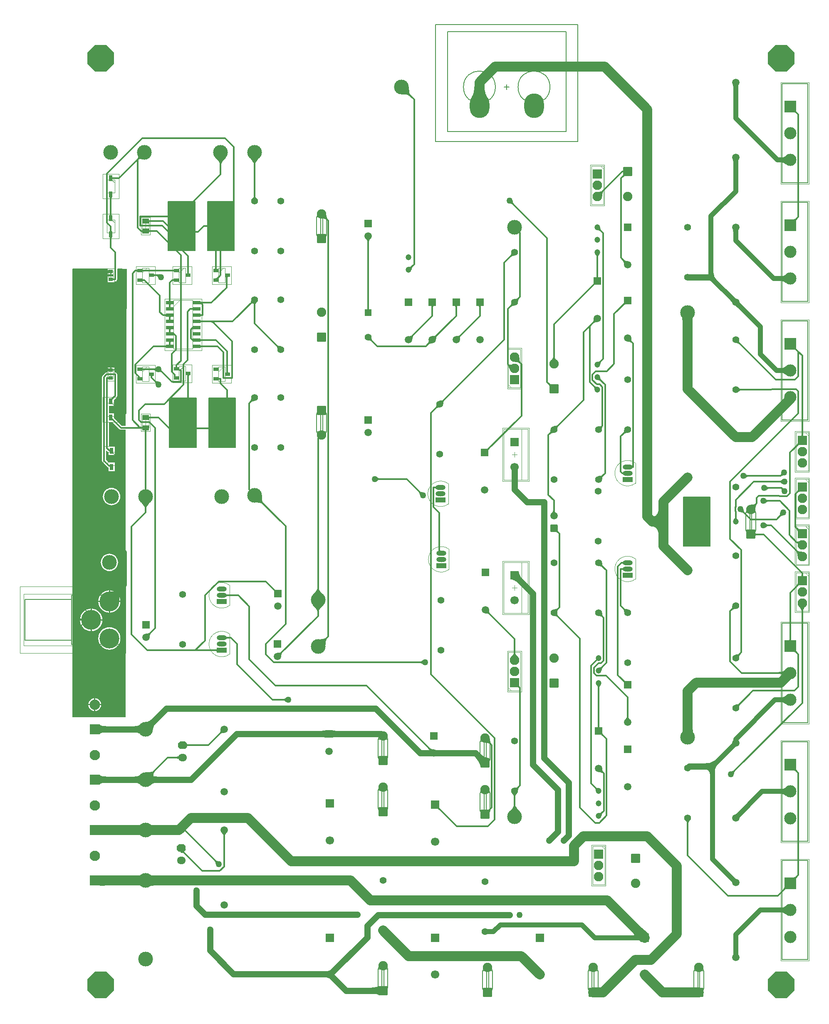
<source format=gtl>
G04*
G04 #@! TF.GenerationSoftware,Altium Limited,Altium Designer,18.0.7 (293)*
G04*
G04 Layer_Physical_Order=1*
G04 Layer_Color=255*
%FSLAX25Y25*%
%MOIN*%
G70*
G01*
G75*
%ADD10C,0.00500*%
%ADD11C,0.00600*%
%ADD12C,0.00787*%
%ADD14C,0.01968*%
%ADD18C,0.00394*%
%ADD24C,0.00000*%
%ADD25C,0.00781*%
%ADD26C,0.00300*%
%ADD27C,0.00197*%
%ADD28R,0.02953X0.04921*%
%ADD29R,0.03543X0.02756*%
%ADD30R,0.05315X0.03937*%
%ADD31R,0.06102X0.02559*%
%ADD32R,0.03937X0.02756*%
%ADD67C,0.07874*%
%ADD68C,0.01181*%
%ADD69C,0.05000*%
%ADD70C,0.03937*%
%ADD71C,0.05512*%
%ADD72C,0.06693*%
%ADD73R,0.06693X0.06693*%
%ADD74C,0.07500*%
G04:AMPARAMS|DCode=75|XSize=75mil|YSize=75mil|CornerRadius=9.38mil|HoleSize=0mil|Usage=FLASHONLY|Rotation=90.000|XOffset=0mil|YOffset=0mil|HoleType=Round|Shape=RoundedRectangle|*
%AMROUNDEDRECTD75*
21,1,0.07500,0.05625,0,0,90.0*
21,1,0.05625,0.07500,0,0,90.0*
1,1,0.01875,0.02813,0.02813*
1,1,0.01875,0.02813,-0.02813*
1,1,0.01875,-0.02813,-0.02813*
1,1,0.01875,-0.02813,0.02813*
%
%ADD75ROUNDEDRECTD75*%
%ADD76C,0.11811*%
%ADD77C,0.04724*%
%ADD78R,0.05200X0.05200*%
%ADD79C,0.05200*%
%ADD80C,0.05906*%
%ADD81C,0.07087*%
%ADD82C,0.07677*%
%ADD83R,0.07677X0.07677*%
%ADD84O,0.07874X0.03937*%
%ADD85R,0.07874X0.03937*%
%ADD86R,0.09803X0.09803*%
%ADD87C,0.09803*%
%ADD88O,0.07000X0.06000*%
G04:AMPARAMS|DCode=89|XSize=60mil|YSize=70mil|CornerRadius=0mil|HoleSize=0mil|Usage=FLASHONLY|Rotation=90.000|XOffset=0mil|YOffset=0mil|HoleType=Round|Shape=Octagon|*
%AMOCTAGOND89*
4,1,8,-0.03500,-0.01500,-0.03500,0.01500,-0.02000,0.03000,0.02000,0.03000,0.03500,0.01500,0.03500,-0.01500,0.02000,-0.03000,-0.02000,-0.03000,-0.03500,-0.01500,0.0*
%
%ADD89OCTAGOND89*%

%ADD90C,0.15902*%
%ADD91R,0.05906X0.05906*%
%ADD92R,0.06693X0.06693*%
G04:AMPARAMS|DCode=93|XSize=59.06mil|YSize=59.06mil|CornerRadius=7.38mil|HoleSize=0mil|Usage=FLASHONLY|Rotation=90.000|XOffset=0mil|YOffset=0mil|HoleType=Round|Shape=RoundedRectangle|*
%AMROUNDEDRECTD93*
21,1,0.05906,0.04429,0,0,90.0*
21,1,0.04429,0.05906,0,0,90.0*
1,1,0.01476,0.02215,0.02215*
1,1,0.01476,0.02215,-0.02215*
1,1,0.01476,-0.02215,-0.02215*
1,1,0.01476,-0.02215,0.02215*
%
%ADD93ROUNDEDRECTD93*%
%ADD94R,0.05512X0.05512*%
%ADD95O,0.15748X0.19685*%
%ADD96R,0.08268X0.08268*%
%ADD97C,0.08268*%
%ADD98P,0.23438X8X22.5*%
%ADD99C,0.05000*%
G36*
X533563Y743246D02*
X533544Y743210D01*
X533528Y743140D01*
X533513Y743037D01*
X533489Y742731D01*
X533465Y741718D01*
X533464Y741382D01*
X529528Y741382D01*
X529429Y743246D01*
X533563Y743246D01*
D02*
G37*
G36*
X269688Y740718D02*
X269849Y738302D01*
X269953Y737646D01*
X270083Y737066D01*
X270239Y736559D01*
X270420Y736128D01*
X270626Y735771D01*
X270858Y735489D01*
X270022Y734654D01*
X269741Y734886D01*
X269384Y735092D01*
X268952Y735273D01*
X268446Y735429D01*
X267865Y735559D01*
X267210Y735663D01*
X265674Y735796D01*
X264793Y735824D01*
X263839Y735827D01*
X269685Y741673D01*
X269688Y740718D01*
D02*
G37*
G36*
X330108Y741975D02*
X330339Y739569D01*
X330541Y738429D01*
X330800Y737332D01*
X331118Y736278D01*
X331493Y735265D01*
X331926Y734295D01*
X332417Y733368D01*
X332965Y732483D01*
X319319D01*
X319867Y733368D01*
X320358Y734295D01*
X320791Y735265D01*
X321166Y736278D01*
X321483Y737332D01*
X321743Y738429D01*
X321945Y739569D01*
X322089Y740751D01*
X322205Y743242D01*
X330079D01*
X330108Y741975D01*
D02*
G37*
G36*
X580020Y722870D02*
X579986Y722761D01*
Y722636D01*
X580020Y722494D01*
X580086Y722335D01*
X580187Y722160D01*
X580320Y721968D01*
X580487Y721759D01*
X580922Y721291D01*
X580086Y720456D01*
X579844Y720690D01*
X579410Y721058D01*
X579218Y721191D01*
X579042Y721291D01*
X578884Y721358D01*
X578742Y721392D01*
X578617D01*
X578508Y721358D01*
X578416Y721291D01*
X580086Y722962D01*
X580020Y722870D01*
D02*
G37*
G36*
X55577Y683797D02*
X55233Y683918D01*
X54900Y684001D01*
X54576Y684045D01*
X54264Y684051D01*
X53962Y684018D01*
X53671Y683947D01*
X53390Y683837D01*
X53172Y683718D01*
X53084Y683563D01*
X52992Y683365D01*
X52917Y683160D01*
X52859Y682948D01*
X52817Y682729D01*
X52792Y682503D01*
X52784Y682270D01*
X51602Y681089D01*
X51594Y681305D01*
X51569Y681481D01*
X51527Y681616D01*
X51469Y681711D01*
X51394Y681766D01*
X51302Y681780D01*
X51193Y681755D01*
X51068Y681688D01*
X50926Y681582D01*
X50767Y681435D01*
X52193Y683696D01*
X51775Y684113D01*
X52000Y684363D01*
X52187Y684622D01*
X52334Y684893D01*
X52444Y685174D01*
X52515Y685465D01*
X52548Y685767D01*
X52542Y686079D01*
X52498Y686402D01*
X52416Y686736D01*
X52295Y687080D01*
X55577Y683797D01*
D02*
G37*
G36*
X533563Y683246D02*
X533544Y683210D01*
X533528Y683140D01*
X533513Y683037D01*
X533489Y682731D01*
X533465Y681718D01*
X533464Y681382D01*
X529528Y681382D01*
X529429Y683246D01*
X533563Y683246D01*
D02*
G37*
G36*
X149386Y684581D02*
X147792Y682759D01*
X147402Y682221D01*
X147083Y681718D01*
X146835Y681251D01*
X146658Y680818D01*
X146552Y680420D01*
X146516Y680056D01*
X145335D01*
X145300Y680420D01*
X145193Y680818D01*
X145016Y681251D01*
X144768Y681718D01*
X144449Y682221D01*
X144060Y682759D01*
X143067Y683939D01*
X142465Y684581D01*
X141792Y685258D01*
X150059D01*
X149386Y684581D01*
D02*
G37*
G36*
X122221Y684384D02*
X120626Y682562D01*
X120237Y682024D01*
X119918Y681522D01*
X119670Y681054D01*
X119492Y680621D01*
X119386Y680223D01*
X119351Y679859D01*
X118170D01*
X118134Y680223D01*
X118028Y680621D01*
X117851Y681054D01*
X117603Y681522D01*
X117284Y682024D01*
X116894Y682562D01*
X115902Y683742D01*
X115300Y684384D01*
X114626Y685061D01*
X122894D01*
X122221Y684384D01*
D02*
G37*
G36*
X571696Y679837D02*
X571399Y680115D01*
X571080Y680363D01*
X570741Y680583D01*
X570379Y680773D01*
X569997Y680934D01*
X569594Y681065D01*
X569169Y681168D01*
X568723Y681241D01*
X568256Y681285D01*
X567767Y681299D01*
Y685236D01*
X568256Y685251D01*
X568723Y685295D01*
X569169Y685368D01*
X569594Y685470D01*
X569997Y685602D01*
X570379Y685763D01*
X570741Y685953D01*
X571080Y686172D01*
X571399Y686421D01*
X571696Y686699D01*
Y679837D01*
D02*
G37*
G36*
X442796Y670232D02*
X442705Y670298D01*
X442598Y670331D01*
X442474Y670330D01*
X442334Y670297D01*
X442177Y670231D01*
X442004Y670131D01*
X441814Y669999D01*
X441607Y669833D01*
X441144Y669403D01*
X440309Y670238D01*
X440540Y670478D01*
X440904Y670908D01*
X441037Y671098D01*
X441136Y671272D01*
X441203Y671428D01*
X441236Y671569D01*
X441236Y671693D01*
X441203Y671800D01*
X441138Y671890D01*
X442796Y670232D01*
D02*
G37*
G36*
X32232Y669770D02*
X32268Y669669D01*
X32328Y669581D01*
X32411Y669504D01*
X32519Y669439D01*
X32650Y669386D01*
X32805Y669345D01*
X32984Y669315D01*
X33187Y669297D01*
X33413Y669291D01*
Y668110D01*
X33187Y668104D01*
X32984Y668087D01*
X32805Y668057D01*
X32650Y668016D01*
X32519Y667963D01*
X32411Y667898D01*
X32328Y667821D01*
X32268Y667732D01*
X32232Y667632D01*
X32220Y667520D01*
Y669882D01*
X32232Y669770D01*
D02*
G37*
G36*
X425397Y657869D02*
X425223Y657665D01*
X425068Y657421D01*
X424931Y657136D01*
X424814Y656811D01*
X424715Y656446D01*
X424636Y656040D01*
X424575Y655594D01*
X424511Y654581D01*
X424508Y654015D01*
X420708Y657815D01*
X421275Y657818D01*
X422287Y657882D01*
X422733Y657943D01*
X423139Y658022D01*
X423504Y658121D01*
X423829Y658238D01*
X424114Y658375D01*
X424358Y658530D01*
X424562Y658704D01*
X425397Y657869D01*
D02*
G37*
G36*
X146529Y654452D02*
X146570Y654232D01*
X146637Y654006D01*
X146730Y653776D01*
X146851Y653541D01*
X146998Y653300D01*
X147172Y653055D01*
X147373Y652805D01*
X147855Y652290D01*
X143997D01*
X144251Y652550D01*
X144679Y653055D01*
X144853Y653300D01*
X145000Y653541D01*
X145121Y653776D01*
X145215Y654006D01*
X145282Y654232D01*
X145322Y654452D01*
X145335Y654667D01*
X146516D01*
X146529Y654452D01*
D02*
G37*
G36*
X31837Y653260D02*
X31736Y653224D01*
X31648Y653165D01*
X31571Y653081D01*
X31506Y652974D01*
X31453Y652843D01*
X31412Y652687D01*
X31382Y652508D01*
X31365Y652306D01*
X31359Y652079D01*
X30177D01*
X30171Y652306D01*
X30154Y652508D01*
X30124Y652687D01*
X30083Y652843D01*
X30030Y652974D01*
X29965Y653081D01*
X29888Y653165D01*
X29800Y653224D01*
X29699Y653260D01*
X29587Y653272D01*
X31949D01*
X31837Y653260D01*
D02*
G37*
G36*
X352904Y650459D02*
X352956Y649883D01*
X353004Y649622D01*
X353066Y649379D01*
X353143Y649155D01*
X353234Y648949D01*
X353340Y648761D01*
X353461Y648591D01*
X353596Y648439D01*
X352761Y647604D01*
X352609Y647739D01*
X352439Y647860D01*
X352251Y647966D01*
X352045Y648057D01*
X351821Y648134D01*
X351578Y648197D01*
X351317Y648244D01*
X351038Y648278D01*
X350741Y648296D01*
X350425Y648300D01*
X352900Y650775D01*
X352904Y650459D01*
D02*
G37*
G36*
X580922Y636090D02*
X580687Y635847D01*
X580317Y635411D01*
X580182Y635219D01*
X580080Y635043D01*
X580012Y634885D01*
X579978Y634743D01*
X579977Y634619D01*
X580009Y634511D01*
X580074Y634420D01*
X578416Y636078D01*
X578507Y636013D01*
X578615Y635981D01*
X578739Y635982D01*
X578881Y636016D01*
X579039Y636084D01*
X579215Y636186D01*
X579407Y636321D01*
X579617Y636489D01*
X580086Y636926D01*
X580922Y636090D01*
D02*
G37*
G36*
X203419Y639577D02*
X203482Y638593D01*
X203542Y638159D01*
X203621Y637764D01*
X203718Y637408D01*
X203833Y637091D01*
X203968Y636813D01*
X204121Y636573D01*
X204293Y636373D01*
X203458Y635537D01*
X203257Y635709D01*
X203017Y635862D01*
X202739Y635997D01*
X202422Y636113D01*
X202066Y636210D01*
X201671Y636288D01*
X201237Y636348D01*
X200253Y636411D01*
X199703Y636415D01*
X203415Y640127D01*
X203419Y639577D01*
D02*
G37*
G36*
X61268Y635434D02*
X61304Y635334D01*
X61363Y635245D01*
X61447Y635169D01*
X61554Y635104D01*
X61685Y635050D01*
X61840Y635009D01*
X62019Y634980D01*
X62222Y634962D01*
X62449Y634956D01*
Y633775D01*
X62222Y633769D01*
X62019Y633751D01*
X61840Y633722D01*
X61685Y633680D01*
X61554Y633627D01*
X61447Y633562D01*
X61363Y633486D01*
X61304Y633397D01*
X61268Y633296D01*
X61256Y633184D01*
Y635546D01*
X61268Y635434D01*
D02*
G37*
G36*
X423035Y629017D02*
X423086Y628486D01*
X423132Y628244D01*
X423193Y628018D01*
X423267Y627809D01*
X423356Y627615D01*
X423458Y627437D01*
X423575Y627275D01*
X423706Y627129D01*
X422871Y626294D01*
X422725Y626425D01*
X422563Y626542D01*
X422385Y626644D01*
X422191Y626733D01*
X421982Y626807D01*
X421756Y626868D01*
X421514Y626914D01*
X421256Y626946D01*
X420983Y626965D01*
X420693Y626969D01*
X423031Y629307D01*
X423035Y629017D01*
D02*
G37*
G36*
X31365Y627123D02*
X31382Y626921D01*
X31412Y626742D01*
X31453Y626586D01*
X31506Y626455D01*
X31571Y626348D01*
X31648Y626264D01*
X31736Y626205D01*
X31837Y626169D01*
X31949Y626157D01*
X29587D01*
X29699Y626169D01*
X29800Y626205D01*
X29888Y626264D01*
X29965Y626348D01*
X30030Y626455D01*
X30083Y626586D01*
X30124Y626742D01*
X30154Y626921D01*
X30171Y627123D01*
X30177Y627350D01*
X31359D01*
X31365Y627123D01*
D02*
G37*
G36*
X533544Y627186D02*
X533528Y627117D01*
X533513Y627014D01*
X533489Y626708D01*
X533465Y625695D01*
X533464Y625358D01*
X529528D01*
X529429Y627222D01*
X533563D01*
X533544Y627186D01*
D02*
G37*
G36*
X55989Y625302D02*
X55979Y625375D01*
X55949Y625441D01*
X55900Y625499D01*
X55831Y625549D01*
X55742Y625592D01*
X55633Y625626D01*
X55504Y625654D01*
X55356Y625673D01*
X55188Y625684D01*
X55000Y625688D01*
Y626869D01*
X55188Y626873D01*
X55504Y626904D01*
X55633Y626931D01*
X55742Y626966D01*
X55831Y627008D01*
X55900Y627059D01*
X55949Y627117D01*
X55979Y627182D01*
X55989Y627256D01*
Y625302D01*
D02*
G37*
G36*
X61268Y627348D02*
X61304Y627247D01*
X61363Y627159D01*
X61447Y627082D01*
X61554Y627017D01*
X61685Y626964D01*
X61840Y626923D01*
X62019Y626893D01*
X62222Y626875D01*
X62449Y626869D01*
Y625688D01*
X62222Y625682D01*
X62019Y625665D01*
X61840Y625635D01*
X61685Y625594D01*
X61554Y625541D01*
X61447Y625476D01*
X61363Y625399D01*
X61304Y625310D01*
X61268Y625210D01*
X61256Y625098D01*
Y627460D01*
X61268Y627348D01*
D02*
G37*
G36*
X31837Y621272D02*
X31736Y621236D01*
X31648Y621176D01*
X31571Y621093D01*
X31506Y620986D01*
X31453Y620854D01*
X31412Y620699D01*
X31382Y620520D01*
X31365Y620317D01*
X31359Y620091D01*
X30177D01*
X30171Y620317D01*
X30154Y620520D01*
X30124Y620699D01*
X30083Y620854D01*
X30030Y620986D01*
X29965Y621093D01*
X29888Y621176D01*
X29800Y621236D01*
X29699Y621272D01*
X29587Y621284D01*
X31949D01*
X31837Y621272D01*
D02*
G37*
G36*
X238755Y620125D02*
X238283Y619573D01*
X238091Y619308D01*
X237928Y619049D01*
X237796Y618796D01*
X237692Y618551D01*
X237618Y618312D01*
X237574Y618080D01*
X237559Y617855D01*
X236378D01*
X236364Y618080D01*
X236319Y618312D01*
X236245Y618551D01*
X236142Y618796D01*
X236009Y619049D01*
X235847Y619308D01*
X235655Y619573D01*
X235433Y619846D01*
X234902Y620411D01*
X239036D01*
X238755Y620125D01*
D02*
G37*
G36*
X129760Y610572D02*
X108260D01*
Y650072D01*
X129760D01*
Y610572D01*
D02*
G37*
G36*
X98264D02*
X76764D01*
Y650072D01*
X98264D01*
Y610572D01*
D02*
G37*
G36*
X354303Y606575D02*
X353940Y606571D01*
X353280Y606517D01*
X352983Y606466D01*
X352709Y606401D01*
X352458Y606319D01*
X352228Y606223D01*
X352022Y606111D01*
X351838Y605983D01*
X351676Y605840D01*
X350840Y606675D01*
X350984Y606837D01*
X351111Y607022D01*
X351223Y607228D01*
X351320Y607457D01*
X351401Y607709D01*
X351466Y607983D01*
X351517Y608279D01*
X351552Y608598D01*
X351575Y609303D01*
X354303Y606575D01*
D02*
G37*
G36*
X422121Y607436D02*
X421781Y607025D01*
X421642Y606821D01*
X421525Y606618D01*
X421430Y606417D01*
X421355Y606218D01*
X421302Y606019D01*
X421270Y605822D01*
X421260Y605626D01*
X420079D01*
X420068Y605822D01*
X420036Y606019D01*
X419983Y606218D01*
X419909Y606417D01*
X419813Y606618D01*
X419696Y606821D01*
X419558Y607025D01*
X419398Y607230D01*
X419218Y607436D01*
X419016Y607644D01*
X422323D01*
X422121Y607436D01*
D02*
G37*
G36*
X442171Y603095D02*
X442366Y602962D01*
X442587Y602846D01*
X442834Y602745D01*
X443106Y602661D01*
X443404Y602592D01*
X443727Y602540D01*
X444077Y602504D01*
X444852Y602480D01*
X441929Y599557D01*
X441925Y599958D01*
X441869Y600682D01*
X441817Y601006D01*
X441749Y601304D01*
X441664Y601576D01*
X441564Y601823D01*
X441447Y602043D01*
X441315Y602239D01*
X441166Y602409D01*
X442001Y603244D01*
X442171Y603095D01*
D02*
G37*
G36*
X115497Y597013D02*
X115514Y596810D01*
X115544Y596631D01*
X115585Y596476D01*
X115638Y596344D01*
X115703Y596237D01*
X115780Y596153D01*
X115868Y596094D01*
X115969Y596058D01*
X116081Y596046D01*
X113719D01*
X113831Y596058D01*
X113932Y596094D01*
X114020Y596153D01*
X114097Y596237D01*
X114162Y596344D01*
X114215Y596476D01*
X114256Y596631D01*
X114286Y596810D01*
X114304Y597013D01*
X114309Y597239D01*
X115491D01*
X115497Y597013D01*
D02*
G37*
G36*
X272486Y597524D02*
X272355Y597378D01*
X272238Y597216D01*
X272136Y597038D01*
X272047Y596844D01*
X271973Y596634D01*
X271912Y596409D01*
X271866Y596167D01*
X271833Y595909D01*
X271815Y595635D01*
X271811Y595346D01*
X269473Y597684D01*
X269762Y597688D01*
X270294Y597739D01*
X270536Y597785D01*
X270762Y597845D01*
X270971Y597920D01*
X271165Y598009D01*
X271343Y598111D01*
X271505Y598228D01*
X271651Y598359D01*
X272486Y597524D01*
D02*
G37*
G36*
X81383Y593511D02*
X81371Y593623D01*
X81335Y593724D01*
X81275Y593812D01*
X81192Y593889D01*
X81084Y593954D01*
X80953Y594007D01*
X80798Y594049D01*
X80619Y594078D01*
X80416Y594096D01*
X80189Y594102D01*
Y595283D01*
X80416Y595289D01*
X80619Y595306D01*
X80798Y595336D01*
X80953Y595377D01*
X81084Y595430D01*
X81192Y595495D01*
X81275Y595572D01*
X81335Y595661D01*
X81371Y595761D01*
X81383Y595873D01*
Y593511D01*
D02*
G37*
G36*
X51954D02*
X51942Y593623D01*
X51906Y593724D01*
X51846Y593812D01*
X51763Y593889D01*
X51655Y593954D01*
X51524Y594007D01*
X51369Y594049D01*
X51190Y594078D01*
X50987Y594096D01*
X50760Y594102D01*
Y595283D01*
X50987Y595289D01*
X51190Y595306D01*
X51369Y595336D01*
X51524Y595377D01*
X51655Y595430D01*
X51763Y595495D01*
X51846Y595572D01*
X51906Y595661D01*
X51942Y595761D01*
X51954Y595873D01*
Y593511D01*
D02*
G37*
G36*
X93296Y593272D02*
X93314Y593070D01*
X93344Y592891D01*
X93385Y592735D01*
X93438Y592604D01*
X93503Y592497D01*
X93580Y592413D01*
X93669Y592354D01*
X93769Y592318D01*
X93881Y592306D01*
X91519D01*
X91631Y592318D01*
X91732Y592354D01*
X91820Y592413D01*
X91897Y592497D01*
X91962Y592604D01*
X92015Y592735D01*
X92056Y592891D01*
X92086Y593070D01*
X92103Y593272D01*
X92110Y593499D01*
X93291D01*
X93296Y593272D01*
D02*
G37*
G36*
X65303Y592021D02*
X65339Y591921D01*
X65399Y591832D01*
X65482Y591755D01*
X65590Y591690D01*
X65721Y591637D01*
X65876Y591596D01*
X66055Y591566D01*
X66258Y591548D01*
X66484Y591543D01*
Y590361D01*
X66258Y590355D01*
X66055Y590338D01*
X65876Y590308D01*
X65721Y590267D01*
X65590Y590214D01*
X65482Y590149D01*
X65399Y590072D01*
X65339Y589984D01*
X65303Y589883D01*
X65291Y589771D01*
Y592133D01*
X65303Y592021D01*
D02*
G37*
G36*
X421266Y590312D02*
X421283Y590109D01*
X421313Y589931D01*
X421354Y589776D01*
X421407Y589644D01*
X421472Y589537D01*
X421549Y589453D01*
X421638Y589394D01*
X421738Y589358D01*
X421850Y589346D01*
X419488D01*
X419600Y589358D01*
X419701Y589394D01*
X419789Y589453D01*
X419866Y589537D01*
X419931Y589644D01*
X419984Y589776D01*
X420025Y589931D01*
X420055Y590109D01*
X420073Y590312D01*
X420079Y590539D01*
X421260D01*
X421266Y590312D01*
D02*
G37*
G36*
X68530Y589112D02*
X68481Y589350D01*
X68412Y589562D01*
X68324Y589749D01*
X68216Y589912D01*
X68088Y590049D01*
X67940Y590162D01*
X67773Y590249D01*
X67586Y590311D01*
X67379Y590349D01*
X67153Y590361D01*
X67465Y591543D01*
X67758Y591546D01*
X68925Y591636D01*
X69214Y591678D01*
X70366Y591918D01*
X68530Y589112D01*
D02*
G37*
G36*
X117733Y589168D02*
X117471Y588899D01*
X117066Y588428D01*
X116923Y588227D01*
X116818Y588048D01*
X116753Y587892D01*
X116727Y587760D01*
X116741Y587650D01*
X116794Y587562D01*
X116886Y587498D01*
X114637Y588566D01*
X114754Y588526D01*
X114882Y588515D01*
X115022Y588531D01*
X115172Y588574D01*
X115333Y588645D01*
X115506Y588743D01*
X115690Y588869D01*
X115884Y589023D01*
X116090Y589204D01*
X116307Y589413D01*
X117733Y589168D01*
D02*
G37*
G36*
X124569Y589574D02*
X124469Y589539D01*
X124380Y589480D01*
X124303Y589397D01*
X124238Y589291D01*
X124185Y589161D01*
X124144Y589007D01*
X124114Y588830D01*
X124097Y588629D01*
X124091Y588405D01*
X122909D01*
X122905Y588629D01*
X122867Y589007D01*
X122833Y589161D01*
X122791Y589291D01*
X122738Y589397D01*
X122676Y589480D01*
X122605Y589539D01*
X122524Y589574D01*
X122433Y589586D01*
X124681D01*
X124569Y589574D01*
D02*
G37*
G36*
X513709Y593091D02*
X513793Y592338D01*
X513932Y591608D01*
X514126Y590902D01*
X514377Y590218D01*
X514683Y589557D01*
X515045Y588920D01*
X515463Y588305D01*
X515936Y587714D01*
X516465Y587146D01*
X511713Y589114D01*
X513681Y593867D01*
X513709Y593091D01*
D02*
G37*
G36*
X32528Y588765D02*
X32563Y588664D01*
X32623Y588576D01*
X32706Y588499D01*
X32814Y588434D01*
X32945Y588381D01*
X33100Y588340D01*
X33279Y588310D01*
X33482Y588293D01*
X33709Y588286D01*
Y587106D01*
X33482Y587100D01*
X33279Y587082D01*
X33100Y587052D01*
X32945Y587011D01*
X32814Y586958D01*
X32706Y586893D01*
X32623Y586816D01*
X32563Y586728D01*
X32528Y586627D01*
X32516Y586515D01*
Y588877D01*
X32528Y588765D01*
D02*
G37*
G36*
X81383Y586031D02*
X81371Y586143D01*
X81335Y586243D01*
X81275Y586332D01*
X81192Y586409D01*
X81084Y586474D01*
X80953Y586527D01*
X80798Y586568D01*
X80619Y586598D01*
X80416Y586615D01*
X80189Y586621D01*
Y587802D01*
X80416Y587808D01*
X80619Y587826D01*
X80798Y587855D01*
X80953Y587897D01*
X81084Y587950D01*
X81192Y588015D01*
X81275Y588092D01*
X81335Y588180D01*
X81371Y588281D01*
X81383Y588393D01*
Y586031D01*
D02*
G37*
G36*
X55854Y588281D02*
X55890Y588180D01*
X55950Y588092D01*
X56033Y588015D01*
X56141Y587950D01*
X56272Y587897D01*
X56427Y587855D01*
X56606Y587826D01*
X56809Y587808D01*
X57036Y587802D01*
Y586621D01*
X56809Y586615D01*
X56606Y586598D01*
X56427Y586568D01*
X56272Y586527D01*
X56141Y586474D01*
X56033Y586409D01*
X55950Y586332D01*
X55890Y586243D01*
X55854Y586143D01*
X55843Y586031D01*
Y588393D01*
X55854Y588281D01*
D02*
G37*
G36*
X571696Y584856D02*
X571399Y585134D01*
X571080Y585383D01*
X570741Y585602D01*
X570379Y585792D01*
X569997Y585953D01*
X569594Y586085D01*
X569169Y586187D01*
X568723Y586260D01*
X568256Y586304D01*
X567767Y586319D01*
Y590256D01*
X568256Y590271D01*
X568723Y590314D01*
X569169Y590387D01*
X569594Y590490D01*
X569997Y590622D01*
X570379Y590782D01*
X570741Y590973D01*
X571080Y591192D01*
X571399Y591441D01*
X571696Y591718D01*
Y584856D01*
D02*
G37*
G36*
X419399Y583476D02*
X419307Y583543D01*
X419198Y583577D01*
X419073D01*
X418931Y583543D01*
X418772Y583476D01*
X418597Y583376D01*
X418405Y583243D01*
X418196Y583076D01*
X417728Y582641D01*
X416893Y583476D01*
X417127Y583719D01*
X417495Y584153D01*
X417628Y584345D01*
X417728Y584520D01*
X417795Y584679D01*
X417829Y584821D01*
Y584946D01*
X417795Y585055D01*
X417728Y585147D01*
X419399Y583476D01*
D02*
G37*
G36*
X78597Y571205D02*
X78614Y571002D01*
X78644Y570823D01*
X78685Y570669D01*
X78738Y570537D01*
X78803Y570430D01*
X78880Y570346D01*
X78969Y570287D01*
X79069Y570251D01*
X79181Y570239D01*
X76819D01*
X76931Y570251D01*
X77031Y570287D01*
X77120Y570346D01*
X77197Y570430D01*
X77262Y570537D01*
X77315Y570669D01*
X77356Y570823D01*
X77386Y571002D01*
X77403Y571205D01*
X77409Y571432D01*
X78591D01*
X78597Y571205D01*
D02*
G37*
G36*
X531466Y572283D02*
X528543Y569360D01*
X528531Y569399D01*
X528494Y569460D01*
X528432Y569543D01*
X528232Y569776D01*
X527532Y570509D01*
X527295Y570748D01*
X530079Y573532D01*
X531466Y572283D01*
D02*
G37*
G36*
X357821Y571986D02*
X357678Y571824D01*
X357551Y571640D01*
X357439Y571433D01*
X357342Y571204D01*
X357261Y570952D01*
X357195Y570678D01*
X357145Y570382D01*
X357110Y570063D01*
X357087Y569358D01*
X354358Y572086D01*
X354722Y572090D01*
X355382Y572145D01*
X355678Y572195D01*
X355952Y572261D01*
X356204Y572342D01*
X356433Y572438D01*
X356640Y572550D01*
X356824Y572678D01*
X356986Y572821D01*
X357821Y571986D01*
D02*
G37*
G36*
X443611Y567788D02*
X443519Y567854D01*
X443411Y567888D01*
X443286D01*
X443144Y567854D01*
X442985Y567788D01*
X442810Y567687D01*
X442618Y567554D01*
X442409Y567387D01*
X441941Y566953D01*
X441106Y567788D01*
X441340Y568030D01*
X441707Y568464D01*
X441841Y568656D01*
X441941Y568832D01*
X442008Y568990D01*
X442041Y569132D01*
Y569257D01*
X442008Y569366D01*
X441941Y569458D01*
X443611Y567788D01*
D02*
G37*
G36*
X105323Y568393D02*
X105104Y568388D01*
X104917Y568374D01*
X104764Y568350D01*
X104644Y568317D01*
X104556Y568274D01*
X104502Y568222D01*
X104481Y568160D01*
X104494Y568089D01*
X104539Y568008D01*
X104618Y567918D01*
X103307Y567558D01*
X103137Y567716D01*
X102959Y567858D01*
X102775Y567984D01*
X102584Y568092D01*
X102385Y568184D01*
X102180Y568259D01*
X101968Y568318D01*
X101750Y568359D01*
X101524Y568385D01*
X101291Y568393D01*
X102717Y569574D01*
X105323Y568393D01*
D02*
G37*
G36*
X145110Y569515D02*
X147855D01*
X147600Y569255D01*
X147172Y568750D01*
X146998Y568505D01*
X146851Y568265D01*
X146730Y568030D01*
X146637Y567799D01*
X146570Y567574D01*
X146529Y567353D01*
X146516Y567138D01*
X145335D01*
X145322Y567353D01*
X145282Y567574D01*
X145215Y567799D01*
X145121Y568030D01*
X145000Y568265D01*
X144853Y568505D01*
X144751Y568648D01*
X144578Y568619D01*
X144304Y568553D01*
X144053Y568472D01*
X143823Y568376D01*
X143617Y568264D01*
X143432Y568136D01*
X143271Y567993D01*
X142435Y568828D01*
X142578Y568990D01*
X142706Y569174D01*
X142818Y569381D01*
X142914Y569610D01*
X142996Y569862D01*
X143061Y570136D01*
X143112Y570432D01*
X143147Y570751D01*
X143170Y571456D01*
X145110Y569515D01*
D02*
G37*
G36*
X79081Y567704D02*
X78981Y567669D01*
X78892Y567610D01*
X78815Y567527D01*
X78750Y567421D01*
X78697Y567291D01*
X78656Y567137D01*
X78626Y566960D01*
X78609Y566759D01*
X78603Y566535D01*
X77422D01*
X77416Y566759D01*
X77398Y566960D01*
X77368Y567137D01*
X77327Y567291D01*
X77274Y567421D01*
X77209Y567527D01*
X77132Y567610D01*
X77044Y567669D01*
X76943Y567704D01*
X76831Y567716D01*
X79193D01*
X79081Y567704D01*
D02*
G37*
G36*
X354303Y566575D02*
X353940Y566571D01*
X353280Y566517D01*
X352983Y566466D01*
X352709Y566401D01*
X352458Y566319D01*
X352228Y566223D01*
X352022Y566111D01*
X351838Y565983D01*
X351676Y565840D01*
X350840Y566676D01*
X350984Y566837D01*
X351111Y567022D01*
X351223Y567228D01*
X351320Y567457D01*
X351401Y567709D01*
X351466Y567983D01*
X351517Y568279D01*
X351552Y568598D01*
X351575Y569303D01*
X354303Y566575D01*
D02*
G37*
G36*
X78609Y566205D02*
X78626Y566003D01*
X78656Y565824D01*
X78697Y565668D01*
X78750Y565537D01*
X78815Y565430D01*
X78892Y565346D01*
X78981Y565287D01*
X79081Y565251D01*
X79193Y565239D01*
X76831D01*
X76943Y565251D01*
X77044Y565287D01*
X77132Y565346D01*
X77209Y565430D01*
X77274Y565537D01*
X77327Y565668D01*
X77368Y565824D01*
X77398Y566003D01*
X77416Y566205D01*
X77422Y566432D01*
X78603D01*
X78609Y566205D01*
D02*
G37*
G36*
X327530Y566378D02*
X327429Y566343D01*
X327341Y566284D01*
X327264Y566201D01*
X327199Y566095D01*
X327146Y565965D01*
X327104Y565811D01*
X327075Y565634D01*
X327057Y565433D01*
X327051Y565209D01*
X325870D01*
X325864Y565433D01*
X325847Y565634D01*
X325817Y565811D01*
X325776Y565965D01*
X325723Y566095D01*
X325658Y566201D01*
X325581Y566284D01*
X325492Y566343D01*
X325392Y566378D01*
X325280Y566390D01*
X327642D01*
X327530Y566378D01*
D02*
G37*
G36*
X308526D02*
X308425Y566343D01*
X308337Y566284D01*
X308260Y566201D01*
X308195Y566095D01*
X308142Y565965D01*
X308101Y565811D01*
X308071Y565634D01*
X308053Y565433D01*
X308048Y565209D01*
X306866D01*
X306860Y565433D01*
X306843Y565634D01*
X306813Y565811D01*
X306772Y565965D01*
X306719Y566095D01*
X306654Y566201D01*
X306577Y566284D01*
X306488Y566343D01*
X306388Y566378D01*
X306276Y566390D01*
X308638D01*
X308526Y566378D01*
D02*
G37*
G36*
X289522D02*
X289422Y566343D01*
X289333Y566284D01*
X289256Y566201D01*
X289191Y566095D01*
X289138Y565965D01*
X289097Y565811D01*
X289067Y565634D01*
X289050Y565433D01*
X289044Y565209D01*
X287862D01*
X287857Y565433D01*
X287839Y565634D01*
X287809Y565811D01*
X287768Y565965D01*
X287715Y566095D01*
X287650Y566201D01*
X287573Y566284D01*
X287485Y566343D01*
X287384Y566378D01*
X287272Y566390D01*
X289634D01*
X289522Y566378D01*
D02*
G37*
G36*
X534461Y569263D02*
X534498Y569202D01*
X534560Y569118D01*
X534760Y568886D01*
X535460Y568153D01*
X535697Y567914D01*
X532913Y565130D01*
X531526Y566378D01*
X534449Y569301D01*
X534461Y569263D01*
D02*
G37*
G36*
X237565Y564904D02*
X237583Y564702D01*
X237613Y564523D01*
X237654Y564367D01*
X237707Y564236D01*
X237772Y564129D01*
X237849Y564045D01*
X237937Y563986D01*
X238038Y563950D01*
X238150Y563938D01*
X235788D01*
X235900Y563950D01*
X236000Y563986D01*
X236089Y564045D01*
X236166Y564129D01*
X236231Y564236D01*
X236284Y564367D01*
X236325Y564523D01*
X236355Y564702D01*
X236372Y564904D01*
X236378Y565131D01*
X237559D01*
X237565Y564904D01*
D02*
G37*
G36*
X96442Y562802D02*
X96430Y562915D01*
X96394Y563015D01*
X96334Y563103D01*
X96251Y563180D01*
X96143Y563245D01*
X96012Y563298D01*
X95857Y563340D01*
X95678Y563369D01*
X95475Y563387D01*
X95249Y563393D01*
Y564574D01*
X95475Y564580D01*
X95678Y564598D01*
X95857Y564627D01*
X96012Y564668D01*
X96143Y564722D01*
X96251Y564786D01*
X96334Y564863D01*
X96394Y564952D01*
X96430Y565052D01*
X96442Y565165D01*
Y562802D01*
D02*
G37*
G36*
X102508Y560052D02*
X102544Y559952D01*
X102603Y559863D01*
X102687Y559787D01*
X102794Y559722D01*
X102926Y559668D01*
X103081Y559627D01*
X103260Y559598D01*
X103462Y559580D01*
X103689Y559574D01*
Y558393D01*
X103462Y558387D01*
X103260Y558369D01*
X103081Y558340D01*
X102926Y558298D01*
X102794Y558245D01*
X102687Y558180D01*
X102603Y558104D01*
X102544Y558015D01*
X102508Y557914D01*
X102496Y557802D01*
Y560164D01*
X102508Y560052D01*
D02*
G37*
G36*
X74985Y557802D02*
X74973Y557914D01*
X74937Y558015D01*
X74878Y558104D01*
X74794Y558180D01*
X74687Y558245D01*
X74555Y558298D01*
X74400Y558340D01*
X74221Y558369D01*
X74019Y558387D01*
X73792Y558393D01*
Y559574D01*
X74019Y559580D01*
X74221Y559598D01*
X74400Y559627D01*
X74555Y559668D01*
X74687Y559722D01*
X74794Y559787D01*
X74878Y559863D01*
X74937Y559952D01*
X74973Y560052D01*
X74985Y560164D01*
Y557802D01*
D02*
G37*
G36*
X79081Y557704D02*
X78981Y557669D01*
X78892Y557610D01*
X78815Y557527D01*
X78750Y557421D01*
X78697Y557291D01*
X78656Y557137D01*
X78626Y556960D01*
X78609Y556759D01*
X78603Y556535D01*
X77422D01*
X77416Y556759D01*
X77398Y556960D01*
X77368Y557137D01*
X77327Y557291D01*
X77274Y557421D01*
X77209Y557527D01*
X77132Y557610D01*
X77044Y557669D01*
X76943Y557704D01*
X76831Y557716D01*
X79193D01*
X79081Y557704D01*
D02*
G37*
G36*
X78609Y556205D02*
X78626Y556003D01*
X78656Y555824D01*
X78697Y555668D01*
X78750Y555537D01*
X78815Y555430D01*
X78892Y555346D01*
X78981Y555287D01*
X79081Y555251D01*
X79193Y555239D01*
X76831D01*
X76943Y555251D01*
X77044Y555287D01*
X77132Y555346D01*
X77209Y555430D01*
X77274Y555537D01*
X77327Y555668D01*
X77368Y555824D01*
X77398Y556003D01*
X77416Y556205D01*
X77422Y556432D01*
X78603D01*
X78609Y556205D01*
D02*
G37*
G36*
X497010Y556931D02*
X496976Y556792D01*
X496947Y556587D01*
X496900Y555975D01*
X496852Y553949D01*
X496850Y553275D01*
X488976D01*
X488779Y557003D01*
X497047D01*
X497010Y556931D01*
D02*
G37*
G36*
X102508Y555052D02*
X102544Y554952D01*
X102603Y554863D01*
X102687Y554786D01*
X102794Y554722D01*
X102926Y554668D01*
X103081Y554627D01*
X103260Y554598D01*
X103462Y554580D01*
X103689Y554574D01*
Y553393D01*
X103462Y553387D01*
X103260Y553369D01*
X103081Y553340D01*
X102926Y553298D01*
X102794Y553245D01*
X102687Y553180D01*
X102603Y553103D01*
X102544Y553015D01*
X102508Y552914D01*
X102496Y552802D01*
Y555164D01*
X102508Y555052D01*
D02*
G37*
G36*
X420640Y553465D02*
X420239Y553461D01*
X419515Y553405D01*
X419191Y553352D01*
X418893Y553284D01*
X418621Y553200D01*
X418374Y553099D01*
X418153Y552983D01*
X417958Y552850D01*
X417788Y552701D01*
X416953Y553536D01*
X417102Y553706D01*
X417235Y553901D01*
X417351Y554122D01*
X417452Y554369D01*
X417536Y554641D01*
X417604Y554939D01*
X417657Y555263D01*
X417693Y555612D01*
X417717Y556388D01*
X420640Y553465D01*
D02*
G37*
G36*
X114523Y553393D02*
X114307Y553384D01*
X114132Y553359D01*
X113996Y553318D01*
X113901Y553259D01*
X113846Y553184D01*
X113832Y553092D01*
X113858Y552984D01*
X113924Y552858D01*
X114031Y552716D01*
X114178Y552558D01*
X112507D01*
X112337Y552716D01*
X112159Y552858D01*
X111975Y552984D01*
X111784Y553092D01*
X111585Y553184D01*
X111380Y553259D01*
X111168Y553318D01*
X110950Y553359D01*
X110724Y553384D01*
X110491Y553393D01*
X111917Y554574D01*
X114523Y553393D01*
D02*
G37*
G36*
X415802Y550703D02*
X415660Y550526D01*
X415535Y550342D01*
X415426Y550150D01*
X415335Y549952D01*
X415259Y549747D01*
X415201Y549535D01*
X415159Y549316D01*
X415134Y549090D01*
X415126Y548857D01*
X413945Y547676D01*
X413936Y547892D01*
X413911Y548068D01*
X413869Y548204D01*
X413811Y548299D01*
X413736Y548353D01*
X413644Y548368D01*
X413535Y548342D01*
X413410Y548276D01*
X413268Y548169D01*
X413109Y548022D01*
X414118Y550701D01*
X415961Y550874D01*
X415802Y550703D01*
D02*
G37*
G36*
X79081Y547704D02*
X78981Y547669D01*
X78892Y547610D01*
X78815Y547527D01*
X78750Y547421D01*
X78697Y547291D01*
X78656Y547137D01*
X78626Y546960D01*
X78609Y546759D01*
X78603Y546535D01*
X77422D01*
X77416Y546759D01*
X77398Y546960D01*
X77368Y547137D01*
X77327Y547291D01*
X77274Y547421D01*
X77209Y547527D01*
X77132Y547610D01*
X77044Y547669D01*
X76943Y547704D01*
X76831Y547716D01*
X79193D01*
X79081Y547704D01*
D02*
G37*
G36*
X78609Y546205D02*
X78626Y546002D01*
X78656Y545823D01*
X78697Y545669D01*
X78750Y545537D01*
X78815Y545430D01*
X78892Y545346D01*
X78981Y545287D01*
X79081Y545251D01*
X79193Y545239D01*
X76831D01*
X76943Y545251D01*
X77044Y545287D01*
X77132Y545346D01*
X77209Y545430D01*
X77274Y545537D01*
X77327Y545669D01*
X77368Y545823D01*
X77398Y546002D01*
X77416Y546205D01*
X77422Y546432D01*
X78603D01*
X78609Y546205D01*
D02*
G37*
G36*
X311173Y542211D02*
X311024Y542042D01*
X310892Y541847D01*
X310775Y541625D01*
X310675Y541379D01*
X310590Y541107D01*
X310522Y540809D01*
X310470Y540485D01*
X310434Y540136D01*
X310410Y539360D01*
X307487Y542283D01*
X307887Y542287D01*
X308611Y542343D01*
X308935Y542395D01*
X309233Y542464D01*
X309505Y542548D01*
X309752Y542649D01*
X309973Y542765D01*
X310168Y542898D01*
X310338Y543047D01*
X311173Y542211D01*
D02*
G37*
G36*
X292169D02*
X292020Y542042D01*
X291888Y541847D01*
X291771Y541625D01*
X291670Y541379D01*
X291586Y541107D01*
X291518Y540809D01*
X291466Y540485D01*
X291429Y540136D01*
X291406Y539360D01*
X288482Y542283D01*
X288883Y542287D01*
X289607Y542343D01*
X289931Y542395D01*
X290229Y542464D01*
X290501Y542548D01*
X290748Y542649D01*
X290969Y542765D01*
X291164Y542898D01*
X291334Y543047D01*
X292169Y542211D01*
D02*
G37*
G36*
X273165Y542124D02*
X273016Y541954D01*
X272884Y541759D01*
X272767Y541538D01*
X272667Y541291D01*
X272582Y541019D01*
X272514Y540721D01*
X272462Y540397D01*
X272426Y540048D01*
X272402Y539272D01*
X269479Y542195D01*
X269879Y542199D01*
X270603Y542255D01*
X270927Y542308D01*
X271225Y542376D01*
X271497Y542460D01*
X271744Y542561D01*
X271965Y542677D01*
X272160Y542810D01*
X272330Y542959D01*
X273165Y542124D01*
D02*
G37*
G36*
X239728Y541130D02*
X239783Y540470D01*
X239833Y540173D01*
X239899Y539899D01*
X239980Y539648D01*
X240077Y539419D01*
X240189Y539212D01*
X240316Y539028D01*
X240459Y538866D01*
X239624Y538030D01*
X239462Y538173D01*
X239278Y538301D01*
X239071Y538413D01*
X238842Y538510D01*
X238590Y538591D01*
X238316Y538657D01*
X238020Y538707D01*
X237701Y538742D01*
X236996Y538765D01*
X239725Y541493D01*
X239728Y541130D01*
D02*
G37*
G36*
X102508Y540052D02*
X102544Y539952D01*
X102603Y539863D01*
X102687Y539786D01*
X102794Y539722D01*
X102926Y539668D01*
X103081Y539627D01*
X103260Y539598D01*
X103462Y539580D01*
X103689Y539574D01*
Y538393D01*
X103462Y538387D01*
X103260Y538369D01*
X103081Y538340D01*
X102926Y538298D01*
X102794Y538245D01*
X102687Y538180D01*
X102603Y538103D01*
X102544Y538015D01*
X102508Y537915D01*
X102496Y537802D01*
Y540165D01*
X102508Y540052D01*
D02*
G37*
G36*
X447838Y540298D02*
X447894Y539574D01*
X447947Y539250D01*
X448015Y538952D01*
X448099Y538680D01*
X448200Y538434D01*
X448316Y538212D01*
X448449Y538017D01*
X448598Y537848D01*
X447763Y537012D01*
X447593Y537161D01*
X447398Y537294D01*
X447177Y537410D01*
X446930Y537511D01*
X446658Y537595D01*
X446360Y537664D01*
X446036Y537716D01*
X445687Y537752D01*
X444911Y537776D01*
X447834Y540699D01*
X447838Y540298D01*
D02*
G37*
G36*
X79081Y537704D02*
X78981Y537669D01*
X78892Y537610D01*
X78815Y537527D01*
X78750Y537421D01*
X78697Y537291D01*
X78656Y537137D01*
X78626Y536960D01*
X78609Y536759D01*
X78603Y536535D01*
X77422D01*
X77416Y536759D01*
X77398Y536960D01*
X77368Y537137D01*
X77327Y537291D01*
X77274Y537421D01*
X77209Y537527D01*
X77132Y537610D01*
X77044Y537669D01*
X76943Y537704D01*
X76831Y537716D01*
X79193D01*
X79081Y537704D01*
D02*
G37*
G36*
X534256Y538979D02*
X534310Y538319D01*
X534360Y538022D01*
X534426Y537748D01*
X534507Y537497D01*
X534604Y537268D01*
X534716Y537061D01*
X534843Y536877D01*
X534986Y536715D01*
X534151Y535880D01*
X533989Y536023D01*
X533805Y536150D01*
X533598Y536262D01*
X533369Y536359D01*
X533117Y536440D01*
X532843Y536506D01*
X532547Y536556D01*
X532228Y536591D01*
X531523Y536614D01*
X534252Y539342D01*
X534256Y538979D01*
D02*
G37*
G36*
X288423Y536378D02*
X288023Y536374D01*
X287299Y536318D01*
X286975Y536266D01*
X286677Y536198D01*
X286405Y536113D01*
X286158Y536013D01*
X285937Y535896D01*
X285742Y535763D01*
X285572Y535614D01*
X284737Y536450D01*
X284886Y536619D01*
X285018Y536815D01*
X285135Y537036D01*
X285236Y537282D01*
X285320Y537555D01*
X285388Y537853D01*
X285440Y538176D01*
X285476Y538525D01*
X285500Y539301D01*
X288423Y536378D01*
D02*
G37*
G36*
X78609Y536205D02*
X78626Y536002D01*
X78656Y535823D01*
X78697Y535669D01*
X78750Y535537D01*
X78815Y535430D01*
X78892Y535346D01*
X78981Y535287D01*
X79081Y535251D01*
X79193Y535239D01*
X76831D01*
X76943Y535251D01*
X77044Y535287D01*
X77132Y535346D01*
X77209Y535430D01*
X77274Y535537D01*
X77327Y535669D01*
X77368Y535823D01*
X77398Y536002D01*
X77416Y536205D01*
X77422Y536432D01*
X78603D01*
X78609Y536205D01*
D02*
G37*
G36*
X102508Y535052D02*
X102544Y534952D01*
X102603Y534863D01*
X102687Y534787D01*
X102794Y534722D01*
X102926Y534668D01*
X103081Y534627D01*
X103260Y534598D01*
X103462Y534580D01*
X103689Y534574D01*
Y533393D01*
X103462Y533387D01*
X103260Y533369D01*
X103081Y533340D01*
X102926Y533298D01*
X102794Y533245D01*
X102687Y533180D01*
X102603Y533104D01*
X102544Y533015D01*
X102508Y532914D01*
X102496Y532802D01*
Y535164D01*
X102508Y535052D01*
D02*
G37*
G36*
X74985Y532802D02*
X74973Y532914D01*
X74937Y533015D01*
X74878Y533104D01*
X74794Y533180D01*
X74687Y533245D01*
X74555Y533298D01*
X74400Y533340D01*
X74221Y533369D01*
X74019Y533387D01*
X73792Y533393D01*
Y534574D01*
X74019Y534580D01*
X74221Y534598D01*
X74400Y534627D01*
X74555Y534668D01*
X74687Y534722D01*
X74794Y534787D01*
X74878Y534863D01*
X74937Y534952D01*
X74973Y535052D01*
X74985Y535164D01*
Y532802D01*
D02*
G37*
G36*
X164495Y534831D02*
X164679Y534703D01*
X164886Y534591D01*
X165115Y534495D01*
X165367Y534413D01*
X165641Y534348D01*
X165937Y534297D01*
X166256Y534263D01*
X166961Y534239D01*
X164233Y531511D01*
X164229Y531875D01*
X164174Y532535D01*
X164124Y532831D01*
X164058Y533105D01*
X163977Y533357D01*
X163881Y533586D01*
X163769Y533792D01*
X163641Y533977D01*
X163498Y534138D01*
X164333Y534974D01*
X164495Y534831D01*
D02*
G37*
G36*
X580020Y532909D02*
X579986Y532801D01*
Y532675D01*
X580020Y532534D01*
X580086Y532375D01*
X580187Y532199D01*
X580320Y532007D01*
X580487Y531799D01*
X580922Y531331D01*
X580086Y530496D01*
X579844Y530729D01*
X579410Y531097D01*
X579218Y531231D01*
X579042Y531331D01*
X578884Y531398D01*
X578742Y531431D01*
X578617D01*
X578508Y531398D01*
X578416Y531331D01*
X580086Y533001D01*
X580020Y532909D01*
D02*
G37*
G36*
X582118Y530135D02*
X583126Y527456D01*
X582967Y527603D01*
X582825Y527710D01*
X582700Y527776D01*
X582591Y527802D01*
X582499Y527787D01*
X582424Y527733D01*
X582366Y527638D01*
X582324Y527502D01*
X582299Y527326D01*
X582291Y527110D01*
X581110Y528292D01*
X581101Y528524D01*
X581076Y528750D01*
X581034Y528969D01*
X580976Y529181D01*
X580901Y529386D01*
X580809Y529584D01*
X580700Y529775D01*
X580575Y529960D01*
X580433Y530137D01*
X580274Y530308D01*
X582118Y530135D01*
D02*
G37*
G36*
X386438Y525631D02*
X386499Y525353D01*
X386600Y525061D01*
X386743Y524755D01*
X386926Y524435D01*
X387150Y524100D01*
X387414Y523751D01*
X388065Y523011D01*
X388452Y522619D01*
X383202D01*
X383588Y523011D01*
X384239Y523751D01*
X384504Y524100D01*
X384728Y524435D01*
X384911Y524755D01*
X385053Y525061D01*
X385155Y525353D01*
X385216Y525631D01*
X385236Y525894D01*
X386417D01*
X386438Y525631D01*
D02*
G37*
G36*
X358173Y524670D02*
X358237Y523657D01*
X358297Y523211D01*
X358377Y522806D01*
X358475Y522440D01*
X358593Y522116D01*
X358729Y521831D01*
X358885Y521587D01*
X359059Y521383D01*
X358224Y520547D01*
X358020Y520722D01*
X357775Y520877D01*
X357491Y521014D01*
X357166Y521131D01*
X356801Y521229D01*
X356395Y521309D01*
X355949Y521370D01*
X354936Y521434D01*
X354369Y521437D01*
X358169Y525237D01*
X358173Y524670D01*
D02*
G37*
G36*
X423706Y521572D02*
X423575Y521426D01*
X423458Y521264D01*
X423356Y521086D01*
X423267Y520892D01*
X423193Y520682D01*
X423132Y520457D01*
X423086Y520215D01*
X423054Y519957D01*
X423035Y519683D01*
X423031Y519394D01*
X420693Y521732D01*
X420983Y521736D01*
X421514Y521787D01*
X421756Y521833D01*
X421982Y521893D01*
X422191Y521968D01*
X422385Y522057D01*
X422563Y522159D01*
X422725Y522276D01*
X422871Y522407D01*
X423706Y521572D01*
D02*
G37*
G36*
X83896Y518363D02*
X83914Y518160D01*
X83944Y517981D01*
X83985Y517826D01*
X84038Y517695D01*
X84103Y517587D01*
X84180Y517504D01*
X84268Y517444D01*
X84369Y517409D01*
X84481Y517397D01*
X82119D01*
X82231Y517409D01*
X82332Y517444D01*
X82420Y517504D01*
X82497Y517587D01*
X82562Y517695D01*
X82615Y517826D01*
X82656Y517981D01*
X82686Y518160D01*
X82704Y518363D01*
X82709Y518590D01*
X83890D01*
X83896Y518363D01*
D02*
G37*
G36*
X349697Y519756D02*
X349952Y519599D01*
X350232Y519483D01*
X350536Y519408D01*
X350864Y519373D01*
X351218Y519379D01*
X351596Y519426D01*
X351998Y519514D01*
X352425Y519643D01*
X352877Y519812D01*
X350750Y514877D01*
X350492Y515539D01*
X349067Y518662D01*
X348969Y518781D01*
X349467Y519954D01*
X349697Y519756D01*
D02*
G37*
G36*
X85283Y516514D02*
X85318Y516397D01*
X85375Y516286D01*
X85454Y516179D01*
X85557Y516077D01*
X85681Y515979D01*
X85828Y515887D01*
X85997Y515800D01*
X86190Y515717D01*
X86404Y515640D01*
Y514395D01*
X86241Y514448D01*
X85416Y514665D01*
X85344Y514674D01*
X85283Y514677D01*
X85272Y516636D01*
X85283Y516514D01*
D02*
G37*
G36*
X55854Y516627D02*
X55890Y516527D01*
X55950Y516438D01*
X56033Y516361D01*
X56141Y516296D01*
X56272Y516243D01*
X56427Y516202D01*
X56606Y516172D01*
X56809Y516155D01*
X57036Y516149D01*
Y514968D01*
X56809Y514962D01*
X56606Y514944D01*
X56427Y514915D01*
X56272Y514873D01*
X56141Y514820D01*
X56033Y514755D01*
X55950Y514678D01*
X55890Y514590D01*
X55854Y514489D01*
X55843Y514377D01*
Y516739D01*
X55854Y516627D01*
D02*
G37*
G36*
X67315Y513808D02*
X67089Y514029D01*
X66644Y514399D01*
X66426Y514550D01*
X66210Y514678D01*
X65997Y514782D01*
X65787Y514863D01*
X65579Y514921D01*
X65373Y514956D01*
X65171Y514968D01*
Y516149D01*
X65373Y516160D01*
X65579Y516195D01*
X65787Y516253D01*
X65997Y516334D01*
X66210Y516439D01*
X66426Y516566D01*
X66644Y516717D01*
X66865Y516891D01*
X67089Y517088D01*
X67315Y517308D01*
Y513808D01*
D02*
G37*
G36*
X124697Y514139D02*
X124714Y513936D01*
X124744Y513757D01*
X124785Y513602D01*
X124838Y513470D01*
X124903Y513363D01*
X124980Y513279D01*
X125068Y513220D01*
X125169Y513184D01*
X125281Y513172D01*
X122919D01*
X123031Y513184D01*
X123132Y513220D01*
X123220Y513279D01*
X123297Y513363D01*
X123362Y513470D01*
X123415Y513602D01*
X123456Y513757D01*
X123486Y513936D01*
X123503Y514139D01*
X123509Y514365D01*
X124691D01*
X124697Y514139D01*
D02*
G37*
G36*
X571696Y511333D02*
X571399Y511611D01*
X571080Y511859D01*
X570741Y512079D01*
X570379Y512269D01*
X569997Y512430D01*
X569594Y512561D01*
X569169Y512664D01*
X568723Y512737D01*
X568256Y512781D01*
X567767Y512795D01*
Y516732D01*
X568256Y516747D01*
X568723Y516791D01*
X569169Y516864D01*
X569594Y516966D01*
X569997Y517098D01*
X570379Y517259D01*
X570741Y517449D01*
X571080Y517668D01*
X571399Y517917D01*
X571696Y518195D01*
Y511333D01*
D02*
G37*
G36*
X82546Y510883D02*
X82563Y510681D01*
X82593Y510502D01*
X82634Y510348D01*
X82687Y510216D01*
X82752Y510109D01*
X82829Y510025D01*
X82917Y509965D01*
X83018Y509929D01*
X83130Y509916D01*
X81371Y509928D01*
X81368Y509940D01*
X81366Y509975D01*
X81358Y511109D01*
X82539D01*
X82546Y510883D01*
D02*
G37*
G36*
X93845Y510925D02*
X93744Y510889D01*
X93656Y510830D01*
X93579Y510747D01*
X93514Y510641D01*
X93461Y510511D01*
X93420Y510358D01*
X93390Y510181D01*
X93372Y509980D01*
X93366Y509755D01*
X92185D01*
X92180Y509980D01*
X92162Y510181D01*
X92132Y510358D01*
X92091Y510511D01*
X92038Y510641D01*
X91973Y510747D01*
X91896Y510830D01*
X91808Y510889D01*
X91707Y510925D01*
X91595Y510936D01*
X93957D01*
X93845Y510925D01*
D02*
G37*
G36*
X64432Y510440D02*
X64332Y510405D01*
X64244Y510346D01*
X64169Y510263D01*
X64105Y510157D01*
X64053Y510027D01*
X64014Y509873D01*
X63986Y509696D01*
X63971Y509496D01*
X63968Y509271D01*
X62787D01*
X62778Y509496D01*
X62758Y509696D01*
X62726Y509873D01*
X62683Y510027D01*
X62628Y510157D01*
X62562Y510263D01*
X62484Y510346D01*
X62395Y510405D01*
X62294Y510440D01*
X62182Y510452D01*
X64544D01*
X64432Y510440D01*
D02*
G37*
G36*
X29020Y507381D02*
X29008Y507493D01*
X28973Y507594D01*
X28913Y507682D01*
X28830Y507759D01*
X28722Y507824D01*
X28591Y507877D01*
X28436Y507919D01*
X28257Y507948D01*
X28054Y507966D01*
X27827Y507972D01*
Y509153D01*
X28054Y509159D01*
X28257Y509176D01*
X28436Y509206D01*
X28591Y509247D01*
X28722Y509300D01*
X28830Y509365D01*
X28913Y509442D01*
X28973Y509531D01*
X29008Y509631D01*
X29020Y509743D01*
Y507381D01*
D02*
G37*
G36*
X116898Y509147D02*
X116933Y509047D01*
X116993Y508958D01*
X117077Y508881D01*
X117184Y508816D01*
X117315Y508763D01*
X117470Y508722D01*
X117649Y508692D01*
X117852Y508674D01*
X118079Y508669D01*
Y507487D01*
X117852Y507481D01*
X117649Y507464D01*
X117470Y507434D01*
X117315Y507393D01*
X117184Y507340D01*
X117077Y507275D01*
X116993Y507198D01*
X116933Y507109D01*
X116898Y507009D01*
X116886Y506897D01*
Y509259D01*
X116898Y509147D01*
D02*
G37*
G36*
X423035Y509057D02*
X423086Y508525D01*
X423132Y508283D01*
X423193Y508058D01*
X423267Y507848D01*
X423356Y507654D01*
X423458Y507476D01*
X423575Y507314D01*
X423706Y507168D01*
X422871Y506333D01*
X422725Y506464D01*
X422563Y506581D01*
X422385Y506683D01*
X422191Y506772D01*
X421982Y506847D01*
X421756Y506907D01*
X421514Y506953D01*
X421256Y506986D01*
X420983Y507004D01*
X420693Y507008D01*
X423031Y509346D01*
X423035Y509057D01*
D02*
G37*
G36*
X66821Y506447D02*
X66992Y506328D01*
X67181Y506224D01*
X67389Y506135D01*
X67614Y506061D01*
X67858Y506002D01*
X68119Y505957D01*
X68399Y505927D01*
X68696Y505912D01*
X69012Y505912D01*
X66567Y503407D01*
X66559Y503723D01*
X66500Y504299D01*
X66449Y504559D01*
X66384Y504801D01*
X66304Y505025D01*
X66211Y505230D01*
X66102Y505417D01*
X65980Y505585D01*
X65843Y505735D01*
X66668Y506580D01*
X66821Y506447D01*
D02*
G37*
G36*
X382329Y504283D02*
X382758Y503919D01*
X382949Y503786D01*
X383122Y503687D01*
X383279Y503620D01*
X383419Y503587D01*
X383543Y503587D01*
X383650Y503619D01*
X383741Y503685D01*
X382083Y502027D01*
X382149Y502117D01*
X382181Y502225D01*
X382181Y502348D01*
X382148Y502489D01*
X382081Y502646D01*
X381982Y502819D01*
X381849Y503009D01*
X381684Y503216D01*
X381254Y503679D01*
X382089Y504514D01*
X382329Y504283D01*
D02*
G37*
G36*
X418613Y502276D02*
X418775Y502159D01*
X418953Y502057D01*
X419147Y501968D01*
X419357Y501893D01*
X419583Y501833D01*
X419824Y501787D01*
X420082Y501754D01*
X420356Y501736D01*
X420646Y501732D01*
X418307Y499394D01*
X418303Y499683D01*
X418253Y500215D01*
X418206Y500457D01*
X418146Y500682D01*
X418071Y500892D01*
X417983Y501086D01*
X417880Y501264D01*
X417763Y501426D01*
X417632Y501572D01*
X418467Y502407D01*
X418613Y502276D01*
D02*
G37*
G36*
X533724Y501045D02*
X534229Y500617D01*
X534474Y500442D01*
X534714Y500295D01*
X534949Y500175D01*
X535180Y500081D01*
X535405Y500014D01*
X535626Y499974D01*
X535841Y499961D01*
Y498779D01*
X535626Y498766D01*
X535405Y498726D01*
X535180Y498659D01*
X534949Y498565D01*
X534714Y498445D01*
X534474Y498298D01*
X534229Y498124D01*
X533979Y497923D01*
X533464Y497441D01*
Y501299D01*
X533724Y501045D01*
D02*
G37*
G36*
X145898Y490134D02*
X145534Y490131D01*
X144874Y490076D01*
X144578Y490026D01*
X144304Y489960D01*
X144053Y489879D01*
X143823Y489782D01*
X143617Y489670D01*
X143432Y489543D01*
X143271Y489400D01*
X142435Y490235D01*
X142578Y490397D01*
X142706Y490581D01*
X142818Y490788D01*
X142914Y491017D01*
X142996Y491269D01*
X143061Y491543D01*
X143112Y491839D01*
X143147Y492158D01*
X143170Y492863D01*
X145898Y490134D01*
D02*
G37*
G36*
X297880Y490470D02*
X297737Y490308D01*
X297610Y490124D01*
X297498Y489917D01*
X297401Y489688D01*
X297320Y489437D01*
X297254Y489163D01*
X297204Y488866D01*
X297169Y488547D01*
X297146Y487843D01*
X294417Y490571D01*
X294781Y490575D01*
X295441Y490629D01*
X295737Y490679D01*
X296011Y490745D01*
X296263Y490826D01*
X296492Y490923D01*
X296699Y491035D01*
X296883Y491162D01*
X297045Y491305D01*
X297880Y490470D01*
D02*
G37*
G36*
X294362Y485059D02*
X293999Y485055D01*
X293339Y485001D01*
X293042Y484951D01*
X292768Y484885D01*
X292517Y484804D01*
X292287Y484707D01*
X292081Y484595D01*
X291897Y484468D01*
X291735Y484325D01*
X290899Y485160D01*
X291042Y485322D01*
X291170Y485506D01*
X291282Y485713D01*
X291379Y485942D01*
X291460Y486193D01*
X291526Y486467D01*
X291576Y486764D01*
X291611Y487083D01*
X291634Y487787D01*
X294362Y485059D01*
D02*
G37*
G36*
X61268Y478002D02*
X61304Y477902D01*
X61363Y477813D01*
X61447Y477737D01*
X61554Y477672D01*
X61685Y477618D01*
X61840Y477577D01*
X62019Y477548D01*
X62222Y477530D01*
X62449Y477524D01*
Y476343D01*
X62222Y476337D01*
X62019Y476319D01*
X61840Y476290D01*
X61685Y476248D01*
X61554Y476195D01*
X61447Y476130D01*
X61363Y476053D01*
X61304Y475965D01*
X61268Y475865D01*
X61256Y475752D01*
Y478115D01*
X61268Y478002D01*
D02*
G37*
G36*
X27996Y596452D02*
Y594708D01*
X29353D01*
Y594985D01*
X29411Y594950D01*
X29487Y594918D01*
X29582Y594890D01*
X29695Y594866D01*
X29828Y594845D01*
X30148Y594815D01*
X30543Y594800D01*
X30768Y594798D01*
Y594208D01*
X31268D01*
Y591830D01*
X32578D01*
Y590074D01*
X27996D01*
Y585318D01*
X33540D01*
Y586074D01*
X34200D01*
X34821Y586198D01*
X35347Y586549D01*
X35698Y587075D01*
X35822Y587696D01*
Y595949D01*
X36179Y596299D01*
X43504Y596161D01*
Y564180D01*
X43307Y563983D01*
Y480315D01*
X42618Y479626D01*
Y470469D01*
X39526D01*
X33244Y476751D01*
Y480394D01*
X29322D01*
Y486465D01*
X33244D01*
Y491083D01*
X35347Y493185D01*
X35698Y493711D01*
X35822Y494332D01*
Y511600D01*
X35698Y512221D01*
X35347Y512747D01*
X34821Y513098D01*
X34200Y513222D01*
X33540D01*
Y514574D01*
X30768D01*
D01*
Y514483D01*
X30543Y514482D01*
X29828Y514437D01*
X29695Y514416D01*
X29582Y514392D01*
X29487Y514364D01*
X29411Y514332D01*
X29353Y514296D01*
Y514574D01*
X27996D01*
Y513222D01*
X27400D01*
X26779Y513098D01*
X26253Y512747D01*
X24153Y510647D01*
X23802Y510121D01*
X23678Y509500D01*
Y442500D01*
X23802Y441879D01*
X24153Y441353D01*
X28153Y437353D01*
X28679Y437002D01*
X28882Y436961D01*
Y434020D01*
X33835D01*
Y440941D01*
X29153D01*
X26922Y443172D01*
Y450332D01*
X27384Y450523D01*
X28653Y449253D01*
X28882Y449100D01*
Y447012D01*
X33835D01*
Y453933D01*
X29322D01*
Y473473D01*
X31935D01*
X37708Y467700D01*
X38234Y467348D01*
X38855Y467225D01*
X42618D01*
X42618Y237205D01*
X-0Y237205D01*
X0Y596103D01*
X354Y596457D01*
X27996Y596452D01*
D02*
G37*
G36*
X425040Y469933D02*
X424888Y469768D01*
X424757Y469598D01*
X424647Y469421D01*
X424557Y469240D01*
X424488Y469052D01*
X424439Y468859D01*
X424412Y468661D01*
X424405Y468457D01*
X424418Y468247D01*
X424452Y468031D01*
X422303Y470181D01*
X422518Y470147D01*
X422728Y470133D01*
X422932Y470140D01*
X423131Y470168D01*
X423324Y470216D01*
X423511Y470285D01*
X423693Y470375D01*
X423869Y470485D01*
X424040Y470616D01*
X424204Y470768D01*
X425040Y469933D01*
D02*
G37*
G36*
X53880Y470114D02*
X54057Y469972D01*
X54242Y469847D01*
X54433Y469738D01*
X54631Y469646D01*
X54836Y469571D01*
X55048Y469513D01*
X55267Y469471D01*
X55278Y469470D01*
X55404Y469490D01*
X55559Y469532D01*
X55691Y469585D01*
X55798Y469650D01*
X55882Y469727D01*
X55941Y469815D01*
X55977Y469916D01*
X55989Y470028D01*
Y467666D01*
X55977Y467778D01*
X55941Y467878D01*
X55882Y467967D01*
X55798Y468044D01*
X55691Y468109D01*
X55559Y468162D01*
X55404Y468203D01*
X55225Y468233D01*
X55023Y468250D01*
X54796Y468256D01*
Y468667D01*
X54300Y468256D01*
X51693Y469437D01*
X51909Y469446D01*
X52085Y469471D01*
X52220Y469513D01*
X52315Y469571D01*
X52370Y469646D01*
X52385Y469738D01*
X52359Y469847D01*
X52293Y469972D01*
X52186Y470114D01*
X52039Y470272D01*
X53710D01*
X53880Y470114D01*
D02*
G37*
G36*
X389317Y470135D02*
X389174Y469974D01*
X389047Y469789D01*
X388935Y469583D01*
X388838Y469353D01*
X388757Y469102D01*
X388691Y468828D01*
X388641Y468532D01*
X388606Y468213D01*
X388583Y467508D01*
X385854Y470236D01*
X386218Y470240D01*
X386878Y470294D01*
X387174Y470345D01*
X387448Y470410D01*
X387700Y470492D01*
X387929Y470588D01*
X388136Y470700D01*
X388320Y470828D01*
X388482Y470971D01*
X389317Y470135D01*
D02*
G37*
G36*
X59691Y466890D02*
X59591Y466855D01*
X59502Y466795D01*
X59425Y466711D01*
X59361Y466604D01*
X59307Y466473D01*
X59266Y466318D01*
X59237Y466139D01*
X59219Y465936D01*
X59213Y465709D01*
X58032D01*
X58026Y465936D01*
X58008Y466139D01*
X57979Y466318D01*
X57937Y466473D01*
X57884Y466604D01*
X57819Y466711D01*
X57743Y466795D01*
X57654Y466855D01*
X57553Y466890D01*
X57441Y466902D01*
X59803D01*
X59691Y466890D01*
D02*
G37*
G36*
X444854Y464725D02*
X444491Y464721D01*
X443831Y464666D01*
X443534Y464616D01*
X443260Y464550D01*
X443009Y464469D01*
X442779Y464373D01*
X442573Y464260D01*
X442389Y464133D01*
X442227Y463990D01*
X441392Y464825D01*
X441535Y464987D01*
X441662Y465171D01*
X441774Y465378D01*
X441871Y465607D01*
X441952Y465859D01*
X442018Y466133D01*
X442068Y466429D01*
X442103Y466748D01*
X442126Y467453D01*
X444854Y464725D01*
D02*
G37*
G36*
X385799D02*
X385436Y464721D01*
X384776Y464666D01*
X384479Y464616D01*
X384205Y464550D01*
X383954Y464469D01*
X383724Y464373D01*
X383518Y464260D01*
X383334Y464133D01*
X383172Y463990D01*
X382336Y464825D01*
X382480Y464987D01*
X382607Y465171D01*
X382719Y465378D01*
X382816Y465607D01*
X382897Y465859D01*
X382962Y466133D01*
X383013Y466429D01*
X383048Y466748D01*
X383071Y467453D01*
X385799Y464725D01*
D02*
G37*
G36*
X585400Y463600D02*
X585417Y463397D01*
X585447Y463218D01*
X585488Y463063D01*
X585541Y462932D01*
X585606Y462824D01*
X585683Y462741D01*
X585772Y462681D01*
X585872Y462645D01*
X585984Y462633D01*
X583622D01*
X583734Y462645D01*
X583835Y462681D01*
X583923Y462741D01*
X584000Y462824D01*
X584065Y462932D01*
X584118Y463063D01*
X584160Y463218D01*
X584189Y463397D01*
X584207Y463600D01*
X584213Y463827D01*
X585394D01*
X585400Y463600D01*
D02*
G37*
G36*
X582647Y454992D02*
X582555Y455059D01*
X582446Y455092D01*
X582321D01*
X582179Y455059D01*
X582021Y454992D01*
X581845Y454892D01*
X581653Y454758D01*
X581444Y454591D01*
X580977Y454157D01*
X580141Y454992D01*
X580375Y455234D01*
X580743Y455669D01*
X580876Y455861D01*
X580977Y456036D01*
X581043Y456195D01*
X581077Y456337D01*
Y456462D01*
X581043Y456571D01*
X580977Y456663D01*
X582647Y454992D01*
D02*
G37*
G36*
X130646Y453140D02*
X109146D01*
Y492640D01*
X130646D01*
Y453140D01*
D02*
G37*
G36*
X99150D02*
X77650D01*
Y492640D01*
X99150D01*
Y453140D01*
D02*
G37*
G36*
X334189Y452055D02*
X333954Y451812D01*
X333584Y451376D01*
X333450Y451184D01*
X333348Y451008D01*
X333280Y450849D01*
X333245Y450708D01*
X333244Y450583D01*
X333277Y450475D01*
X333342Y450385D01*
X331684Y452043D01*
X331775Y451977D01*
X331882Y451945D01*
X332007Y451946D01*
X332149Y451981D01*
X332307Y452049D01*
X332483Y452150D01*
X332675Y452285D01*
X332885Y452453D01*
X333354Y452890D01*
X334189Y452055D01*
D02*
G37*
G36*
X29894Y437906D02*
X29888Y437907D01*
X29870Y437907D01*
X29300Y437910D01*
Y439090D01*
X29894Y439094D01*
Y437906D01*
D02*
G37*
G36*
X570375Y430700D02*
X570059Y430696D01*
X569483Y430644D01*
X569222Y430596D01*
X568979Y430534D01*
X568755Y430457D01*
X568549Y430366D01*
X568361Y430260D01*
X568191Y430139D01*
X568039Y430004D01*
X567204Y430839D01*
X567339Y430991D01*
X567460Y431161D01*
X567566Y431349D01*
X567657Y431555D01*
X567734Y431779D01*
X567797Y432022D01*
X567844Y432283D01*
X567877Y432562D01*
X567896Y432859D01*
X567900Y433175D01*
X570375Y430700D01*
D02*
G37*
G36*
X539549Y431792D02*
X539993Y431421D01*
X540211Y431270D01*
X540427Y431143D01*
X540640Y431039D01*
X540851Y430957D01*
X541059Y430899D01*
X541264Y430864D01*
X541467Y430853D01*
Y429672D01*
X541264Y429660D01*
X541059Y429626D01*
X540851Y429567D01*
X540640Y429486D01*
X540427Y429382D01*
X540211Y429254D01*
X539993Y429104D01*
X539772Y428930D01*
X539549Y428733D01*
X539323Y428512D01*
Y432012D01*
X539549Y431792D01*
D02*
G37*
G36*
X425242Y430135D02*
X425099Y429974D01*
X424972Y429789D01*
X424860Y429583D01*
X424763Y429354D01*
X424682Y429102D01*
X424616Y428828D01*
X424566Y428532D01*
X424531Y428213D01*
X424508Y427508D01*
X421780Y430236D01*
X422143Y430240D01*
X422803Y430294D01*
X423100Y430345D01*
X423374Y430410D01*
X423625Y430492D01*
X423854Y430588D01*
X424061Y430700D01*
X424245Y430828D01*
X424407Y430971D01*
X425242Y430135D01*
D02*
G37*
G36*
X244211Y429330D02*
X244656Y428959D01*
X244874Y428808D01*
X245090Y428680D01*
X245303Y428576D01*
X245513Y428495D01*
X245721Y428437D01*
X245926Y428402D01*
X246129Y428391D01*
Y427210D01*
X245926Y427198D01*
X245721Y427163D01*
X245513Y427105D01*
X245303Y427024D01*
X245090Y426920D01*
X244874Y426792D01*
X244656Y426641D01*
X244435Y426467D01*
X244211Y426270D01*
X243985Y426050D01*
Y429550D01*
X244211Y429330D01*
D02*
G37*
G36*
X568815Y423950D02*
X568589Y424170D01*
X568144Y424541D01*
X567926Y424692D01*
X567710Y424820D01*
X567497Y424924D01*
X567287Y425005D01*
X567079Y425063D01*
X566874Y425098D01*
X566671Y425109D01*
Y426291D01*
X566874Y426302D01*
X567079Y426337D01*
X567287Y426395D01*
X567497Y426476D01*
X567710Y426580D01*
X567926Y426708D01*
X568144Y426859D01*
X568365Y427033D01*
X568589Y427230D01*
X568815Y427450D01*
Y423950D01*
D02*
G37*
G36*
X291462Y419771D02*
X291447Y419882D01*
X291401Y419981D01*
X291326Y420069D01*
X291221Y420144D01*
X291086Y420208D01*
X290920Y420261D01*
X290725Y420302D01*
X290499Y420331D01*
X290243Y420348D01*
X289958Y420354D01*
Y421535D01*
X290243Y421541D01*
X290725Y421588D01*
X290920Y421629D01*
X291086Y421681D01*
X291221Y421745D01*
X291326Y421821D01*
X291401Y421909D01*
X291447Y422008D01*
X291462Y422119D01*
Y419771D01*
D02*
G37*
G36*
X556211Y422130D02*
X556656Y421759D01*
X556874Y421608D01*
X557090Y421480D01*
X557303Y421376D01*
X557513Y421295D01*
X557721Y421237D01*
X557927Y421202D01*
X558129Y421191D01*
Y420010D01*
X557927Y419998D01*
X557721Y419963D01*
X557513Y419905D01*
X557303Y419824D01*
X557090Y419720D01*
X556874Y419592D01*
X556656Y419441D01*
X556435Y419267D01*
X556211Y419070D01*
X555985Y418850D01*
Y422350D01*
X556211Y422130D01*
D02*
G37*
G36*
X568811Y420884D02*
X568952Y420769D01*
X569092Y420672D01*
X569232Y420594D01*
X569372Y420533D01*
X569510Y420491D01*
X569648Y420466D01*
X569785Y420460D01*
X569922Y420472D01*
X570058Y420502D01*
X568349Y418793D01*
X568379Y418929D01*
X568391Y419066D01*
X568385Y419203D01*
X568361Y419341D01*
X568318Y419480D01*
X568257Y419619D01*
X568179Y419759D01*
X568082Y419899D01*
X567967Y420041D01*
X567833Y420182D01*
X568669Y421018D01*
X568811Y420884D01*
D02*
G37*
G36*
X582647Y417538D02*
X582555Y417605D01*
X582446Y417638D01*
X582321D01*
X582179Y417605D01*
X582021Y417538D01*
X581845Y417438D01*
X581653Y417304D01*
X581444Y417137D01*
X580977Y416703D01*
X580141Y417538D01*
X580375Y417780D01*
X580743Y418215D01*
X580876Y418407D01*
X580977Y418582D01*
X581043Y418741D01*
X581077Y418883D01*
Y419008D01*
X581043Y419117D01*
X580977Y419209D01*
X582647Y417538D01*
D02*
G37*
G36*
X278591Y417861D02*
X278761Y417740D01*
X278949Y417634D01*
X279155Y417543D01*
X279379Y417466D01*
X279622Y417404D01*
X279883Y417356D01*
X280162Y417322D01*
X280459Y417304D01*
X280775Y417300D01*
X278300Y414825D01*
X278296Y415141D01*
X278244Y415717D01*
X278197Y415978D01*
X278134Y416221D01*
X278057Y416445D01*
X277966Y416651D01*
X277860Y416839D01*
X277739Y417009D01*
X277604Y417161D01*
X278439Y417996D01*
X278591Y417861D01*
D02*
G37*
G36*
X555511Y411830D02*
X555956Y411459D01*
X556174Y411308D01*
X556390Y411180D01*
X556603Y411076D01*
X556813Y410995D01*
X557021Y410937D01*
X557227Y410902D01*
X557429Y410890D01*
Y409710D01*
X557227Y409698D01*
X557021Y409663D01*
X556813Y409605D01*
X556603Y409524D01*
X556390Y409420D01*
X556174Y409292D01*
X555956Y409141D01*
X555735Y408967D01*
X555511Y408770D01*
X555285Y408550D01*
Y412050D01*
X555511Y411830D01*
D02*
G37*
G36*
X151834Y413856D02*
X151995Y411440D01*
X152099Y410784D01*
X152229Y410203D01*
X152385Y409696D01*
X152566Y409265D01*
X152772Y408909D01*
X153004Y408627D01*
X152168Y407791D01*
X151886Y408023D01*
X151530Y408229D01*
X151099Y408410D01*
X150592Y408566D01*
X150011Y408696D01*
X149355Y408800D01*
X147820Y408933D01*
X146940Y408961D01*
X145985Y408964D01*
X151831Y414810D01*
X151834Y413856D01*
D02*
G37*
G36*
X62083Y408892D02*
X60488Y407070D01*
X60099Y406532D01*
X59780Y406030D01*
X59532Y405562D01*
X59355Y405129D01*
X59248Y404731D01*
X59213Y404367D01*
X58032D01*
X57996Y404731D01*
X57890Y405129D01*
X57713Y405562D01*
X57465Y406030D01*
X57146Y406532D01*
X56756Y407070D01*
X55764Y408250D01*
X55162Y408892D01*
X54488Y409569D01*
X62756D01*
X62083Y408892D01*
D02*
G37*
G36*
X548263Y407335D02*
X548091Y407135D01*
X547938Y406895D01*
X547803Y406617D01*
X547687Y406300D01*
X547590Y405944D01*
X547512Y405549D01*
X547452Y405115D01*
X547389Y404131D01*
X547385Y403581D01*
X543673Y407293D01*
X544223Y407297D01*
X545207Y407360D01*
X545641Y407420D01*
X546036Y407498D01*
X546392Y407595D01*
X546709Y407711D01*
X546987Y407845D01*
X547227Y407999D01*
X547427Y408171D01*
X548263Y407335D01*
D02*
G37*
G36*
X537937Y403362D02*
X537989Y402785D01*
X538036Y402524D01*
X538099Y402282D01*
X538176Y402057D01*
X538267Y401851D01*
X538373Y401663D01*
X538494Y401493D01*
X538629Y401342D01*
X537794Y400506D01*
X537642Y400642D01*
X537472Y400762D01*
X537285Y400868D01*
X537078Y400960D01*
X536854Y401037D01*
X536611Y401099D01*
X536350Y401147D01*
X536071Y401180D01*
X535774Y401198D01*
X535458Y401202D01*
X537933Y403677D01*
X537937Y403362D01*
D02*
G37*
G36*
X386432Y402694D02*
X386476Y402462D01*
X386550Y402224D01*
X386654Y401978D01*
X386786Y401726D01*
X386949Y401467D01*
X387141Y401201D01*
X387362Y400929D01*
X387894Y400363D01*
X383760D01*
X384040Y400649D01*
X384513Y401201D01*
X384705Y401467D01*
X384867Y401726D01*
X385000Y401978D01*
X385103Y402224D01*
X385177Y402462D01*
X385222Y402694D01*
X385236Y402919D01*
X386417D01*
X386432Y402694D01*
D02*
G37*
G36*
X569575Y398400D02*
X569259Y398396D01*
X568683Y398344D01*
X568422Y398296D01*
X568179Y398234D01*
X567955Y398157D01*
X567749Y398066D01*
X567561Y397960D01*
X567391Y397839D01*
X567239Y397704D01*
X566404Y398539D01*
X566539Y398691D01*
X566660Y398861D01*
X566766Y399049D01*
X566857Y399255D01*
X566934Y399479D01*
X566996Y399722D01*
X567044Y399983D01*
X567077Y400262D01*
X567096Y400559D01*
X567100Y400875D01*
X569575Y398400D01*
D02*
G37*
G36*
X532097Y397111D02*
X532129Y396914D01*
X532182Y396716D01*
X532256Y396516D01*
X532352Y396315D01*
X532469Y396112D01*
X532607Y395909D01*
X532767Y395704D01*
X532947Y395497D01*
X533149Y395289D01*
X529842D01*
X530044Y395497D01*
X530384Y395909D01*
X530523Y396112D01*
X530640Y396315D01*
X530735Y396516D01*
X530810Y396716D01*
X530863Y396914D01*
X530895Y397111D01*
X530905Y397307D01*
X532086D01*
X532097Y397111D01*
D02*
G37*
G36*
X555611Y392230D02*
X556056Y391859D01*
X556274Y391708D01*
X556490Y391580D01*
X556703Y391476D01*
X556913Y391395D01*
X557121Y391337D01*
X557327Y391302D01*
X557529Y391290D01*
Y390109D01*
X557327Y390098D01*
X557121Y390063D01*
X556913Y390005D01*
X556703Y389924D01*
X556490Y389820D01*
X556274Y389692D01*
X556056Y389541D01*
X555835Y389367D01*
X555611Y389170D01*
X555385Y388950D01*
Y392450D01*
X555611Y392230D01*
D02*
G37*
G36*
X581220Y388337D02*
X581656Y387968D01*
X581848Y387833D01*
X582024Y387731D01*
X582182Y387663D01*
X582324Y387629D01*
X582448Y387628D01*
X582556Y387660D01*
X582647Y387725D01*
X580989Y386067D01*
X581054Y386158D01*
X581086Y386266D01*
X581085Y386390D01*
X581051Y386532D01*
X580983Y386690D01*
X580881Y386866D01*
X580746Y387058D01*
X580578Y387268D01*
X580141Y387737D01*
X580977Y388573D01*
X581220Y388337D01*
D02*
G37*
G36*
X388704Y387037D02*
X388672Y386929D01*
X388673Y386804D01*
X388708Y386663D01*
X388776Y386504D01*
X388877Y386329D01*
X389012Y386136D01*
X389180Y385927D01*
X389617Y385457D01*
X388782Y384622D01*
X388539Y384857D01*
X388103Y385227D01*
X387910Y385362D01*
X387735Y385463D01*
X387576Y385531D01*
X387435Y385566D01*
X387310Y385567D01*
X387202Y385535D01*
X387111Y385469D01*
X388770Y387127D01*
X388704Y387037D01*
D02*
G37*
G36*
X547392Y384435D02*
X547427Y384335D01*
X547487Y384246D01*
X547571Y384169D01*
X547678Y384104D01*
X547809Y384051D01*
X547964Y384010D01*
X548143Y383980D01*
X548346Y383963D01*
X548573Y383957D01*
Y382776D01*
X548346Y382770D01*
X548143Y382752D01*
X547964Y382722D01*
X547809Y382681D01*
X547678Y382628D01*
X547571Y382563D01*
X547487Y382486D01*
X547427Y382398D01*
X547392Y382297D01*
X547380Y382185D01*
Y384547D01*
X547392Y384435D01*
D02*
G37*
G36*
X477583Y393652D02*
X469709Y381841D01*
X469657Y383337D01*
X469503Y384676D01*
X469246Y385857D01*
X468886Y386881D01*
X468423Y387747D01*
X467858Y388456D01*
X467189Y389007D01*
X466418Y389400D01*
X465544Y389637D01*
X464567Y389715D01*
Y397589D01*
X465544Y397668D01*
X466418Y397904D01*
X467189Y398298D01*
X467858Y398849D01*
X468423Y399558D01*
X468886Y400424D01*
X469246Y401448D01*
X469503Y402629D01*
X469657Y403967D01*
X469709Y405463D01*
X477583Y393652D01*
D02*
G37*
G36*
X581063Y375758D02*
X581092Y375920D01*
X581099Y376064D01*
X581086Y376192D01*
X581051Y376303D01*
X580995Y376397D01*
X580919Y376473D01*
X580821Y376533D01*
X580701Y376575D01*
X580561Y376601D01*
X580400Y376609D01*
Y377790D01*
X580734Y377795D01*
X581628Y377864D01*
X581891Y377905D01*
X582361Y378014D01*
X582569Y378082D01*
X582759Y378160D01*
X582932Y378246D01*
X581063Y375758D01*
D02*
G37*
G36*
X511000Y373902D02*
X489500D01*
Y413402D01*
X511000D01*
Y373902D01*
D02*
G37*
G36*
X294597Y371426D02*
X294614Y371218D01*
X294644Y371035D01*
X294685Y370878D01*
X294738Y370746D01*
X294803Y370640D01*
X294880Y370558D01*
X294969Y370502D01*
X295069Y370471D01*
X295181Y370465D01*
X292824Y370327D01*
X292935Y370346D01*
X293034Y370391D01*
X293122Y370460D01*
X293198Y370554D01*
X293263Y370674D01*
X293316Y370818D01*
X293357Y370988D01*
X293386Y371182D01*
X293404Y371402D01*
X293409Y371646D01*
X294590Y371658D01*
X294597Y371426D01*
D02*
G37*
G36*
X581114Y370433D02*
X581358Y370278D01*
X581643Y370141D01*
X581968Y370024D01*
X582333Y369925D01*
X582739Y369846D01*
X583185Y369785D01*
X584198Y369721D01*
X584765Y369718D01*
X580965Y365918D01*
X580961Y366484D01*
X580897Y367497D01*
X580836Y367943D01*
X580757Y368349D01*
X580659Y368714D01*
X580541Y369039D01*
X580405Y369324D01*
X580249Y369568D01*
X580075Y369772D01*
X580910Y370607D01*
X581114Y370433D01*
D02*
G37*
G36*
X441196Y359852D02*
X441184Y359918D01*
X441148Y359976D01*
X441088Y360028D01*
X441005Y360073D01*
X440897Y360111D01*
X440765Y360142D01*
X440610Y360166D01*
X440431Y360183D01*
X440000Y360197D01*
Y361378D01*
X440227Y361381D01*
X440610Y361409D01*
X440765Y361433D01*
X440897Y361464D01*
X441005Y361502D01*
X441088Y361547D01*
X441148Y361599D01*
X441184Y361657D01*
X441196Y361723D01*
Y359852D01*
D02*
G37*
G36*
X424512Y360396D02*
X424566Y359736D01*
X424616Y359440D01*
X424682Y359166D01*
X424763Y358914D01*
X424860Y358685D01*
X424972Y358478D01*
X425099Y358294D01*
X425242Y358132D01*
X424407Y357297D01*
X424245Y357440D01*
X424061Y357568D01*
X423854Y357680D01*
X423625Y357776D01*
X423374Y357857D01*
X423100Y357923D01*
X422803Y357973D01*
X422484Y358008D01*
X421780Y358032D01*
X424508Y360760D01*
X424512Y360396D01*
D02*
G37*
G36*
X441363Y354614D02*
X441348Y354724D01*
X441303Y354824D01*
X441228Y354911D01*
X441122Y354987D01*
X440987Y355051D01*
X440822Y355103D01*
X440626Y355144D01*
X440401Y355173D01*
X440145Y355191D01*
X439859Y355197D01*
Y356378D01*
X440145Y356384D01*
X440626Y356430D01*
X440822Y356471D01*
X440987Y356524D01*
X441122Y356588D01*
X441228Y356664D01*
X441303Y356751D01*
X441348Y356850D01*
X441363Y356961D01*
Y354614D01*
D02*
G37*
G36*
X585400Y351238D02*
X585417Y351035D01*
X585447Y350856D01*
X585488Y350701D01*
X585541Y350570D01*
X585606Y350462D01*
X585683Y350379D01*
X585772Y350319D01*
X585872Y350283D01*
X585984Y350271D01*
X583622D01*
X583734Y350283D01*
X583835Y350319D01*
X583923Y350379D01*
X584000Y350462D01*
X584065Y350570D01*
X584118Y350701D01*
X584160Y350856D01*
X584189Y351035D01*
X584207Y351238D01*
X584213Y351465D01*
X585394D01*
X585400Y351238D01*
D02*
G37*
G36*
X357701Y353491D02*
X357807Y352852D01*
X357983Y352206D01*
X358231Y351551D01*
X358549Y350888D01*
X358938Y350217D01*
X359398Y349538D01*
X359928Y348851D01*
X360529Y348156D01*
X361201Y347453D01*
X357665Y343917D01*
X356962Y344589D01*
X355580Y345721D01*
X354901Y346180D01*
X354230Y346569D01*
X353567Y346887D01*
X352913Y347135D01*
X352266Y347311D01*
X351627Y347418D01*
X350996Y347453D01*
X357665Y354122D01*
X357701Y353491D01*
D02*
G37*
G36*
X582647Y342630D02*
X582555Y342697D01*
X582446Y342730D01*
X582321D01*
X582179Y342697D01*
X582021Y342630D01*
X581845Y342530D01*
X581653Y342396D01*
X581444Y342229D01*
X580977Y341795D01*
X580141Y342630D01*
X580375Y342872D01*
X580743Y343307D01*
X580876Y343499D01*
X580977Y343674D01*
X581043Y343833D01*
X581077Y343975D01*
Y344100D01*
X581043Y344209D01*
X580977Y344301D01*
X582647Y342630D01*
D02*
G37*
G36*
X162066Y339545D02*
X162502Y339175D01*
X162695Y339040D01*
X162870Y338939D01*
X163029Y338871D01*
X163170Y338836D01*
X163295Y338835D01*
X163403Y338867D01*
X163493Y338933D01*
X161835Y337274D01*
X161901Y337365D01*
X161933Y337473D01*
X161932Y337598D01*
X161897Y337739D01*
X161829Y337898D01*
X161728Y338073D01*
X161593Y338266D01*
X161425Y338475D01*
X160988Y338945D01*
X161823Y339780D01*
X162066Y339545D01*
D02*
G37*
G36*
X197476Y340060D02*
X197582Y339662D01*
X197760Y339229D01*
X198008Y338761D01*
X198327Y338258D01*
X198716Y337721D01*
X199708Y336541D01*
X200311Y335899D01*
X200984Y335221D01*
X192716D01*
X193390Y335899D01*
X194984Y337721D01*
X195374Y338258D01*
X195693Y338761D01*
X195941Y339229D01*
X196118Y339662D01*
X196224Y340060D01*
X196260Y340423D01*
X197441D01*
X197476Y340060D01*
D02*
G37*
G36*
X123180Y335723D02*
X123225Y335624D01*
X123300Y335537D01*
X123405Y335461D01*
X123541Y335397D01*
X123706Y335344D01*
X123902Y335303D01*
X124127Y335274D01*
X124383Y335257D01*
X124669Y335251D01*
Y334070D01*
X124383Y334064D01*
X123902Y334017D01*
X123706Y333977D01*
X123541Y333924D01*
X123405Y333860D01*
X123300Y333784D01*
X123225Y333697D01*
X123180Y333597D01*
X123165Y333487D01*
Y335834D01*
X123180Y335723D01*
D02*
G37*
G36*
X531468Y323701D02*
X531105Y323697D01*
X530445Y323643D01*
X530148Y323592D01*
X529874Y323527D01*
X529623Y323445D01*
X529393Y323349D01*
X529187Y323237D01*
X529003Y323109D01*
X528841Y322966D01*
X528006Y323801D01*
X528149Y323963D01*
X528276Y324148D01*
X528388Y324354D01*
X528485Y324584D01*
X528566Y324835D01*
X528631Y325109D01*
X528682Y325405D01*
X528717Y325724D01*
X528740Y326429D01*
X531468Y323701D01*
D02*
G37*
G36*
X587092Y325280D02*
X586421Y324519D01*
X586149Y324161D01*
X585918Y323818D01*
X585729Y323490D01*
X585582Y323177D01*
X585478Y322879D01*
X585415Y322597D01*
X585394Y322329D01*
X584213D01*
X584192Y322597D01*
X584129Y322879D01*
X584024Y323177D01*
X583877Y323490D01*
X583688Y323818D01*
X583458Y324161D01*
X583185Y324519D01*
X582514Y325280D01*
X582116Y325684D01*
X587490D01*
X587092Y325280D01*
D02*
G37*
G36*
X200311Y326109D02*
X198716Y324287D01*
X198327Y323750D01*
X198008Y323247D01*
X197760Y322779D01*
X197582Y322346D01*
X197476Y321948D01*
X197441Y321585D01*
X196260D01*
X196224Y321948D01*
X196118Y322346D01*
X195941Y322779D01*
X195693Y323247D01*
X195374Y323750D01*
X194984Y324287D01*
X193992Y325467D01*
X193390Y326109D01*
X192716Y326787D01*
X200984D01*
X200311Y326109D01*
D02*
G37*
G36*
X442389Y324135D02*
X442573Y324007D01*
X442779Y323895D01*
X443009Y323799D01*
X443260Y323717D01*
X443534Y323652D01*
X443831Y323601D01*
X444149Y323567D01*
X444854Y323543D01*
X442126Y320815D01*
X442122Y321179D01*
X442068Y321839D01*
X442018Y322135D01*
X441952Y322409D01*
X441871Y322660D01*
X441774Y322890D01*
X441662Y323096D01*
X441535Y323281D01*
X441392Y323443D01*
X442227Y324278D01*
X442389Y324135D01*
D02*
G37*
G36*
X389317Y323443D02*
X389174Y323281D01*
X389047Y323096D01*
X388935Y322890D01*
X388838Y322660D01*
X388757Y322409D01*
X388691Y322135D01*
X388641Y321839D01*
X388606Y321520D01*
X388583Y320815D01*
X385854Y323543D01*
X386218Y323547D01*
X386878Y323601D01*
X387174Y323652D01*
X387448Y323717D01*
X387700Y323799D01*
X387929Y323895D01*
X388136Y324007D01*
X388320Y324135D01*
X388482Y324278D01*
X389317Y323443D01*
D02*
G37*
G36*
X333862Y322720D02*
X333918Y321995D01*
X333970Y321672D01*
X334039Y321374D01*
X334123Y321101D01*
X334224Y320855D01*
X334340Y320634D01*
X334473Y320438D01*
X334622Y320269D01*
X333787Y319433D01*
X333617Y319582D01*
X333421Y319715D01*
X333201Y319832D01*
X332954Y319932D01*
X332682Y320017D01*
X332384Y320085D01*
X332060Y320137D01*
X331711Y320173D01*
X330935Y320197D01*
X333858Y323120D01*
X333862Y322720D01*
D02*
G37*
G36*
X424512Y320396D02*
X424566Y319736D01*
X424616Y319440D01*
X424682Y319166D01*
X424763Y318914D01*
X424860Y318685D01*
X424972Y318478D01*
X425099Y318294D01*
X425242Y318132D01*
X424407Y317297D01*
X424245Y317440D01*
X424061Y317567D01*
X423854Y317680D01*
X423625Y317776D01*
X423374Y317857D01*
X423100Y317923D01*
X422803Y317973D01*
X422484Y318008D01*
X421780Y318032D01*
X424508Y320760D01*
X424512Y320396D01*
D02*
G37*
G36*
X388586D02*
X388641Y319736D01*
X388691Y319440D01*
X388757Y319166D01*
X388838Y318914D01*
X388935Y318685D01*
X389047Y318478D01*
X389174Y318294D01*
X389317Y318132D01*
X388482Y317297D01*
X388320Y317440D01*
X388136Y317567D01*
X387929Y317680D01*
X387700Y317776D01*
X387448Y317857D01*
X387174Y317923D01*
X386878Y317973D01*
X386559Y318008D01*
X385854Y318032D01*
X388583Y320760D01*
X388586Y320396D01*
D02*
G37*
G36*
X62771Y304062D02*
X62622Y303892D01*
X62490Y303697D01*
X62373Y303476D01*
X62273Y303229D01*
X62188Y302957D01*
X62120Y302659D01*
X62068Y302336D01*
X62032Y301986D01*
X62008Y301211D01*
X59084Y304134D01*
X59485Y304138D01*
X60209Y304194D01*
X60533Y304246D01*
X60831Y304314D01*
X61103Y304399D01*
X61350Y304499D01*
X61571Y304616D01*
X61766Y304749D01*
X61936Y304897D01*
X62771Y304062D01*
D02*
G37*
G36*
X123180Y301713D02*
X123225Y301613D01*
X123300Y301526D01*
X123405Y301450D01*
X123541Y301386D01*
X123706Y301333D01*
X123902Y301293D01*
X124127Y301263D01*
X124383Y301246D01*
X124669Y301240D01*
Y300059D01*
X124383Y300053D01*
X123902Y300007D01*
X123706Y299966D01*
X123541Y299913D01*
X123405Y299849D01*
X123300Y299773D01*
X123225Y299686D01*
X123180Y299587D01*
X123165Y299476D01*
Y301823D01*
X123180Y301713D01*
D02*
G37*
G36*
X575793Y299781D02*
X575811Y299578D01*
X575841Y299399D01*
X575882Y299244D01*
X575935Y299113D01*
X576000Y299006D01*
X576077Y298922D01*
X576165Y298862D01*
X576266Y298827D01*
X576378Y298815D01*
X574016D01*
X574128Y298827D01*
X574228Y298862D01*
X574317Y298922D01*
X574394Y299006D01*
X574459Y299113D01*
X574512Y299244D01*
X574553Y299399D01*
X574583Y299578D01*
X574600Y299781D01*
X574606Y300008D01*
X575787D01*
X575793Y299781D01*
D02*
G37*
G36*
X203928Y299838D02*
X203697Y299556D01*
X203490Y299200D01*
X203309Y298768D01*
X203154Y298262D01*
X203024Y297681D01*
X202919Y297025D01*
X202787Y295489D01*
X202758Y294609D01*
X202756Y293654D01*
X196909Y299501D01*
X197864Y299503D01*
X200280Y299664D01*
X200936Y299769D01*
X201517Y299899D01*
X202023Y300054D01*
X202455Y300235D01*
X202811Y300442D01*
X203093Y300673D01*
X203928Y299838D01*
D02*
G37*
G36*
X100539Y291917D02*
X100433Y291775D01*
X100366Y291649D01*
X100340Y291541D01*
X100355Y291449D01*
X100410Y291374D01*
X100505Y291315D01*
X100640Y291274D01*
X100816Y291248D01*
X101032Y291240D01*
X98425Y290059D01*
X97000Y291240D01*
X97232Y291248D01*
X97458Y291274D01*
X97677Y291315D01*
X97889Y291374D01*
X98094Y291449D01*
X98292Y291541D01*
X98484Y291649D01*
X98668Y291775D01*
X98845Y291917D01*
X99016Y292075D01*
X100686D01*
X100539Y291917D01*
D02*
G37*
G36*
X115733Y289469D02*
X115721Y289581D01*
X115685Y289681D01*
X115626Y289770D01*
X115542Y289846D01*
X115435Y289911D01*
X115304Y289965D01*
X115148Y290006D01*
X114969Y290035D01*
X114767Y290053D01*
X114540Y290059D01*
Y291240D01*
X114767Y291246D01*
X114969Y291264D01*
X115148Y291293D01*
X115304Y291335D01*
X115435Y291388D01*
X115542Y291453D01*
X115626Y291529D01*
X115685Y291618D01*
X115721Y291719D01*
X115733Y291831D01*
Y289469D01*
D02*
G37*
G36*
X580020Y290626D02*
X579986Y290517D01*
Y290392D01*
X580020Y290250D01*
X580086Y290091D01*
X580187Y289916D01*
X580320Y289724D01*
X580487Y289515D01*
X580922Y289047D01*
X580086Y288212D01*
X579844Y288446D01*
X579410Y288814D01*
X579218Y288947D01*
X579042Y289047D01*
X578884Y289114D01*
X578742Y289148D01*
X578617D01*
X578508Y289114D01*
X578416Y289047D01*
X580086Y290718D01*
X580020Y290626D01*
D02*
G37*
G36*
X168086Y288530D02*
X167937Y288361D01*
X167805Y288165D01*
X167688Y287945D01*
X167587Y287698D01*
X167503Y287426D01*
X167435Y287128D01*
X167383Y286804D01*
X167347Y286455D01*
X167323Y285679D01*
X164400Y288602D01*
X164800Y288606D01*
X165524Y288662D01*
X165848Y288714D01*
X166146Y288783D01*
X166418Y288867D01*
X166665Y288968D01*
X166886Y289084D01*
X167081Y289217D01*
X167251Y289366D01*
X168086Y288530D01*
D02*
G37*
G36*
X354942Y288663D02*
X355005Y288381D01*
X355110Y288083D01*
X355257Y287770D01*
X355446Y287442D01*
X355676Y287099D01*
X355949Y286741D01*
X356620Y285979D01*
X357018Y285576D01*
X351644D01*
X352042Y285979D01*
X352713Y286741D01*
X352986Y287099D01*
X353216Y287442D01*
X353405Y287770D01*
X353552Y288083D01*
X353656Y288381D01*
X353719Y288663D01*
X353740Y288931D01*
X354921D01*
X354942Y288663D01*
D02*
G37*
G36*
X534986Y287143D02*
X534843Y286981D01*
X534716Y286797D01*
X534604Y286591D01*
X534507Y286361D01*
X534426Y286110D01*
X534360Y285836D01*
X534310Y285539D01*
X534275Y285221D01*
X534252Y284516D01*
X531523Y287244D01*
X531887Y287248D01*
X532547Y287302D01*
X532843Y287352D01*
X533117Y287418D01*
X533369Y287499D01*
X533598Y287596D01*
X533805Y287708D01*
X533989Y287836D01*
X534151Y287979D01*
X534986Y287143D01*
D02*
G37*
G36*
X280715Y279350D02*
X280489Y279570D01*
X280044Y279941D01*
X279826Y280092D01*
X279610Y280220D01*
X279397Y280324D01*
X279187Y280405D01*
X278979Y280463D01*
X278773Y280498D01*
X278571Y280509D01*
Y281691D01*
X278773Y281702D01*
X278979Y281737D01*
X279187Y281795D01*
X279397Y281876D01*
X279610Y281980D01*
X279826Y282108D01*
X280044Y282259D01*
X280265Y282433D01*
X280489Y282630D01*
X280715Y282850D01*
Y279350D01*
D02*
G37*
G36*
X424789Y276690D02*
X424658Y276544D01*
X424541Y276382D01*
X424439Y276204D01*
X424350Y276010D01*
X424275Y275801D01*
X424215Y275575D01*
X424169Y275333D01*
X424136Y275075D01*
X424118Y274801D01*
X424114Y274512D01*
X421776Y276850D01*
X422065Y276854D01*
X422597Y276905D01*
X422839Y276951D01*
X423064Y277012D01*
X423274Y277086D01*
X423468Y277175D01*
X423646Y277277D01*
X423808Y277394D01*
X423954Y277525D01*
X424789Y276690D01*
D02*
G37*
G36*
X571696Y274698D02*
X571929Y274849D01*
X572415Y275266D01*
Y269695D01*
X571929Y270112D01*
X571696Y270262D01*
Y269049D01*
X571152Y269589D01*
X569671Y270867D01*
X569228Y271180D01*
X568909Y271375D01*
X568125Y271539D01*
X567089Y271692D01*
X564742Y271868D01*
X563430Y271890D01*
Y273071D01*
X564742Y273093D01*
X567089Y273269D01*
X568125Y273422D01*
X568909Y273586D01*
X569228Y273781D01*
X569671Y274094D01*
X570139Y274463D01*
X571152Y275372D01*
X571696Y275911D01*
Y274698D01*
D02*
G37*
G36*
X442184Y266572D02*
X442620Y266203D01*
X442812Y266068D01*
X442988Y265966D01*
X443147Y265898D01*
X443288Y265864D01*
X443413Y265862D01*
X443521Y265895D01*
X443611Y265960D01*
X441953Y264302D01*
X442019Y264393D01*
X442051Y264500D01*
X442050Y264625D01*
X442015Y264767D01*
X441947Y264925D01*
X441846Y265101D01*
X441711Y265293D01*
X441543Y265503D01*
X441106Y265972D01*
X441941Y266808D01*
X442184Y266572D01*
D02*
G37*
G36*
X423204Y262594D02*
X422863Y262182D01*
X422725Y261978D01*
X422608Y261776D01*
X422513Y261575D01*
X422438Y261375D01*
X422385Y261177D01*
X422353Y260980D01*
X422343Y260784D01*
X421161D01*
X421151Y260980D01*
X421119Y261177D01*
X421066Y261375D01*
X420991Y261575D01*
X420896Y261776D01*
X420779Y261978D01*
X420641Y262182D01*
X420481Y262387D01*
X420300Y262594D01*
X420098Y262801D01*
X423406D01*
X423204Y262594D01*
D02*
G37*
G36*
X358143Y262029D02*
X358151Y261978D01*
X358180Y261912D01*
X358231Y261828D01*
X358304Y261728D01*
X358514Y261478D01*
X358811Y261160D01*
X358993Y260977D01*
X358157Y260141D01*
X357974Y260323D01*
X357306Y260903D01*
X357222Y260954D01*
X357156Y260983D01*
X357105Y260991D01*
X357072Y260977D01*
X358157Y262062D01*
X358143Y262029D01*
D02*
G37*
G36*
X171143Y249274D02*
X170917Y249494D01*
X170473Y249865D01*
X170255Y250016D01*
X170039Y250143D01*
X169826Y250248D01*
X169615Y250329D01*
X169407Y250387D01*
X169202Y250422D01*
X168999Y250433D01*
Y251614D01*
X169202Y251626D01*
X169407Y251660D01*
X169615Y251718D01*
X169826Y251800D01*
X170039Y251904D01*
X170255Y252032D01*
X170473Y252182D01*
X170694Y252356D01*
X170917Y252553D01*
X171143Y252774D01*
Y249274D01*
D02*
G37*
G36*
X571696Y247592D02*
X571399Y247870D01*
X571080Y248119D01*
X570741Y248338D01*
X570379Y248529D01*
X569997Y248689D01*
X569594Y248821D01*
X569169Y248923D01*
X568723Y248997D01*
X568256Y249041D01*
X567767Y249055D01*
Y252992D01*
X568256Y253007D01*
X568723Y253051D01*
X569169Y253124D01*
X569594Y253226D01*
X569997Y253358D01*
X570379Y253519D01*
X570741Y253709D01*
X571080Y253928D01*
X571399Y254177D01*
X571696Y254455D01*
Y247592D01*
D02*
G37*
G36*
X534986Y247143D02*
X534843Y246981D01*
X534716Y246797D01*
X534604Y246590D01*
X534507Y246361D01*
X534426Y246110D01*
X534360Y245836D01*
X534310Y245539D01*
X534275Y245221D01*
X534252Y244516D01*
X531523Y247244D01*
X531887Y247248D01*
X532547Y247302D01*
X532843Y247353D01*
X533117Y247418D01*
X533369Y247499D01*
X533598Y247596D01*
X533805Y247708D01*
X533989Y247835D01*
X534151Y247978D01*
X534986Y247143D01*
D02*
G37*
G36*
X445487Y237471D02*
X445531Y237239D01*
X445605Y237001D01*
X445709Y236755D01*
X445841Y236503D01*
X446004Y236244D01*
X446196Y235978D01*
X446417Y235706D01*
X446949Y235140D01*
X442815D01*
X443095Y235426D01*
X443568Y235978D01*
X443760Y236244D01*
X443922Y236503D01*
X444055Y236755D01*
X444158Y237001D01*
X444232Y237239D01*
X444277Y237471D01*
X444291Y237696D01*
X445472D01*
X445487Y237471D01*
D02*
G37*
G36*
X422348Y229879D02*
X422366Y229677D01*
X422396Y229498D01*
X422437Y229343D01*
X422490Y229211D01*
X422555Y229104D01*
X422632Y229020D01*
X422720Y228961D01*
X422821Y228925D01*
X422933Y228913D01*
X420571D01*
X420683Y228925D01*
X420784Y228961D01*
X420872Y229020D01*
X420949Y229104D01*
X421014Y229211D01*
X421067Y229343D01*
X421108Y229498D01*
X421138Y229677D01*
X421156Y229879D01*
X421161Y230106D01*
X422343D01*
X422348Y229879D01*
D02*
G37*
G36*
X66816Y231981D02*
X66403Y231546D01*
X66035Y231107D01*
X65710Y230667D01*
X65429Y230224D01*
X65191Y229779D01*
X64998Y229332D01*
X64849Y228882D01*
X64744Y228430D01*
X64682Y227976D01*
X64665Y227520D01*
X58819Y233366D01*
X59275Y233383D01*
X59729Y233444D01*
X60181Y233550D01*
X60631Y233699D01*
X61078Y233892D01*
X61523Y234129D01*
X61966Y234410D01*
X62406Y234735D01*
X62845Y235104D01*
X63281Y235517D01*
X66816Y231981D01*
D02*
G37*
G36*
X497244Y225280D02*
X488976D01*
X489014Y225352D01*
X489047Y225491D01*
X489077Y225697D01*
X489124Y226309D01*
X489171Y228334D01*
X489173Y229008D01*
X497047D01*
X497244Y225280D01*
D02*
G37*
G36*
X121585Y224508D02*
X121184Y224504D01*
X120460Y224448D01*
X120136Y224396D01*
X119838Y224327D01*
X119566Y224243D01*
X119319Y224143D01*
X119098Y224026D01*
X118903Y223893D01*
X118734Y223745D01*
X117898Y224580D01*
X118047Y224749D01*
X118180Y224945D01*
X118296Y225166D01*
X118397Y225412D01*
X118481Y225685D01*
X118550Y225983D01*
X118602Y226306D01*
X118638Y226656D01*
X118662Y227431D01*
X121585Y224508D01*
D02*
G37*
G36*
X22046Y231274D02*
X22196Y230999D01*
X22446Y230755D01*
X22796Y230544D01*
X23246Y230366D01*
X23796Y230220D01*
X24446Y230107D01*
X25196Y230026D01*
X26996Y229961D01*
Y224961D01*
X26046Y224944D01*
X24446Y224815D01*
X23796Y224701D01*
X23246Y224555D01*
X22796Y224377D01*
X22446Y224166D01*
X22196Y223923D01*
X22046Y223647D01*
X21996Y223339D01*
Y231582D01*
X22046Y231274D01*
D02*
G37*
G36*
X54542Y223327D02*
X54207Y223637D01*
X53843Y223915D01*
X53449Y224160D01*
X53026Y224372D01*
X52573Y224552D01*
X52090Y224699D01*
X51578Y224814D01*
X51037Y224895D01*
X50467Y224944D01*
X49866Y224961D01*
Y229961D01*
X50467Y229977D01*
X51037Y230026D01*
X51578Y230108D01*
X52090Y230222D01*
X52573Y230369D01*
X53026Y230549D01*
X53449Y230761D01*
X53843Y231006D01*
X54207Y231284D01*
X54542Y231594D01*
Y223327D01*
D02*
G37*
G36*
X424626Y224622D02*
X424592Y224513D01*
Y224388D01*
X424626Y224246D01*
X424693Y224087D01*
X424793Y223912D01*
X424927Y223720D01*
X425094Y223511D01*
X425528Y223043D01*
X424693Y222208D01*
X424451Y222442D01*
X424016Y222810D01*
X423824Y222943D01*
X423649Y223043D01*
X423490Y223110D01*
X423348Y223144D01*
X423223D01*
X423114Y223110D01*
X423022Y223043D01*
X424693Y224714D01*
X424626Y224622D01*
D02*
G37*
G36*
X247515Y225484D02*
X245251Y220814D01*
X245209Y220877D01*
X245124Y220932D01*
X244996Y220981D01*
X244826Y221024D01*
X244613Y221060D01*
X244358Y221089D01*
X243720Y221129D01*
X242911Y221142D01*
X243213Y226142D01*
X247515Y225484D01*
D02*
G37*
G36*
X208459Y226499D02*
X208610Y226424D01*
X208859Y226358D01*
X209209Y226300D01*
X209660Y226252D01*
X211610Y226159D01*
X213409Y226142D01*
Y221142D01*
X212459Y221137D01*
X208859Y220926D01*
X208610Y220860D01*
X208459Y220785D01*
X208410Y220701D01*
Y226582D01*
X208459Y226499D01*
D02*
G37*
G36*
X202528Y220701D02*
X202478Y220785D01*
X202328Y220860D01*
X202078Y220926D01*
X201728Y220983D01*
X201278Y221032D01*
X199328Y221124D01*
X197528Y221142D01*
Y226142D01*
X198478Y226146D01*
X202078Y226358D01*
X202328Y226424D01*
X202478Y226499D01*
X202528Y226582D01*
Y220701D01*
D02*
G37*
G36*
X334462Y219650D02*
X334525Y218666D01*
X334585Y218232D01*
X334664Y217837D01*
X334761Y217481D01*
X334876Y217164D01*
X335011Y216886D01*
X335164Y216646D01*
X335336Y216446D01*
X334501Y215611D01*
X334300Y215782D01*
X334061Y215936D01*
X333782Y216070D01*
X333465Y216186D01*
X333109Y216283D01*
X332714Y216361D01*
X332280Y216421D01*
X331296Y216484D01*
X330746Y216488D01*
X334458Y220200D01*
X334462Y219650D01*
D02*
G37*
G36*
X91650Y215833D02*
X91685Y215732D01*
X91744Y215644D01*
X91827Y215567D01*
X91933Y215502D01*
X92063Y215449D01*
X92217Y215407D01*
X92394Y215378D01*
X92595Y215360D01*
X92819Y215354D01*
Y214173D01*
X92595Y214167D01*
X92394Y214150D01*
X92217Y214120D01*
X92063Y214079D01*
X91933Y214026D01*
X91827Y213961D01*
X91744Y213884D01*
X91685Y213795D01*
X91650Y213695D01*
X91638Y213583D01*
Y215945D01*
X91650Y215833D01*
D02*
G37*
G36*
X531466Y213543D02*
X531428Y213531D01*
X531367Y213494D01*
X531284Y213432D01*
X531051Y213232D01*
X530318Y212532D01*
X530079Y212295D01*
X527295Y215079D01*
X528543Y216466D01*
X531466Y213543D01*
D02*
G37*
G36*
X285406Y213495D02*
X287082Y212069D01*
X287581Y211720D01*
X287841Y211561D01*
X287846Y211560D01*
X288144Y211492D01*
X288468Y211439D01*
X288817Y211403D01*
X289593Y211379D01*
X289193Y210980D01*
X289276Y210959D01*
X289624Y210927D01*
X287122Y208425D01*
X287090Y208774D01*
X287070Y208856D01*
X286670Y208456D01*
X286666Y208857D01*
X286610Y209581D01*
X286558Y209905D01*
X286489Y210203D01*
X286488Y210208D01*
X286329Y210468D01*
X285980Y210967D01*
X285093Y212055D01*
X284554Y212644D01*
X283951Y213263D01*
X284787Y214098D01*
X285406Y213495D01*
D02*
G37*
G36*
X86383Y202995D02*
X86114Y203219D01*
X85779Y203419D01*
X85378Y203596D01*
X84911Y203749D01*
X84904Y203751D01*
Y203588D01*
X84890Y203699D01*
X84865Y203760D01*
X84378Y203879D01*
X83778Y203985D01*
X82382Y204126D01*
X81584Y204162D01*
X80721Y204173D01*
Y205354D01*
X81584Y205366D01*
X83778Y205543D01*
X84378Y205649D01*
X84865Y205767D01*
X84890Y205828D01*
X84904Y205939D01*
Y205777D01*
X84911Y205779D01*
X85378Y205932D01*
X85779Y206108D01*
X86114Y206309D01*
X86383Y206533D01*
Y202995D01*
D02*
G37*
G36*
X327523Y207308D02*
X328120Y206810D01*
X328745Y206351D01*
X329397Y205932D01*
X330076Y205551D01*
X330783Y205210D01*
X331517Y204908D01*
X332278Y204645D01*
X333066Y204422D01*
X333882Y204237D01*
X327024Y197379D01*
X326840Y198195D01*
X326616Y198984D01*
X326353Y199745D01*
X326051Y200479D01*
X325710Y201185D01*
X325330Y201865D01*
X324910Y202517D01*
X324452Y203141D01*
X323954Y203739D01*
X323417Y204309D01*
X326953Y207844D01*
X327523Y207308D01*
D02*
G37*
G36*
X580020Y195724D02*
X579986Y195616D01*
Y195490D01*
X580020Y195349D01*
X580086Y195190D01*
X580187Y195014D01*
X580320Y194822D01*
X580487Y194614D01*
X580922Y194146D01*
X580086Y193311D01*
X579844Y193544D01*
X579410Y193912D01*
X579218Y194046D01*
X579042Y194146D01*
X578884Y194213D01*
X578742Y194246D01*
X578617D01*
X578508Y194213D01*
X578416Y194146D01*
X580086Y195816D01*
X580020Y195724D01*
D02*
G37*
G36*
X424709Y195554D02*
X424765Y194830D01*
X424817Y194506D01*
X424885Y194208D01*
X424969Y193936D01*
X425070Y193689D01*
X425187Y193468D01*
X425319Y193273D01*
X425468Y193103D01*
X424633Y192268D01*
X424463Y192417D01*
X424268Y192550D01*
X424047Y192666D01*
X423800Y192767D01*
X423528Y192851D01*
X423230Y192919D01*
X422906Y192972D01*
X422557Y193008D01*
X421781Y193032D01*
X424705Y195955D01*
X424709Y195554D01*
D02*
G37*
G36*
X517548Y199764D02*
X517019Y199196D01*
X516546Y198604D01*
X516128Y197990D01*
X515766Y197352D01*
X515460Y196692D01*
X515209Y196008D01*
X515015Y195301D01*
X514875Y194572D01*
X514792Y193819D01*
X514764Y193043D01*
X510827Y191358D01*
X510777Y192106D01*
X510627Y192776D01*
X510377Y193366D01*
X510027Y193878D01*
X509577Y194311D01*
X509027Y194666D01*
X508377Y194941D01*
X507627Y195138D01*
X506777Y195256D01*
X505827Y195295D01*
X507512Y200295D01*
X508489Y200323D01*
X509423Y200407D01*
X510312Y200546D01*
X511157Y200741D01*
X511958Y200991D01*
X512714Y201298D01*
X513426Y201659D01*
X514093Y202077D01*
X514716Y202550D01*
X515295Y203079D01*
X517548Y199764D01*
D02*
G37*
G36*
X530796Y193661D02*
X530661Y193509D01*
X530540Y193339D01*
X530434Y193151D01*
X530343Y192945D01*
X530266Y192721D01*
X530203Y192478D01*
X530156Y192217D01*
X530123Y191938D01*
X530104Y191641D01*
X530100Y191325D01*
X527625Y193800D01*
X527941Y193804D01*
X528517Y193856D01*
X528778Y193904D01*
X529021Y193966D01*
X529245Y194043D01*
X529451Y194134D01*
X529639Y194240D01*
X529809Y194361D01*
X529961Y194496D01*
X530796Y193661D01*
D02*
G37*
G36*
X22046Y190900D02*
X22196Y190625D01*
X22446Y190381D01*
X22796Y190171D01*
X23246Y189992D01*
X23796Y189846D01*
X24446Y189733D01*
X25196Y189652D01*
X26996Y189587D01*
Y184587D01*
X26046Y184570D01*
X24446Y184441D01*
X23796Y184327D01*
X23246Y184181D01*
X22796Y184003D01*
X22446Y183792D01*
X22196Y183549D01*
X22046Y183273D01*
X21996Y182965D01*
Y191209D01*
X22046Y190900D01*
D02*
G37*
G36*
X65838Y193329D02*
X65606Y193047D01*
X65400Y192691D01*
X65219Y192260D01*
X65063Y191753D01*
X64933Y191172D01*
X64829Y190516D01*
X64789Y190058D01*
X64947Y189995D01*
X65429Y189848D01*
X65941Y189734D01*
X66482Y189652D01*
X67053Y189603D01*
X67653Y189587D01*
Y184587D01*
X67053Y184570D01*
X66482Y184521D01*
X65941Y184440D01*
X65429Y184325D01*
X64947Y184178D01*
X64494Y183998D01*
X64071Y183786D01*
X63677Y183541D01*
X63312Y183263D01*
X62977Y182953D01*
Y188833D01*
X62312Y189499D01*
X62053Y189128D01*
X61768Y188659D01*
X61546Y188221D01*
X61387Y187812D01*
X61292Y187434D01*
X61260Y187085D01*
X58758Y189587D01*
X59107Y189619D01*
X59485Y189714D01*
X59894Y189872D01*
X60333Y190094D01*
X60801Y190380D01*
X61172Y190639D01*
X58819Y192992D01*
X59774Y192995D01*
X62190Y193156D01*
X62845Y193260D01*
X63427Y193390D01*
X63933Y193546D01*
X64364Y193727D01*
X64721Y193933D01*
X65003Y194165D01*
X65838Y193329D01*
D02*
G37*
G36*
X54542Y182953D02*
X54207Y183263D01*
X53843Y183541D01*
X53449Y183786D01*
X53026Y183998D01*
X52573Y184178D01*
X52090Y184325D01*
X51578Y184440D01*
X51037Y184521D01*
X50467Y184570D01*
X49866Y184587D01*
Y189587D01*
X50467Y189603D01*
X51037Y189652D01*
X51578Y189734D01*
X52090Y189848D01*
X52573Y189995D01*
X53026Y190175D01*
X53449Y190387D01*
X53843Y190632D01*
X54207Y190910D01*
X54542Y191220D01*
Y182953D01*
D02*
G37*
G36*
X357821Y180608D02*
X357678Y180446D01*
X357551Y180262D01*
X357439Y180055D01*
X357342Y179826D01*
X357261Y179574D01*
X357195Y179300D01*
X357145Y179004D01*
X357110Y178685D01*
X357087Y177980D01*
X354358Y180709D01*
X354722Y180712D01*
X355382Y180767D01*
X355678Y180817D01*
X355952Y180883D01*
X356204Y180964D01*
X356433Y181061D01*
X356640Y181173D01*
X356824Y181300D01*
X356986Y181443D01*
X357821Y180608D01*
D02*
G37*
G36*
X419696Y180859D02*
X419858Y180742D01*
X420036Y180639D01*
X420230Y180551D01*
X420440Y180476D01*
X420665Y180416D01*
X420907Y180369D01*
X421165Y180337D01*
X421439Y180319D01*
X421728Y180315D01*
X419390Y177976D01*
X419386Y178266D01*
X419335Y178798D01*
X419289Y179039D01*
X419229Y179265D01*
X419154Y179475D01*
X419065Y179669D01*
X418963Y179847D01*
X418846Y180009D01*
X418715Y180155D01*
X419550Y180990D01*
X419696Y180859D01*
D02*
G37*
G36*
X571696Y174148D02*
X571399Y174426D01*
X571080Y174674D01*
X570741Y174894D01*
X570379Y175084D01*
X569997Y175245D01*
X569594Y175376D01*
X569169Y175479D01*
X568723Y175552D01*
X568256Y175596D01*
X567767Y175610D01*
Y179547D01*
X568256Y179562D01*
X568723Y179606D01*
X569169Y179679D01*
X569594Y179781D01*
X569997Y179913D01*
X570379Y180074D01*
X570741Y180264D01*
X571080Y180483D01*
X571399Y180732D01*
X571696Y181010D01*
Y174148D01*
D02*
G37*
G36*
X356006Y175725D02*
X355577Y175220D01*
X355403Y174975D01*
X355256Y174734D01*
X355135Y174499D01*
X355042Y174269D01*
X354975Y174043D01*
X354935Y173823D01*
X354921Y173607D01*
X353740D01*
X353727Y173823D01*
X353687Y174043D01*
X353620Y174269D01*
X353526Y174499D01*
X353406Y174734D01*
X353258Y174975D01*
X353084Y175220D01*
X352884Y175470D01*
X352402Y175985D01*
X356260D01*
X356006Y175725D01*
D02*
G37*
G36*
X335282Y163187D02*
X335051Y162948D01*
X334690Y162520D01*
X334559Y162330D01*
X334460Y162157D01*
X334395Y162000D01*
X334363Y161859D01*
X334364Y161734D01*
X334398Y161627D01*
X334465Y161535D01*
X332794Y163205D01*
X332886Y163138D01*
X332994Y163104D01*
X333119Y163103D01*
X333259Y163135D01*
X333416Y163201D01*
X333590Y163299D01*
X333779Y163430D01*
X333985Y163594D01*
X334208Y163792D01*
X334447Y164022D01*
X335282Y163187D01*
D02*
G37*
G36*
X293852Y165214D02*
X293818Y165105D01*
Y164980D01*
X293852Y164838D01*
X293918Y164680D01*
X294019Y164504D01*
X294152Y164312D01*
X294319Y164103D01*
X294754Y163636D01*
X293918Y162800D01*
X293676Y163034D01*
X293242Y163402D01*
X293050Y163535D01*
X292875Y163636D01*
X292716Y163702D01*
X292574Y163736D01*
X292449D01*
X292340Y163702D01*
X292248Y163636D01*
X293918Y165306D01*
X293852Y165214D01*
D02*
G37*
G36*
X354957Y166536D02*
X355063Y166138D01*
X355240Y165705D01*
X355488Y165237D01*
X355807Y164735D01*
X356197Y164197D01*
X357189Y163017D01*
X357791Y162375D01*
X358465Y161698D01*
X350197D01*
X350870Y162375D01*
X352465Y164197D01*
X352854Y164735D01*
X353173Y165237D01*
X353421Y165705D01*
X353598Y166138D01*
X353705Y166536D01*
X353740Y166900D01*
X354921D01*
X354957Y166536D01*
D02*
G37*
G36*
X424789Y160155D02*
X424658Y160009D01*
X424541Y159847D01*
X424439Y159669D01*
X424350Y159475D01*
X424275Y159265D01*
X424215Y159039D01*
X424169Y158798D01*
X424136Y158540D01*
X424118Y158266D01*
X424114Y157976D01*
X421776Y160315D01*
X422065Y160319D01*
X422597Y160369D01*
X422839Y160416D01*
X423064Y160476D01*
X423274Y160551D01*
X423468Y160639D01*
X423646Y160742D01*
X423808Y160859D01*
X423954Y160990D01*
X424789Y160155D01*
D02*
G37*
G36*
X535697Y157913D02*
X534449Y156526D01*
X531526Y159449D01*
X531564Y159461D01*
X531625Y159498D01*
X531708Y159560D01*
X531941Y159760D01*
X532674Y160459D01*
X532913Y160697D01*
X535697Y157913D01*
D02*
G37*
G36*
X494785Y154268D02*
X494357Y153763D01*
X494183Y153518D01*
X494035Y153278D01*
X493915Y153042D01*
X493821Y152812D01*
X493754Y152586D01*
X493714Y152366D01*
X493701Y152151D01*
X492520D01*
X492506Y152366D01*
X492466Y152586D01*
X492399Y152812D01*
X492306Y153042D01*
X492185Y153278D01*
X492038Y153518D01*
X491864Y153763D01*
X491663Y154013D01*
X491181Y154528D01*
X495039D01*
X494785Y154268D01*
D02*
G37*
G36*
X63049Y150789D02*
X63188Y150756D01*
X63394Y150726D01*
X64006Y150679D01*
X66031Y150632D01*
X66705Y150630D01*
Y147751D01*
X66985Y147602D01*
X67374Y147443D01*
X69215Y147306D01*
X70526Y147283D01*
Y146102D01*
X69215Y146081D01*
X67374Y145943D01*
X66985Y145783D01*
X66705Y145635D01*
Y142756D01*
X62977Y142559D01*
Y144881D01*
X62605Y144698D01*
X62027Y144324D01*
X61542Y143907D01*
Y149479D01*
X62027Y149062D01*
X62605Y148688D01*
X62977Y148505D01*
Y150827D01*
X63049Y150789D01*
D02*
G37*
G36*
X82455Y143907D02*
X81969Y144324D01*
X81392Y144698D01*
X80723Y145027D01*
X79962Y145312D01*
X79110Y145554D01*
X78165Y145751D01*
X77129Y145905D01*
X74782Y146081D01*
X73470Y146102D01*
Y147283D01*
X74782Y147306D01*
X77129Y147481D01*
X78165Y147635D01*
X79110Y147832D01*
X79962Y148074D01*
X80723Y148359D01*
X81392Y148688D01*
X81969Y149062D01*
X82455Y149479D01*
Y143907D01*
D02*
G37*
G36*
X88295Y149269D02*
X89770Y147896D01*
X89949Y147676D01*
X90052Y147504D01*
X90080Y147382D01*
X90031Y147308D01*
X89907Y147283D01*
Y146102D01*
X90031Y146078D01*
X90080Y146004D01*
X90052Y145882D01*
X89949Y145710D01*
X89770Y145490D01*
X89515Y145220D01*
X88778Y144534D01*
X87737Y143652D01*
Y149734D01*
X88295Y149269D01*
D02*
G37*
G36*
X22075Y150780D02*
X22311Y150748D01*
X22704Y150721D01*
X28374Y150632D01*
X29870Y150630D01*
Y142756D01*
X21996Y142571D01*
Y150815D01*
X22075Y150780D01*
D02*
G37*
G36*
X54542Y142559D02*
X54470Y142596D01*
X54332Y142630D01*
X54126Y142659D01*
X53514Y142707D01*
X51488Y142754D01*
X50815Y142756D01*
Y150630D01*
X54542Y150827D01*
Y142559D01*
D02*
G37*
G36*
X123401Y144298D02*
X122928Y143746D01*
X122736Y143481D01*
X122574Y143222D01*
X122441Y142970D01*
X122338Y142724D01*
X122264Y142485D01*
X122220Y142253D01*
X122205Y142028D01*
X121024D01*
X121009Y142253D01*
X120965Y142485D01*
X120891Y142724D01*
X120788Y142970D01*
X120655Y143222D01*
X120492Y143481D01*
X120300Y143746D01*
X120079Y144019D01*
X119547Y144584D01*
X123681D01*
X123401Y144298D01*
D02*
G37*
G36*
X115091Y122361D02*
X115261Y122240D01*
X115449Y122134D01*
X115655Y122043D01*
X115879Y121966D01*
X116122Y121904D01*
X116383Y121856D01*
X116662Y121823D01*
X116959Y121804D01*
X117275Y121800D01*
X114800Y119325D01*
X114796Y119641D01*
X114744Y120217D01*
X114697Y120478D01*
X114634Y120721D01*
X114557Y120945D01*
X114466Y121151D01*
X114360Y121339D01*
X114239Y121509D01*
X114104Y121661D01*
X114939Y122496D01*
X115091Y122361D01*
D02*
G37*
G36*
X580922Y109023D02*
X580687Y108780D01*
X580317Y108344D01*
X580182Y108152D01*
X580080Y107976D01*
X580012Y107818D01*
X579978Y107676D01*
X579977Y107552D01*
X580009Y107444D01*
X580074Y107353D01*
X578416Y109011D01*
X578507Y108946D01*
X578615Y108914D01*
X578739Y108915D01*
X578881Y108949D01*
X579039Y109017D01*
X579215Y109119D01*
X579407Y109254D01*
X579617Y109422D01*
X580086Y109859D01*
X580922Y109023D01*
D02*
G37*
G36*
X531466Y107756D02*
X528543Y104833D01*
X528531Y104871D01*
X528494Y104932D01*
X528432Y105016D01*
X528232Y105248D01*
X527532Y105981D01*
X527295Y106220D01*
X530079Y109004D01*
X531466Y107756D01*
D02*
G37*
G36*
X22075Y110386D02*
X22311Y110354D01*
X22704Y110327D01*
X28374Y110238D01*
X29870Y110236D01*
Y102362D01*
X21996Y102177D01*
Y110421D01*
X22075Y110386D01*
D02*
G37*
G36*
X63049Y110396D02*
X63188Y110362D01*
X63394Y110333D01*
X64006Y110285D01*
X66031Y110238D01*
X66705Y110236D01*
Y102362D01*
X62977Y102165D01*
Y110433D01*
X63049Y110396D01*
D02*
G37*
G36*
X54542Y102165D02*
X54470Y102203D01*
X54332Y102236D01*
X54126Y102266D01*
X53514Y102313D01*
X51488Y102360D01*
X50815Y102362D01*
Y110236D01*
X54542Y110433D01*
Y102165D01*
D02*
G37*
G36*
X571978Y99244D02*
X571886Y99311D01*
X571777Y99344D01*
X571652D01*
X571510Y99311D01*
X571351Y99244D01*
X571176Y99144D01*
X570984Y99010D01*
X570775Y98843D01*
X570307Y98409D01*
X569472Y99244D01*
X569706Y99486D01*
X570073Y99921D01*
X570207Y100113D01*
X570307Y100288D01*
X570374Y100447D01*
X570407Y100589D01*
Y100714D01*
X570374Y100823D01*
X570307Y100915D01*
X571978Y99244D01*
D02*
G37*
G36*
X571696Y79246D02*
X571399Y79524D01*
X571080Y79773D01*
X570741Y79992D01*
X570379Y80182D01*
X569997Y80343D01*
X569594Y80475D01*
X569169Y80577D01*
X568723Y80650D01*
X568256Y80694D01*
X567767Y80709D01*
Y84646D01*
X568256Y84660D01*
X568723Y84704D01*
X569169Y84777D01*
X569594Y84880D01*
X569997Y85011D01*
X570379Y85172D01*
X570741Y85362D01*
X571080Y85582D01*
X571399Y85830D01*
X571696Y86108D01*
Y79246D01*
D02*
G37*
G36*
X456305Y68384D02*
X460842Y64375D01*
X461286Y64096D01*
X461640Y63929D01*
X461905Y63874D01*
X455788Y57757D01*
Y57754D01*
X455786Y57755D01*
X455236Y57205D01*
X455180Y57470D01*
X455068Y57707D01*
X454881Y57902D01*
X454606Y58079D01*
X454252Y58229D01*
X454154Y58257D01*
X454035Y58277D01*
X452335Y58440D01*
X448755Y58563D01*
X447287Y58571D01*
Y62508D01*
X448755Y62516D01*
X450866Y62656D01*
X450726Y62805D01*
X449668Y63874D01*
X455236Y69441D01*
X456305Y68384D01*
D02*
G37*
G36*
X533563Y46912D02*
X529429D01*
X529448Y46948D01*
X529464Y47017D01*
X529479Y47120D01*
X529503Y47426D01*
X529527Y48439D01*
X529528Y48776D01*
X533464D01*
X533563Y46912D01*
D02*
G37*
G36*
X245645Y14532D02*
X245270Y14757D01*
X244855Y14958D01*
X244398Y15136D01*
X243901Y15290D01*
X243363Y15420D01*
X242785Y15527D01*
X241505Y15669D01*
X240805Y15705D01*
X240063Y15716D01*
Y20716D01*
X240805Y20728D01*
X242165Y20823D01*
X242785Y20906D01*
X243901Y21143D01*
X244398Y21297D01*
X244855Y21474D01*
X245270Y21676D01*
X245645Y21901D01*
Y14532D01*
D02*
G37*
%LPC*%
G36*
X29353Y593708D02*
X27996D01*
Y591830D01*
X30268D01*
Y593598D01*
X29828Y593571D01*
X29695Y593550D01*
X29582Y593526D01*
X29487Y593498D01*
X29411Y593466D01*
X29353Y593430D01*
Y593708D01*
D02*
G37*
G36*
X30268Y517452D02*
X27996D01*
Y515574D01*
X29353D01*
Y515852D01*
X29411Y515816D01*
X29487Y515784D01*
X29582Y515756D01*
X29695Y515732D01*
X29828Y515711D01*
X30148Y515681D01*
X30268Y515677D01*
Y517452D01*
D02*
G37*
G36*
X33540D02*
X31268D01*
Y515574D01*
X33540D01*
Y517452D01*
D02*
G37*
G36*
X31359Y420725D02*
X30005Y420592D01*
X28703Y420197D01*
X27503Y419556D01*
X26452Y418693D01*
X25589Y417642D01*
X24948Y416442D01*
X24553Y415140D01*
X24420Y413787D01*
X24553Y412433D01*
X24948Y411131D01*
X25589Y409932D01*
X26452Y408880D01*
X27503Y408017D01*
X28703Y407376D01*
X30005Y406981D01*
X31359Y406848D01*
X32712Y406981D01*
X34014Y407376D01*
X35214Y408017D01*
X36265Y408880D01*
X37128Y409932D01*
X37769Y411131D01*
X38164Y412433D01*
X38298Y413787D01*
X38164Y415140D01*
X37769Y416442D01*
X37128Y417642D01*
X36265Y418693D01*
X35214Y419556D01*
X34014Y420197D01*
X32712Y420592D01*
X31359Y420725D01*
D02*
G37*
G36*
X29626Y367963D02*
X28272Y367829D01*
X26971Y367434D01*
X25771Y366793D01*
X24719Y365930D01*
X23856Y364879D01*
X23215Y363679D01*
X22820Y362377D01*
X22687Y361024D01*
X22820Y359670D01*
X23215Y358368D01*
X23856Y357169D01*
X24719Y356117D01*
X25771Y355254D01*
X26971Y354613D01*
X28272Y354218D01*
X29626Y354085D01*
X30980Y354218D01*
X32281Y354613D01*
X33481Y355254D01*
X34533Y356117D01*
X35396Y357169D01*
X36037Y358368D01*
X36432Y359670D01*
X36565Y361024D01*
X36432Y362377D01*
X36037Y363679D01*
X35396Y364879D01*
X34533Y365930D01*
X33481Y366793D01*
X32281Y367434D01*
X30980Y367829D01*
X29626Y367963D01*
D02*
G37*
G36*
X30126Y338669D02*
Y337677D01*
X30942Y337680D01*
X33388Y337863D01*
X33068Y338034D01*
X31381Y338546D01*
X30126Y338669D01*
D02*
G37*
G36*
X37738Y333535D02*
X37702Y333234D01*
X37582Y331040D01*
X37578Y330224D01*
X38571D01*
X38447Y331479D01*
X37936Y333166D01*
X37738Y333535D01*
D02*
G37*
G36*
X30126Y337254D02*
Y330224D01*
X37156D01*
X30126Y337254D01*
D02*
G37*
G36*
X29126Y338669D02*
X27871Y338546D01*
X26184Y338034D01*
X24629Y337203D01*
X23266Y336084D01*
X22148Y334721D01*
X21317Y333166D01*
X20805Y331479D01*
X20681Y330224D01*
X29126D01*
Y338669D01*
D02*
G37*
G36*
X38571Y329224D02*
X30126D01*
Y320780D01*
X31381Y320903D01*
X33068Y321415D01*
X34623Y322246D01*
X35986Y323365D01*
X37104Y324728D01*
X37936Y326283D01*
X38447Y327970D01*
X38571Y329224D01*
D02*
G37*
G36*
X29126D02*
X20681D01*
X20805Y327970D01*
X21317Y326283D01*
X22148Y324728D01*
X23266Y323365D01*
X24629Y322246D01*
X26184Y321415D01*
X27871Y320903D01*
X29126Y320780D01*
Y329224D01*
D02*
G37*
G36*
X15559Y323905D02*
Y315461D01*
X24004D01*
X23880Y316715D01*
X23369Y318403D01*
X22537Y319957D01*
X21419Y321320D01*
X20056Y322439D01*
X18501Y323270D01*
X16814Y323782D01*
X15559Y323905D01*
D02*
G37*
G36*
X14559D02*
X13304Y323782D01*
X11617Y323270D01*
X10062Y322439D01*
X8699Y321320D01*
X7581Y319957D01*
X6750Y318403D01*
X6238Y316715D01*
X6114Y315461D01*
X14559D01*
Y323905D01*
D02*
G37*
G36*
X24004Y314461D02*
X15559D01*
Y306016D01*
X16814Y306139D01*
X18501Y306651D01*
X20056Y307482D01*
X21419Y308601D01*
X22537Y309964D01*
X23369Y311519D01*
X23880Y313206D01*
X24004Y314461D01*
D02*
G37*
G36*
X14559D02*
X6114D01*
X6238Y313206D01*
X6750Y311519D01*
X7581Y309964D01*
X8699Y308601D01*
X10062Y307482D01*
X11617Y306651D01*
X13304Y306139D01*
X14559Y306016D01*
Y314461D01*
D02*
G37*
G36*
X29626Y309191D02*
X27871Y309018D01*
X26184Y308506D01*
X24629Y307675D01*
X23266Y306557D01*
X22148Y305194D01*
X21317Y303639D01*
X20805Y301952D01*
X20632Y300197D01*
X20805Y298442D01*
X21317Y296755D01*
X22148Y295200D01*
X23266Y293837D01*
X24629Y292719D01*
X26184Y291887D01*
X27871Y291375D01*
X29626Y291203D01*
X31381Y291375D01*
X33068Y291887D01*
X34623Y292719D01*
X35986Y293837D01*
X37104Y295200D01*
X37936Y296755D01*
X38447Y298442D01*
X38620Y300197D01*
X38447Y301952D01*
X37936Y303639D01*
X37104Y305194D01*
X35986Y306557D01*
X34623Y307675D01*
X33068Y308506D01*
X31381Y309018D01*
X29626Y309191D01*
D02*
G37*
G36*
X18374Y252258D02*
Y247646D01*
X22986D01*
X22876Y248486D01*
X22358Y249735D01*
X21535Y250807D01*
X20463Y251630D01*
X19214Y252147D01*
X18374Y252258D01*
D02*
G37*
G36*
X17374D02*
X16534Y252147D01*
X15285Y251630D01*
X14212Y250807D01*
X13390Y249735D01*
X12872Y248486D01*
X12762Y247646D01*
X17374D01*
Y252258D01*
D02*
G37*
G36*
X22986Y246646D02*
X18374D01*
Y242033D01*
X19214Y242144D01*
X20463Y242661D01*
X21535Y243484D01*
X22358Y244556D01*
X22876Y245805D01*
X22986Y246646D01*
D02*
G37*
G36*
X17374D02*
X12762D01*
X12872Y245805D01*
X13390Y244556D01*
X14212Y243484D01*
X15285Y242661D01*
X16534Y242144D01*
X17374Y242033D01*
Y246646D01*
D02*
G37*
%LPD*%
D10*
X568724Y122441D02*
X589197D01*
Y42913D02*
Y122441D01*
X568724Y42913D02*
X589197D01*
X568724D02*
Y122441D01*
X589197D01*
Y42913D02*
Y122441D01*
X568724Y42913D02*
X589197D01*
X568724D02*
Y122441D01*
Y744488D02*
X589197D01*
Y664961D02*
Y744488D01*
X568724Y664961D02*
X589197D01*
X568724D02*
Y744488D01*
X589197D01*
Y664961D02*
Y744488D01*
X568724Y664961D02*
X589197D01*
X568724D02*
Y744488D01*
Y312244D02*
X589197D01*
Y232717D02*
Y312244D01*
X568724Y232717D02*
X589197D01*
X568724D02*
Y312244D01*
X589197D01*
Y232717D02*
Y312244D01*
X568724Y232717D02*
X589197D01*
X568724D02*
Y312244D01*
Y554528D02*
X589197D01*
Y475000D02*
Y554528D01*
X568724Y475000D02*
X589197D01*
X568724D02*
Y554528D01*
X589197D01*
Y475000D02*
Y554528D01*
X568724Y475000D02*
X589197D01*
X568724D02*
Y554528D01*
Y217343D02*
X589197D01*
Y137815D02*
Y217343D01*
X568724Y137815D02*
X589197D01*
X568724D02*
Y217343D01*
X589197D01*
Y137815D02*
Y217343D01*
X568724Y137815D02*
X589197D01*
X568724D02*
Y217343D01*
Y649508D02*
X589197D01*
Y569980D02*
Y649508D01*
X568724Y569980D02*
X589197D01*
X568724D02*
Y649508D01*
X589197D01*
Y569980D02*
Y649508D01*
X568724Y569980D02*
X589197D01*
X568724D02*
Y649508D01*
X5217Y334646D02*
X38681D01*
X-689D02*
X5217D01*
X-689Y331299D02*
Y334646D01*
Y298622D02*
Y331299D01*
Y295276D02*
Y298622D01*
Y295276D02*
X5217D01*
X38681D01*
Y334646D01*
X-38091Y331299D02*
X-689D01*
X-38091Y298622D02*
Y331299D01*
Y298622D02*
X-689D01*
X5217Y295276D02*
Y334646D01*
X38681D01*
X-689D02*
X5217D01*
X-689Y331299D02*
Y334646D01*
Y298622D02*
Y331299D01*
Y295276D02*
Y298622D01*
Y295276D02*
X5217D01*
X38681D01*
Y334646D01*
X-38091Y331299D02*
X-689D01*
X-38091Y298622D02*
Y331299D01*
Y298622D02*
X-689D01*
X5217Y295276D02*
Y334646D01*
X329832Y17936D02*
G03*
X331824Y16881I1976J1321D01*
G01*
X333532Y16879D02*
G03*
X335506Y17917I11J2376D01*
G01*
X331823Y36564D02*
G03*
X329849Y35527I-11J-2376D01*
G01*
X335522Y35508D02*
G03*
X333530Y36563I-1976J-1321D01*
G01*
X328995Y34074D02*
G03*
X328729Y33809I87J-354D01*
G01*
X331878Y33883D02*
G03*
X328995Y34074I-4288J-43031D01*
G01*
X331878Y19560D02*
G03*
X328995Y19370I41749J-654584D01*
G01*
X328729Y19635D02*
G03*
X328995Y19370I357J92D01*
G01*
X333476Y33883D02*
G03*
X336360Y34074I-41797J655314D01*
G01*
X336626Y33809D02*
G03*
X336360Y34074I-357J-92D01*
G01*
X336360Y19370D02*
G03*
X336626Y19635I-87J354D01*
G01*
X333476Y19560D02*
G03*
X336360Y19370I4288J43031D01*
G01*
X331878Y19032D02*
G03*
X330617Y17864I3661J-5218D01*
G01*
X328729Y19635D02*
G03*
X330500Y17864I1772J0D01*
G01*
X336626Y33809D02*
G03*
X334854Y35580I-1772J0D01*
G01*
X330500D02*
G03*
X328729Y33809I0J-1772D01*
G01*
X334854Y17864D02*
G03*
X336626Y19635I0J1772D01*
G01*
X331496Y16879D02*
G03*
X333858Y16879I1181J0D01*
G01*
Y36564D02*
G03*
X331496Y36564I-1181J0D01*
G01*
X414387Y17935D02*
G03*
X416378Y16879I1976J1321D01*
G01*
X418086Y16878D02*
G03*
X420060Y17916I11J2376D01*
G01*
X416377Y36563D02*
G03*
X414403Y35525I-11J-2376D01*
G01*
X420077Y35506D02*
G03*
X418085Y36562I-1976J-1321D01*
G01*
X413549Y34072D02*
G03*
X413283Y33807I87J-354D01*
G01*
X416433Y33882D02*
G03*
X413549Y34072I-4288J-43031D01*
G01*
X416433Y19559D02*
G03*
X413549Y19369I41749J-654584D01*
G01*
X413283Y19634D02*
G03*
X413549Y19369I357J92D01*
G01*
X418031Y33882D02*
G03*
X420914Y34072I-41797J655314D01*
G01*
X421180Y33807D02*
G03*
X420914Y34072I-357J-92D01*
G01*
X420914Y19369D02*
G03*
X421180Y19634I-87J354D01*
G01*
X418031Y19559D02*
G03*
X420914Y19369I4288J43031D01*
G01*
X416433Y19030D02*
G03*
X415171Y17862I3661J-5218D01*
G01*
X413283Y19634D02*
G03*
X415055Y17862I1772J0D01*
G01*
X421180Y33807D02*
G03*
X419409Y35579I-1772J0D01*
G01*
X415055D02*
G03*
X413283Y33807I0J-1772D01*
G01*
X419409Y17862D02*
G03*
X421180Y19634I0J1772D01*
G01*
X416050Y16878D02*
G03*
X418413Y16878I1181J0D01*
G01*
Y36563D02*
G03*
X416050Y36563I-1181J0D01*
G01*
X245974Y19273D02*
G03*
X247966Y18218I1976J1321D01*
G01*
X249673Y18216D02*
G03*
X251647Y19254I11J2376D01*
G01*
X247965Y37901D02*
G03*
X245991Y36864I-11J-2376D01*
G01*
X251664Y36845D02*
G03*
X249672Y37900I-1976J-1321D01*
G01*
X245137Y35411D02*
G03*
X244870Y35146I87J-354D01*
G01*
X248020Y35220D02*
G03*
X245137Y35411I-4288J-43031D01*
G01*
X248020Y20898D02*
G03*
X245137Y20707I41749J-654584D01*
G01*
X244870Y20972D02*
G03*
X245137Y20707I357J92D01*
G01*
X249618Y35220D02*
G03*
X252501Y35411I-41797J655314D01*
G01*
X252767Y35146D02*
G03*
X252501Y35411I-357J-92D01*
G01*
X252501Y20707D02*
G03*
X252767Y20972I-87J354D01*
G01*
X249618Y20898D02*
G03*
X252501Y20707I4288J43031D01*
G01*
X248020Y20369D02*
G03*
X246758Y19201I3661J-5218D01*
G01*
X244870Y20972D02*
G03*
X246642Y19201I1772J0D01*
G01*
X252767Y35146D02*
G03*
X250996Y36917I-1772J0D01*
G01*
X246642D02*
G03*
X244870Y35146I0J-1772D01*
G01*
X250996Y19201D02*
G03*
X252767Y20972I0J1772D01*
G01*
X247638Y18216D02*
G03*
X250000Y18216I1181J0D01*
G01*
Y37901D02*
G03*
X247638Y37901I-1181J0D01*
G01*
X327864Y201610D02*
G03*
X329855Y200554I1976J1321D01*
G01*
X331563Y200553D02*
G03*
X333537Y201590I11J2376D01*
G01*
X329854Y220238D02*
G03*
X327880Y219200I-11J-2376D01*
G01*
X333554Y219181D02*
G03*
X331562Y220236I-1976J-1321D01*
G01*
X327026Y217747D02*
G03*
X326760Y217482I87J-354D01*
G01*
X329910Y217557D02*
G03*
X327026Y217747I-4288J-43031D01*
G01*
X329910Y203234D02*
G03*
X327026Y203044I41749J-654584D01*
G01*
X326760Y203309D02*
G03*
X327026Y203044I357J92D01*
G01*
X331508Y217557D02*
G03*
X334391Y217747I-41797J655314D01*
G01*
X334657Y217482D02*
G03*
X334391Y217747I-357J-92D01*
G01*
X334391Y203044D02*
G03*
X334657Y203309I-87J354D01*
G01*
X331508Y203234D02*
G03*
X334391Y203044I4288J43031D01*
G01*
X329910Y202705D02*
G03*
X328648Y201537I3661J-5218D01*
G01*
X326760Y203309D02*
G03*
X328532Y201537I1772J0D01*
G01*
X334657Y217482D02*
G03*
X332886Y219253I-1772J0D01*
G01*
X328532D02*
G03*
X326760Y217482I0J-1772D01*
G01*
X332886Y201537D02*
G03*
X334657Y203309I0J1772D01*
G01*
X329528Y200553D02*
G03*
X331890Y200553I1181J0D01*
G01*
Y220238D02*
G03*
X329528Y220238I-1181J0D01*
G01*
X245974Y203340D02*
G03*
X247966Y202285I1976J1321D01*
G01*
X249673Y202283D02*
G03*
X251647Y203321I11J2376D01*
G01*
X247965Y221969D02*
G03*
X245991Y220931I-11J-2376D01*
G01*
X251664Y220912D02*
G03*
X249672Y221967I-1976J-1321D01*
G01*
X245137Y219478D02*
G03*
X244870Y219213I87J-354D01*
G01*
X248020Y219287D02*
G03*
X245137Y219478I-4288J-43031D01*
G01*
X248020Y204964D02*
G03*
X245137Y204774I41749J-654584D01*
G01*
X244870Y205039D02*
G03*
X245137Y204774I357J92D01*
G01*
X249618Y219287D02*
G03*
X252501Y219478I-41797J655314D01*
G01*
X252767Y219213D02*
G03*
X252501Y219478I-357J-92D01*
G01*
X252501Y204774D02*
G03*
X252767Y205039I-87J354D01*
G01*
X249618Y204964D02*
G03*
X252501Y204774I4288J43031D01*
G01*
X248020Y204436D02*
G03*
X246758Y203268I3661J-5218D01*
G01*
X244870Y205039D02*
G03*
X246642Y203268I1772J0D01*
G01*
X252767Y219213D02*
G03*
X250996Y220984I-1772J0D01*
G01*
X246642D02*
G03*
X244870Y219213I0J-1772D01*
G01*
X250996Y203268D02*
G03*
X252767Y205039I0J1772D01*
G01*
X247638Y202283D02*
G03*
X250000Y202283I1181J0D01*
G01*
Y221969D02*
G03*
X247638Y221969I-1181J0D01*
G01*
X202511Y481676D02*
G03*
X200519Y482731I-1976J-1321D01*
G01*
X198811Y482733D02*
G03*
X196837Y481695I-11J-2376D01*
G01*
X200520Y463048D02*
G03*
X202494Y464085I11J2376D01*
G01*
X196821Y464105D02*
G03*
X198813Y463049I1976J1321D01*
G01*
X203348Y465539D02*
G03*
X203614Y465804I-87J354D01*
G01*
X200465Y465729D02*
G03*
X203348Y465539I4288J43031D01*
G01*
X200465Y480052D02*
G03*
X203348Y480242I-41749J654584D01*
G01*
X203614Y479977D02*
G03*
X203348Y480242I-357J-92D01*
G01*
X198867Y465729D02*
G03*
X195983Y465539I41797J-655314D01*
G01*
X195717Y465804D02*
G03*
X195983Y465539I357J92D01*
G01*
X195983Y480242D02*
G03*
X195717Y479977I87J-354D01*
G01*
X198867Y480052D02*
G03*
X195983Y480242I-4288J-43031D01*
G01*
X200465Y480580D02*
G03*
X201726Y481748I-3661J5218D01*
G01*
X203614Y479977D02*
G03*
X201843Y481748I-1772J0D01*
G01*
X195717Y465803D02*
G03*
X197489Y464032I1772J0D01*
G01*
X201843D02*
G03*
X203614Y465803I0J1772D01*
G01*
X197489Y481748D02*
G03*
X195717Y479977I0J-1772D01*
G01*
X200847Y482733D02*
G03*
X198485Y482733I-1181J0D01*
G01*
Y463048D02*
G03*
X200847Y463048I1181J0D01*
G01*
X196821Y621536D02*
G03*
X198813Y620481I1976J1321D01*
G01*
X200520Y620479D02*
G03*
X202494Y621517I11J2376D01*
G01*
X198811Y640165D02*
G03*
X196837Y639127I-11J-2376D01*
G01*
X202511Y639108D02*
G03*
X200519Y640163I-1976J-1321D01*
G01*
X195983Y637674D02*
G03*
X195717Y637409I87J-354D01*
G01*
X198867Y637484D02*
G03*
X195983Y637674I-4288J-43031D01*
G01*
X198867Y623161D02*
G03*
X195983Y622970I41749J-654584D01*
G01*
X195717Y623236D02*
G03*
X195983Y622970I357J92D01*
G01*
X200465Y637484D02*
G03*
X203348Y637674I-41797J655314D01*
G01*
X203614Y637409D02*
G03*
X203348Y637674I-357J-92D01*
G01*
X203348Y622970D02*
G03*
X203614Y623236I-87J354D01*
G01*
X200465Y623161D02*
G03*
X203348Y622970I4288J43031D01*
G01*
X198867Y622632D02*
G03*
X197605Y621464I3661J-5218D01*
G01*
X195717Y623236D02*
G03*
X197489Y621464I1772J0D01*
G01*
X203614Y637409D02*
G03*
X201843Y639180I-1772J0D01*
G01*
X197489D02*
G03*
X195717Y637409I0J-1772D01*
G01*
X201843Y621464D02*
G03*
X203614Y623236I0J1772D01*
G01*
X198485Y620479D02*
G03*
X200847Y620479I1181J0D01*
G01*
Y640165D02*
G03*
X198485Y640165I-1181J0D01*
G01*
X245973Y162474D02*
G03*
X247965Y161419I1976J1321D01*
G01*
X249673Y161417D02*
G03*
X251647Y162455I11J2376D01*
G01*
X247964Y181102D02*
G03*
X245990Y180065I-11J-2376D01*
G01*
X251663Y180045D02*
G03*
X249671Y181101I-1976J-1321D01*
G01*
X245136Y178612D02*
G03*
X244870Y178347I87J-354D01*
G01*
X248019Y178421D02*
G03*
X245136Y178612I-4288J-43031D01*
G01*
X248019Y164098D02*
G03*
X245136Y163908I41749J-654584D01*
G01*
X244870Y164173D02*
G03*
X245136Y163908I357J92D01*
G01*
X249617Y178421D02*
G03*
X252501Y178612I-41797J655314D01*
G01*
X252767Y178347D02*
G03*
X252501Y178612I-357J-92D01*
G01*
X252501Y163908D02*
G03*
X252767Y164173I-87J354D01*
G01*
X249617Y164098D02*
G03*
X252501Y163908I4288J43031D01*
G01*
X248019Y163570D02*
G03*
X246758Y162402I3661J-5218D01*
G01*
X244870Y164173D02*
G03*
X246641Y162402I1772J0D01*
G01*
X252767Y178347D02*
G03*
X250995Y180118I-1772J0D01*
G01*
X246641D02*
G03*
X244870Y178347I0J-1772D01*
G01*
X250995Y162402D02*
G03*
X252767Y164173I0J1772D01*
G01*
X247637Y161417D02*
G03*
X249999Y161417I1181J0D01*
G01*
Y181102D02*
G03*
X247637Y181102I-1181J0D01*
G01*
X327864Y160506D02*
G03*
X329855Y159450I1976J1321D01*
G01*
X331563Y159449D02*
G03*
X333537Y160487I11J2376D01*
G01*
X329854Y179134D02*
G03*
X327880Y178096I-11J-2376D01*
G01*
X333554Y178077D02*
G03*
X331562Y179133I-1976J-1321D01*
G01*
X327026Y176643D02*
G03*
X326760Y176378I87J-354D01*
G01*
X329909Y176453D02*
G03*
X327026Y176643I-4288J-43031D01*
G01*
X329909Y162130D02*
G03*
X327026Y161940I41749J-654584D01*
G01*
X326760Y162205D02*
G03*
X327026Y161940I357J92D01*
G01*
X331507Y176453D02*
G03*
X334391Y176643I-41797J655314D01*
G01*
X334657Y176378D02*
G03*
X334391Y176643I-357J-92D01*
G01*
X334391Y161940D02*
G03*
X334657Y162205I-87J354D01*
G01*
X331507Y162130D02*
G03*
X334391Y161940I4288J43031D01*
G01*
X329909Y161601D02*
G03*
X328648Y160433I3661J-5218D01*
G01*
X326760Y162205D02*
G03*
X328532Y160433I1772J0D01*
G01*
X334657Y176378D02*
G03*
X332886Y178150I-1772J0D01*
G01*
X328532D02*
G03*
X326760Y176378I0J-1772D01*
G01*
X332886Y160433D02*
G03*
X334657Y162205I0J1772D01*
G01*
X329527Y159449D02*
G03*
X331890Y159449I1181J0D01*
G01*
Y179134D02*
G03*
X329527Y179134I-1181J0D01*
G01*
X499124Y17935D02*
G03*
X501115Y16879I1976J1321D01*
G01*
X502823Y16878D02*
G03*
X504797Y17916I11J2376D01*
G01*
X501114Y36563D02*
G03*
X499140Y35525I-11J-2376D01*
G01*
X504813Y35506D02*
G03*
X502822Y36562I-1976J-1321D01*
G01*
X498286Y34072D02*
G03*
X498020Y33807I87J-354D01*
G01*
X501169Y33882D02*
G03*
X498286Y34072I-4288J-43031D01*
G01*
X501169Y19559D02*
G03*
X498286Y19369I41749J-654584D01*
G01*
X498020Y19634D02*
G03*
X498286Y19369I357J92D01*
G01*
X502768Y33882D02*
G03*
X505651Y34072I-41797J655314D01*
G01*
X505917Y33807D02*
G03*
X505651Y34072I-357J-92D01*
G01*
X505651Y19369D02*
G03*
X505917Y19634I-87J354D01*
G01*
X502768Y19559D02*
G03*
X505651Y19369I4288J43031D01*
G01*
X501169Y19030D02*
G03*
X499908Y17862I3661J-5218D01*
G01*
X498020Y19634D02*
G03*
X499792Y17862I1772J0D01*
G01*
X505917Y33807D02*
G03*
X504145Y35579I-1772J0D01*
G01*
X499792D02*
G03*
X498020Y33807I0J-1772D01*
G01*
X504145Y17862D02*
G03*
X505917Y19634I0J1772D01*
G01*
X500787Y16878D02*
G03*
X503150Y16878I1181J0D01*
G01*
Y36563D02*
G03*
X500787Y36563I-1181J0D01*
G01*
X540791Y384915D02*
G03*
X542782Y383859I1976J1321D01*
G01*
X544490Y383858D02*
G03*
X546464Y384896I11J2376D01*
G01*
X542781Y403543D02*
G03*
X540807Y402506I-11J-2376D01*
G01*
X546480Y402486D02*
G03*
X544489Y403542I-1976J-1321D01*
G01*
X539953Y401053D02*
G03*
X539687Y400787I87J-354D01*
G01*
X542837Y400862D02*
G03*
X539953Y401053I-4288J-43031D01*
G01*
X542837Y386539D02*
G03*
X539953Y386349I41749J-654584D01*
G01*
X539687Y386614D02*
G03*
X539953Y386349I357J92D01*
G01*
X544434Y400862D02*
G03*
X547318Y401053I-41797J655314D01*
G01*
X547584Y400787D02*
G03*
X547318Y401053I-357J-92D01*
G01*
X547318Y386349D02*
G03*
X547584Y386614I-87J354D01*
G01*
X544434Y386539D02*
G03*
X547318Y386349I4288J43031D01*
G01*
X542837Y386011D02*
G03*
X541575Y384842I3661J-5218D01*
G01*
X539687Y386614D02*
G03*
X541459Y384842I1772J0D01*
G01*
X547584Y400787D02*
G03*
X545812Y402559I-1772J0D01*
G01*
X541459D02*
G03*
X539687Y400787I0J-1772D01*
G01*
X545812Y384842D02*
G03*
X547584Y386614I0J1772D01*
G01*
X542454Y383858D02*
G03*
X544817Y383858I1181J0D01*
G01*
Y403543D02*
G03*
X542454Y403543I-1181J0D01*
G01*
X335522Y17935D02*
X335540Y17962D01*
X335599Y18042D01*
X329760Y18037D02*
X329828Y17943D01*
X329832Y17936D01*
X329815Y35482D02*
X329832Y35510D01*
X329755Y35402D02*
X329815Y35482D01*
X335526Y35501D02*
X335595Y35407D01*
X335522Y35508D02*
X335526Y35501D01*
X333476Y34412D02*
X333554Y34423D01*
X333646Y34465D01*
X333745Y34540D01*
X333830Y34622D01*
X334051Y34885D01*
X334239Y35125D01*
X334407Y35330D01*
X334555Y35481D01*
X334655Y35555D01*
X334738Y35580D01*
X330617D02*
X330722Y35541D01*
X330861Y35423D01*
X331045Y35214D01*
X331273Y34924D01*
X331391Y34775D01*
X331526Y34621D01*
X331621Y34530D01*
X331740Y34448D01*
X331817Y34419D01*
X331878Y34412D01*
X334689Y17873D02*
X334738Y17864D01*
X334632Y17903D02*
X334689Y17873D01*
X334567Y17952D02*
X334632Y17903D01*
X334493Y18021D02*
X334567Y17952D01*
X334406Y18115D02*
X334493Y18021D01*
X334309Y18230D02*
X334406Y18115D01*
X334201Y18366D02*
X334309Y18230D01*
X334082Y18520D02*
X334201Y18366D01*
X333964Y18668D02*
X334082Y18520D01*
X333828Y18823D02*
X333964Y18668D01*
X333783Y18869D02*
X333828Y18823D01*
X333733Y18914D02*
X333783Y18869D01*
X333678Y18958D02*
X333733Y18914D01*
X333614Y18996D02*
X333678Y18958D01*
X333577Y19013D02*
X333614Y18996D01*
X333537Y19025D02*
X333577Y19013D01*
X333507Y19030D02*
X333537Y19025D01*
X333476Y19032D02*
X333507Y19030D01*
X331824Y16881D02*
X333531Y16879D01*
X331823Y36564D02*
X333530Y36563D01*
X331878Y19032D02*
Y34412D01*
X328729Y19635D02*
Y33809D01*
X336626Y19635D02*
Y33809D01*
X333476Y19032D02*
Y34412D01*
X331878Y33883D02*
X333476D01*
X331878Y19561D02*
X333476D01*
X331878Y19032D02*
X333476D01*
X331878Y34412D02*
X333476D01*
X330500Y35580D02*
X334854D01*
X330500Y17864D02*
X334854D01*
X420076Y17934D02*
X420094Y17961D01*
X420154Y18041D01*
X414314Y18035D02*
X414382Y17942D01*
X414387Y17935D01*
X414369Y35480D02*
X414386Y35508D01*
X414310Y35400D02*
X414369Y35480D01*
X420081Y35500D02*
X420149Y35406D01*
X420077Y35506D02*
X420081Y35500D01*
X418031Y34411D02*
X418108Y34422D01*
X418200Y34464D01*
X418300Y34538D01*
X418384Y34620D01*
X418605Y34883D01*
X418793Y35124D01*
X418962Y35329D01*
X419109Y35479D01*
X419209Y35553D01*
X419292Y35579D01*
X415171D02*
X415276Y35540D01*
X415415Y35421D01*
X415599Y35212D01*
X415827Y34923D01*
X415945Y34774D01*
X416080Y34620D01*
X416176Y34528D01*
X416295Y34446D01*
X416372Y34418D01*
X416433Y34411D01*
X419244Y17872D02*
X419292Y17862D01*
X419187Y17901D02*
X419244Y17872D01*
X419121Y17951D02*
X419187Y17901D01*
X419048Y18020D02*
X419121Y17951D01*
X418960Y18114D02*
X419048Y18020D01*
X418864Y18229D02*
X418960Y18114D01*
X418756Y18365D02*
X418864Y18229D01*
X418636Y18518D02*
X418756Y18365D01*
X418518Y18666D02*
X418636Y18518D01*
X418383Y18822D02*
X418518Y18666D01*
X418337Y18868D02*
X418383Y18822D01*
X418288Y18913D02*
X418337Y18868D01*
X418232Y18956D02*
X418288Y18913D01*
X418168Y18995D02*
X418232Y18956D01*
X418132Y19011D02*
X418168Y18995D01*
X418091Y19024D02*
X418132Y19011D01*
X418062Y19029D02*
X418091Y19024D01*
X418031Y19030D02*
X418062Y19029D01*
X416378Y16879D02*
X418086Y16878D01*
X416377Y36563D02*
X418085Y36562D01*
X416433Y19030D02*
Y34411D01*
X413283Y19634D02*
Y33807D01*
X421180Y19634D02*
Y33807D01*
X418031Y19030D02*
Y34411D01*
X416433Y33882D02*
X418031D01*
X416433Y19559D02*
X418031D01*
X416433Y19030D02*
X418031D01*
X416433Y34411D02*
X418031D01*
X415055Y35579D02*
X419409D01*
X415055Y17862D02*
X419409D01*
X251663Y19272D02*
X251682Y19299D01*
X251741Y19379D01*
X245902Y19374D02*
X245970Y19280D01*
X245974Y19273D01*
X245956Y36819D02*
X245973Y36847D01*
X245897Y36739D02*
X245956Y36819D01*
X251668Y36838D02*
X251736Y36744D01*
X251664Y36845D02*
X251668Y36838D01*
X249618Y35749D02*
X249696Y35760D01*
X249788Y35802D01*
X249887Y35876D01*
X249971Y35959D01*
X250193Y36222D01*
X250380Y36462D01*
X250549Y36667D01*
X250696Y36818D01*
X250797Y36892D01*
X250879Y36917D01*
X246758D02*
X246864Y36878D01*
X247003Y36760D01*
X247187Y36551D01*
X247414Y36261D01*
X247532Y36112D01*
X247668Y35958D01*
X247763Y35867D01*
X247882Y35785D01*
X247959Y35756D01*
X248020Y35749D01*
X250831Y19210D02*
X250879Y19201D01*
X250774Y19240D02*
X250831Y19210D01*
X250709Y19289D02*
X250774Y19240D01*
X250635Y19358D02*
X250709Y19289D01*
X250548Y19452D02*
X250635Y19358D01*
X250451Y19567D02*
X250548Y19452D01*
X250343Y19703D02*
X250451Y19567D01*
X250223Y19857D02*
X250343Y19703D01*
X250106Y20005D02*
X250223Y19857D01*
X249970Y20160D02*
X250106Y20005D01*
X249925Y20206D02*
X249970Y20160D01*
X249875Y20251D02*
X249925Y20206D01*
X249819Y20295D02*
X249875Y20251D01*
X249756Y20333D02*
X249819Y20295D01*
X249719Y20350D02*
X249756Y20333D01*
X249679Y20362D02*
X249719Y20350D01*
X249649Y20367D02*
X249679Y20362D01*
X249618Y20369D02*
X249649Y20367D01*
X247966Y18218D02*
X249673Y18216D01*
X247965Y37901D02*
X249672Y37900D01*
X248020Y20369D02*
Y35749D01*
X244870Y20972D02*
Y35146D01*
X252768Y20972D02*
Y35146D01*
X249618Y20369D02*
Y35749D01*
X248020Y35220D02*
X249618D01*
X248020Y20897D02*
X249618D01*
X248020Y20369D02*
X249618D01*
X248020Y35749D02*
X249618D01*
X246642Y36917D02*
X250996D01*
X246642Y19201D02*
X250996D01*
X333553Y201608D02*
X333571Y201635D01*
X333631Y201715D01*
X327791Y201710D02*
X327859Y201616D01*
X327864Y201610D01*
X327846Y219155D02*
X327863Y219183D01*
X327787Y219075D02*
X327846Y219155D01*
X333558Y219174D02*
X333626Y219081D01*
X333554Y219181D02*
X333558Y219174D01*
X331508Y218085D02*
X331585Y218097D01*
X331677Y218139D01*
X331777Y218213D01*
X331861Y218295D01*
X332082Y218558D01*
X332270Y218799D01*
X332439Y219004D01*
X332586Y219154D01*
X332687Y219228D01*
X332769Y219253D01*
X328648D02*
X328753Y219214D01*
X328893Y219096D01*
X329077Y218887D01*
X329304Y218597D01*
X329422Y218448D01*
X329557Y218294D01*
X329653Y218203D01*
X329772Y218121D01*
X329849Y218092D01*
X329910Y218085D01*
X332721Y201547D02*
X332769Y201537D01*
X332664Y201576D02*
X332721Y201547D01*
X332598Y201626D02*
X332664Y201576D01*
X332525Y201695D02*
X332598Y201626D01*
X332437Y201789D02*
X332525Y201695D01*
X332341Y201903D02*
X332437Y201789D01*
X332233Y202039D02*
X332341Y201903D01*
X332113Y202193D02*
X332233Y202039D01*
X331996Y202341D02*
X332113Y202193D01*
X331860Y202496D02*
X331996Y202341D01*
X331814Y202542D02*
X331860Y202496D01*
X331765Y202588D02*
X331814Y202542D01*
X331709Y202631D02*
X331765Y202588D01*
X331646Y202670D02*
X331709Y202631D01*
X331609Y202686D02*
X331646Y202670D01*
X331569Y202698D02*
X331609Y202686D01*
X331539Y202703D02*
X331569Y202698D01*
X331508Y202705D02*
X331539Y202703D01*
X329856Y200554D02*
X331563Y200553D01*
X329854Y220238D02*
X331562Y220236D01*
X329910Y202705D02*
Y218085D01*
X326760Y203309D02*
Y217482D01*
X334657Y203309D02*
Y217482D01*
X331508Y202705D02*
Y218085D01*
X329910Y217557D02*
X331508D01*
X329910Y203234D02*
X331508D01*
X329910Y202705D02*
X331508D01*
X329910Y218085D02*
X331508D01*
X328532Y219253D02*
X332886D01*
X328532Y201537D02*
X332886D01*
X251663Y203339D02*
X251682Y203366D01*
X251741Y203446D01*
X245902Y203441D02*
X245970Y203347D01*
X245974Y203340D01*
X245956Y220886D02*
X245973Y220914D01*
X245897Y220806D02*
X245956Y220886D01*
X251668Y220905D02*
X251736Y220811D01*
X251664Y220912D02*
X251668Y220905D01*
X249618Y219816D02*
X249696Y219827D01*
X249788Y219869D01*
X249887Y219943D01*
X249971Y220026D01*
X250193Y220289D01*
X250380Y220529D01*
X250549Y220734D01*
X250696Y220885D01*
X250797Y220959D01*
X250879Y220984D01*
X246758D02*
X246864Y220945D01*
X247003Y220827D01*
X247187Y220618D01*
X247414Y220328D01*
X247532Y220179D01*
X247668Y220025D01*
X247763Y219934D01*
X247882Y219852D01*
X247959Y219823D01*
X248020Y219816D01*
X250831Y203277D02*
X250879Y203268D01*
X250774Y203307D02*
X250831Y203277D01*
X250709Y203356D02*
X250774Y203307D01*
X250635Y203425D02*
X250709Y203356D01*
X250548Y203519D02*
X250635Y203425D01*
X250451Y203634D02*
X250548Y203519D01*
X250343Y203770D02*
X250451Y203634D01*
X250223Y203924D02*
X250343Y203770D01*
X250106Y204072D02*
X250223Y203924D01*
X249970Y204227D02*
X250106Y204072D01*
X249925Y204273D02*
X249970Y204227D01*
X249875Y204318D02*
X249925Y204273D01*
X249819Y204362D02*
X249875Y204318D01*
X249756Y204400D02*
X249819Y204362D01*
X249719Y204417D02*
X249756Y204400D01*
X249679Y204429D02*
X249719Y204417D01*
X249649Y204434D02*
X249679Y204429D01*
X249618Y204436D02*
X249649Y204434D01*
X247966Y202285D02*
X249673Y202283D01*
X247965Y221968D02*
X249672Y221967D01*
X248020Y204436D02*
Y219816D01*
X244870Y205039D02*
Y219213D01*
X252768Y205039D02*
Y219213D01*
X249618Y204436D02*
Y219816D01*
X248020Y219287D02*
X249618D01*
X248020Y204965D02*
X249618D01*
X248020Y204436D02*
X249618D01*
X248020Y219816D02*
X249618D01*
X246642Y220984D02*
X250996D01*
X246642Y203268D02*
X250996D01*
X196803Y481650D02*
X196821Y481677D01*
X196744Y481570D02*
X196803Y481650D01*
X202515Y481669D02*
X202583Y481575D01*
X202511Y481676D02*
X202515Y481669D01*
X202511Y464102D02*
X202528Y464130D01*
X202588Y464210D01*
X196748Y464205D02*
X196816Y464111D01*
X196821Y464105D01*
X198789Y465189D02*
X198867Y465200D01*
X198697Y465147D02*
X198789Y465189D01*
X198597Y465073D02*
X198697Y465147D01*
X198513Y464990D02*
X198597Y465073D01*
X198292Y464727D02*
X198513Y464990D01*
X198104Y464487D02*
X198292Y464727D01*
X197935Y464282D02*
X198104Y464487D01*
X197788Y464131D02*
X197935Y464282D01*
X197688Y464058D02*
X197788Y464131D01*
X197605Y464032D02*
X197688Y464058D01*
X201621Y464071D02*
X201726Y464032D01*
X201482Y464189D02*
X201621Y464071D01*
X201298Y464398D02*
X201482Y464189D01*
X201070Y464688D02*
X201298Y464398D01*
X200952Y464837D02*
X201070Y464688D01*
X200817Y464991D02*
X200952Y464837D01*
X200722Y465083D02*
X200817Y464991D01*
X200603Y465165D02*
X200722Y465083D01*
X200526Y465193D02*
X200603Y465165D01*
X200465Y465200D02*
X200526Y465193D01*
X197605Y481748D02*
X197654Y481739D01*
X197710Y481709D01*
X197776Y481660D01*
X197850Y481591D01*
X197937Y481497D01*
X198034Y481382D01*
X198142Y481246D01*
X198261Y481092D01*
X198379Y480944D01*
X198514Y480789D01*
X198560Y480743D01*
X198610Y480698D01*
X198665Y480654D01*
X198729Y480616D01*
X198766Y480600D01*
X198806Y480587D01*
X198836Y480582D01*
X198867Y480580D01*
X198811Y482733D02*
X200519Y482731D01*
X198813Y463049D02*
X200520Y463048D01*
X200465Y465200D02*
Y480580D01*
X203614Y465804D02*
Y479977D01*
X195717Y465804D02*
Y479977D01*
X198867Y465200D02*
Y480580D01*
Y465729D02*
X200465D01*
X198867Y480052D02*
X200465D01*
X198867Y480580D02*
X200465D01*
X198867Y465200D02*
X200465D01*
X197489Y464032D02*
X201843D01*
X197489Y481748D02*
X201843D01*
X202510Y621535D02*
X202528Y621562D01*
X202588Y621642D01*
X196748Y621637D02*
X196816Y621543D01*
X196821Y621536D01*
X196803Y639082D02*
X196820Y639110D01*
X196744Y639002D02*
X196803Y639082D01*
X202515Y639101D02*
X202583Y639007D01*
X202511Y639108D02*
X202515Y639101D01*
X200465Y638012D02*
X200542Y638024D01*
X200634Y638065D01*
X200734Y638140D01*
X200818Y638222D01*
X201039Y638485D01*
X201227Y638725D01*
X201396Y638930D01*
X201543Y639081D01*
X201644Y639155D01*
X201726Y639180D01*
X197605D02*
X197710Y639141D01*
X197850Y639023D01*
X198034Y638814D01*
X198261Y638524D01*
X198379Y638375D01*
X198514Y638221D01*
X198610Y638130D01*
X198729Y638048D01*
X198806Y638019D01*
X198867Y638012D01*
X201678Y621474D02*
X201726Y621464D01*
X201621Y621503D02*
X201678Y621474D01*
X201555Y621552D02*
X201621Y621503D01*
X201482Y621621D02*
X201555Y621552D01*
X201394Y621716D02*
X201482Y621621D01*
X201298Y621830D02*
X201394Y621716D01*
X201190Y621966D02*
X201298Y621830D01*
X201070Y622120D02*
X201190Y621966D01*
X200953Y622268D02*
X201070Y622120D01*
X200817Y622423D02*
X200953Y622268D01*
X200771Y622469D02*
X200817Y622423D01*
X200722Y622514D02*
X200771Y622469D01*
X200666Y622558D02*
X200722Y622514D01*
X200603Y622596D02*
X200666Y622558D01*
X200566Y622613D02*
X200603Y622596D01*
X200526Y622625D02*
X200566Y622613D01*
X200496Y622630D02*
X200526Y622625D01*
X200465Y622632D02*
X200496Y622630D01*
X198813Y620481D02*
X200520Y620480D01*
X198811Y640165D02*
X200519Y640163D01*
X198867Y622632D02*
Y638012D01*
X195717Y623235D02*
Y637409D01*
X203614Y623235D02*
Y637409D01*
X200465Y622632D02*
Y638012D01*
X198867Y637484D02*
X200465D01*
X198867Y623161D02*
X200465D01*
X198867Y622632D02*
X200465D01*
X198867Y638012D02*
X200465D01*
X197489Y639180D02*
X201843D01*
X197489Y621464D02*
X201843D01*
X251663Y162473D02*
X251681Y162500D01*
X251740Y162580D01*
X245901Y162575D02*
X245969Y162481D01*
X245973Y162474D01*
X245956Y180020D02*
X245973Y180048D01*
X245896Y179940D02*
X245956Y180020D01*
X251668Y180039D02*
X251736Y179945D01*
X251663Y180045D02*
X251668Y180039D01*
X249617Y178950D02*
X249695Y178961D01*
X249787Y179003D01*
X249886Y179077D01*
X249971Y179160D01*
X250192Y179423D01*
X250380Y179663D01*
X250549Y179868D01*
X250696Y180019D01*
X250796Y180092D01*
X250879Y180118D01*
X246758D02*
X246863Y180079D01*
X247002Y179961D01*
X247186Y179752D01*
X247414Y179462D01*
X247532Y179313D01*
X247667Y179159D01*
X247762Y179067D01*
X247881Y178985D01*
X247958Y178957D01*
X248019Y178950D01*
X250830Y162411D02*
X250879Y162402D01*
X250774Y162441D02*
X250830Y162411D01*
X250708Y162490D02*
X250774Y162441D01*
X250634Y162559D02*
X250708Y162490D01*
X250547Y162653D02*
X250634Y162559D01*
X250450Y162768D02*
X250547Y162653D01*
X250342Y162904D02*
X250450Y162768D01*
X250223Y163058D02*
X250342Y162904D01*
X250105Y163206D02*
X250223Y163058D01*
X249970Y163361D02*
X250105Y163206D01*
X249924Y163407D02*
X249970Y163361D01*
X249874Y163452D02*
X249924Y163407D01*
X249819Y163496D02*
X249874Y163452D01*
X249755Y163534D02*
X249819Y163496D01*
X249718Y163550D02*
X249755Y163534D01*
X249678Y163563D02*
X249718Y163550D01*
X249648Y163568D02*
X249678Y163563D01*
X249617Y163570D02*
X249648Y163568D01*
X247965Y161419D02*
X249673Y161417D01*
X247964Y181102D02*
X249671Y181101D01*
X248019Y163570D02*
Y178950D01*
X244870Y164173D02*
Y178346D01*
X252767Y164173D02*
Y178346D01*
X249617Y163570D02*
Y178950D01*
X248019Y178421D02*
X249617D01*
X248019Y164098D02*
X249617D01*
X248019Y163570D02*
X249617D01*
X248019Y178950D02*
X249617D01*
X246641Y180118D02*
X250995D01*
X246641Y162402D02*
X250995D01*
X333553Y160505D02*
X333571Y160532D01*
X333630Y160612D01*
X327791Y160606D02*
X327859Y160512D01*
X327864Y160506D01*
X327846Y178051D02*
X327863Y178079D01*
X327787Y177971D02*
X327846Y178051D01*
X333558Y178071D02*
X333626Y177977D01*
X333553Y178077D02*
X333558Y178071D01*
X331508Y176981D02*
X331585Y176993D01*
X331677Y177035D01*
X331777Y177109D01*
X331861Y177192D01*
X332082Y177454D01*
X332270Y177695D01*
X332439Y177900D01*
X332586Y178050D01*
X332686Y178124D01*
X332769Y178150D01*
X328648D02*
X328753Y178111D01*
X328892Y177992D01*
X329076Y177783D01*
X329304Y177494D01*
X329422Y177345D01*
X329557Y177190D01*
X329652Y177099D01*
X329772Y177017D01*
X329849Y176989D01*
X329910Y176981D01*
X332721Y160443D02*
X332769Y160433D01*
X332664Y160472D02*
X332721Y160443D01*
X332598Y160522D02*
X332664Y160472D01*
X332525Y160591D02*
X332598Y160522D01*
X332437Y160685D02*
X332525Y160591D01*
X332341Y160800D02*
X332437Y160685D01*
X332233Y160936D02*
X332341Y160800D01*
X332113Y161089D02*
X332233Y160936D01*
X331995Y161237D02*
X332113Y161089D01*
X331860Y161393D02*
X331995Y161237D01*
X331814Y161439D02*
X331860Y161393D01*
X331765Y161484D02*
X331814Y161439D01*
X331709Y161527D02*
X331765Y161484D01*
X331645Y161566D02*
X331709Y161527D01*
X331609Y161582D02*
X331645Y161566D01*
X331568Y161594D02*
X331609Y161582D01*
X331539Y161600D02*
X331568Y161594D01*
X331508Y161601D02*
X331539Y161600D01*
X329855Y159450D02*
X331563Y159449D01*
X329854Y179134D02*
X331562Y179133D01*
X329910Y161601D02*
Y176981D01*
X326760Y162205D02*
Y176378D01*
X334657Y162205D02*
Y176378D01*
X331508Y161601D02*
Y176981D01*
X329910Y176453D02*
X331508D01*
X329910Y162130D02*
X331508D01*
X329910Y161601D02*
X331508D01*
X329910Y176981D02*
X331508D01*
X328532Y178150D02*
X332885D01*
X328532Y160433D02*
X332885D01*
X504813Y17934D02*
X504831Y17961D01*
X504890Y18041D01*
X499051Y18035D02*
X499119Y17941D01*
X499123Y17935D01*
X499106Y35480D02*
X499123Y35508D01*
X499047Y35400D02*
X499106Y35480D01*
X504818Y35500D02*
X504886Y35406D01*
X504813Y35506D02*
X504818Y35500D01*
X502768Y34410D02*
X502845Y34422D01*
X502937Y34464D01*
X503037Y34538D01*
X503121Y34621D01*
X503342Y34883D01*
X503530Y35124D01*
X503699Y35329D01*
X503846Y35479D01*
X503946Y35553D01*
X504029Y35579D01*
X499908D02*
X500013Y35540D01*
X500152Y35421D01*
X500336Y35212D01*
X500564Y34923D01*
X500682Y34774D01*
X500817Y34619D01*
X500912Y34528D01*
X501032Y34446D01*
X501109Y34418D01*
X501169Y34410D01*
X503980Y17872D02*
X504029Y17862D01*
X503924Y17901D02*
X503980Y17872D01*
X503858Y17951D02*
X503924Y17901D01*
X503785Y18020D02*
X503858Y17951D01*
X503697Y18114D02*
X503785Y18020D01*
X503601Y18229D02*
X503697Y18114D01*
X503493Y18365D02*
X503601Y18229D01*
X503373Y18518D02*
X503493Y18365D01*
X503256Y18666D02*
X503373Y18518D01*
X503120Y18822D02*
X503256Y18666D01*
X503074Y18868D02*
X503120Y18822D01*
X503024Y18913D02*
X503074Y18868D01*
X502969Y18956D02*
X503024Y18913D01*
X502905Y18995D02*
X502969Y18956D01*
X502869Y19011D02*
X502905Y18995D01*
X502828Y19023D02*
X502869Y19011D01*
X502799Y19029D02*
X502828Y19023D01*
X502768Y19030D02*
X502799Y19029D01*
X501115Y16879D02*
X502823Y16878D01*
X501114Y36563D02*
X502822Y36562D01*
X501169Y19030D02*
Y34410D01*
X498020Y19634D02*
Y33807D01*
X505917Y19634D02*
Y33807D01*
X502768Y19030D02*
Y34410D01*
X501169Y33882D02*
X502768D01*
X501169Y19559D02*
X502768D01*
X501169Y19030D02*
X502768D01*
X501169Y34410D02*
X502768D01*
X499791Y35579D02*
X504145D01*
X499791Y17862D02*
X504145D01*
X546480Y384914D02*
X546498Y384941D01*
X546557Y385021D01*
X540718Y385016D02*
X540786Y384922D01*
X540791Y384915D01*
X540773Y402461D02*
X540790Y402489D01*
X540714Y402381D02*
X540773Y402461D01*
X546485Y402480D02*
X546553Y402386D01*
X546481Y402487D02*
X546485Y402480D01*
X544434Y401391D02*
X544512Y401402D01*
X544604Y401444D01*
X544704Y401518D01*
X544788Y401601D01*
X545009Y401863D01*
X545197Y402104D01*
X545366Y402309D01*
X545513Y402459D01*
X545613Y402533D01*
X545696Y402559D01*
X541575D02*
X541680Y402520D01*
X541819Y402401D01*
X542003Y402193D01*
X542231Y401903D01*
X542349Y401754D01*
X542484Y401600D01*
X542580Y401509D01*
X542699Y401426D01*
X542776Y401398D01*
X542837Y401391D01*
X545647Y384852D02*
X545696Y384842D01*
X545591Y384882D02*
X545647Y384852D01*
X545525Y384931D02*
X545591Y384882D01*
X545451Y385000D02*
X545525Y384931D01*
X545364Y385094D02*
X545451Y385000D01*
X545268Y385209D02*
X545364Y385094D01*
X545160Y385345D02*
X545268Y385209D01*
X545040Y385499D02*
X545160Y385345D01*
X544922Y385647D02*
X545040Y385499D01*
X544787Y385802D02*
X544922Y385647D01*
X544741Y385848D02*
X544787Y385802D01*
X544692Y385893D02*
X544741Y385848D01*
X544636Y385936D02*
X544692Y385893D01*
X544572Y385975D02*
X544636Y385936D01*
X544536Y385992D02*
X544572Y385975D01*
X544495Y386004D02*
X544536Y385992D01*
X544465Y386009D02*
X544495Y386004D01*
X544434Y386011D02*
X544465Y386009D01*
X542782Y383859D02*
X544490Y383858D01*
X542781Y403543D02*
X544489Y403542D01*
X542837Y386011D02*
Y401391D01*
X539687Y386614D02*
Y400787D01*
X547584Y386614D02*
Y400787D01*
X544434Y386011D02*
Y401391D01*
X542837Y400862D02*
X544434D01*
X542837Y386539D02*
X544434D01*
X542837Y386011D02*
X544434D01*
X542837Y401391D02*
X544434D01*
X541459Y402559D02*
X545813D01*
X541459Y384842D02*
X545813D01*
D11*
X489500Y373902D02*
X511000D01*
X489500D02*
Y413402D01*
X511000D01*
Y373902D02*
Y413402D01*
X77650Y453140D02*
X99150D01*
X77650D02*
Y492640D01*
X99150D01*
Y453140D02*
Y492640D01*
X76764Y610572D02*
X98264D01*
X76764D02*
Y650072D01*
X98264D01*
Y610572D02*
Y650072D01*
X109146Y453140D02*
X130646D01*
X109146D02*
Y492640D01*
X130646D01*
Y453140D02*
Y492640D01*
X108260Y610572D02*
X129760D01*
X108260D02*
Y650072D01*
X129760D01*
Y610572D02*
Y650072D01*
D12*
X338937Y741732D02*
G03*
X338937Y741732I-12795J0D01*
G01*
X382677D02*
G03*
X382677Y741732I-12795J0D01*
G01*
X322892Y706102D02*
X395551D01*
Y785925D01*
X331455D02*
X395551D01*
X300473Y706102D02*
X322892D01*
X308349Y785925D02*
X323753D01*
X300473Y706102D02*
Y785925D01*
X308349D01*
X323753D02*
X331455D01*
X14272Y339016D02*
G03*
X14272Y339016I-394J0D01*
G01*
D02*
G03*
X14272Y339016I-394J0D01*
G01*
X38681Y295276D02*
Y334646D01*
X-689Y295276D02*
X38681D01*
X-689D02*
Y334646D01*
X38681D01*
X-38091Y331299D02*
X-689D01*
X-38091Y298622D02*
Y331299D01*
Y298622D02*
X-689D01*
X348012Y739764D02*
Y743701D01*
X346043Y741732D02*
X349980D01*
X290925Y698130D02*
X405098D01*
Y791634D01*
X290925D02*
X405098D01*
X290925Y698130D02*
Y791634D01*
D14*
X42618Y342717D02*
Y369246D01*
X29626Y329724D02*
X42618Y342717D01*
X22100Y389764D02*
X42618Y369246D01*
X19685Y585143D02*
X28750Y594208D01*
X19685Y524139D02*
Y585143D01*
Y524139D02*
X28750Y515074D01*
X27174D02*
X28750D01*
X22100Y510000D02*
X27174Y515074D01*
X22100Y389764D02*
X22100Y510000D01*
D18*
X301775Y371570D02*
G03*
X301775Y355438I-6302J-8066D01*
G01*
X301282Y424011D02*
G03*
X301282Y407879I-6302J-8066D01*
G01*
X451184Y363854D02*
G03*
X451184Y347721I-6302J-8066D01*
G01*
Y440547D02*
G03*
X451184Y424414I-6302J-8066D01*
G01*
X125948Y342727D02*
G03*
X125948Y326594I-6302J-8066D01*
G01*
X125948Y303716D02*
G03*
X125948Y287583I-6302J-8066D01*
G01*
X31359Y667520D02*
X33819Y665059D01*
X27717Y667520D02*
X33819D01*
X27717Y656890D02*
Y667520D01*
Y656890D02*
X33819D01*
Y667520D01*
X28996Y508472D02*
X32540D01*
X28996Y515165D02*
X32540D01*
X28996Y508472D02*
Y515165D01*
X32540Y508472D02*
Y515165D01*
X28996Y587606D02*
X32540D01*
X28996Y594298D02*
X32540D01*
X28996Y587606D02*
Y594298D01*
X32540Y587606D02*
Y594298D01*
X61280Y468756D02*
Y477024D01*
X55965Y468756D02*
Y477024D01*
X61280D01*
X55965Y468756D02*
X61280D01*
Y626188D02*
Y634456D01*
X55965Y626188D02*
Y634456D01*
X61280D01*
X55965Y626188D02*
X61280D01*
X81063Y570972D02*
X96418D01*
Y531995D02*
Y570972D01*
X81063Y531995D02*
X96418D01*
X81063D02*
Y570972D01*
Y565972D02*
X86063Y570972D01*
X85445Y518050D02*
X90658D01*
Y506554D02*
Y518050D01*
X85445Y506554D02*
X90658D01*
X85445D02*
Y518050D01*
Y514310D02*
X89185Y518050D01*
X85445Y596700D02*
X90658D01*
Y585204D02*
Y596700D01*
X85445Y585204D02*
X90658D01*
X85445D02*
Y596700D01*
Y592960D02*
X89185Y596700D01*
X117059Y517566D02*
X122272D01*
Y506070D02*
Y517566D01*
X117059Y506070D02*
X122272D01*
X117059D02*
Y517566D01*
Y513826D02*
X120800Y517566D01*
X117059Y596700D02*
X122272D01*
Y585204D02*
Y596700D01*
X117059Y585204D02*
X122272D01*
X117059D02*
Y596700D01*
Y592960D02*
X120799Y596700D01*
X56016Y517566D02*
X61229D01*
Y506070D02*
Y517566D01*
X56016Y506070D02*
X61229D01*
X56016D02*
Y517566D01*
Y513826D02*
X59756Y517566D01*
X56016Y596700D02*
X61229D01*
Y585204D02*
Y596700D01*
X56016Y585204D02*
X61229D01*
X56016D02*
Y596700D01*
Y592960D02*
X59756Y596700D01*
X587402Y390249D02*
X589772Y387879D01*
X580039Y390249D02*
X589803D01*
X580039Y359541D02*
Y390249D01*
Y359541D02*
X589803D01*
Y390249D01*
X587402Y427703D02*
X589772Y425333D01*
X580039Y427703D02*
X589803D01*
X580039Y396995D02*
Y427703D01*
Y396995D02*
X589803D01*
Y427703D01*
X301772Y355438D02*
Y371570D01*
X301280Y407879D02*
Y424011D01*
X349362Y260835D02*
X351732Y258465D01*
X349331D02*
X359095D01*
Y289173D01*
X349331D02*
X359095D01*
X349331Y258465D02*
Y289173D01*
X349362Y503276D02*
X351732Y500906D01*
X349331D02*
X359095D01*
Y531614D01*
X349331D02*
X359095D01*
X349331Y500906D02*
Y531614D01*
X451181Y347721D02*
Y363854D01*
Y424414D02*
Y440547D01*
X587402Y352795D02*
X589772Y350425D01*
X580039Y352795D02*
X589803D01*
X580039Y322087D02*
Y352795D01*
Y322087D02*
X589803D01*
Y352795D01*
X587402Y465157D02*
X589772Y462787D01*
X580039Y465157D02*
X589803D01*
X580039Y434449D02*
Y465157D01*
Y434449D02*
X589803D01*
Y465157D01*
X424350Y133779D02*
X426720Y131409D01*
X416988Y133779D02*
X426752D01*
X416988Y103071D02*
Y133779D01*
Y103071D02*
X426752D01*
Y133779D01*
X423268Y678346D02*
X425638Y675976D01*
X415905Y678346D02*
X425669D01*
X415905Y647638D02*
Y678346D01*
Y647638D02*
X425669D01*
Y678346D01*
X125945Y326594D02*
Y342727D01*
Y287583D02*
Y303716D01*
X31359Y488744D02*
X33819Y486284D01*
X27717Y488744D02*
X33819D01*
X27717Y478114D02*
Y488744D01*
Y478114D02*
X33819D01*
Y488744D01*
X31949Y449291D02*
X34410Y446831D01*
X28308Y449291D02*
X34410D01*
X28308Y438661D02*
Y449291D01*
Y438661D02*
X34410D01*
Y449291D01*
X31359Y635532D02*
X33819Y633071D01*
X27717Y635532D02*
X33819D01*
X27717Y624902D02*
Y635532D01*
Y624902D02*
X33819D01*
Y635532D01*
X359921Y320512D02*
Y361063D01*
X345748Y320512D02*
X364843D01*
X345748Y361063D02*
X364843D01*
Y320512D02*
Y361063D01*
X345748Y320512D02*
Y361063D01*
X359921Y427205D02*
Y467756D01*
X345748Y427205D02*
X364843D01*
X345748Y467756D02*
X364843D01*
Y427205D02*
Y467756D01*
X345748Y427205D02*
Y467756D01*
X30768Y510046D02*
Y513590D01*
X28996Y511818D02*
X32540D01*
X30768Y589180D02*
Y592724D01*
X28996Y590952D02*
X32540D01*
X56654Y472890D02*
X60591D01*
X58622Y470922D02*
Y474859D01*
X56654Y630322D02*
X60591D01*
X58622Y628354D02*
Y632291D01*
X295472Y361535D02*
Y365472D01*
X293504Y363504D02*
X297441D01*
X294980Y413976D02*
Y417913D01*
X293012Y415945D02*
X296949D01*
X444882Y353819D02*
Y357756D01*
X442913Y355787D02*
X446850D01*
X444882Y430512D02*
Y434449D01*
X442913Y432480D02*
X446850D01*
X42618Y288311D02*
Y341610D01*
X-42028Y288311D02*
X42618D01*
X-42028D02*
Y341610D01*
X42618D01*
X117678Y334660D02*
X121615D01*
X119646Y332692D02*
Y336629D01*
X117677Y295650D02*
X121614D01*
X119646Y293681D02*
Y297618D01*
X354331Y338819D02*
Y342756D01*
X352362Y340787D02*
X356299D01*
X354331Y445512D02*
Y449449D01*
X352362Y447480D02*
X356299D01*
D24*
X24705Y331693D02*
X34547D01*
X24705Y327756D02*
Y331693D01*
Y327756D02*
X34547D01*
Y331693D01*
X24705Y302165D02*
X34547D01*
X24705Y298228D02*
Y302165D01*
Y298228D02*
X34547D01*
Y302165D01*
X12500Y319882D02*
X17618D01*
X12500Y310039D02*
Y319882D01*
Y310039D02*
X17618D01*
Y319882D01*
X508500Y404852D02*
G03*
X508500Y404852I-500J0D01*
G01*
X499500Y379902D02*
G03*
X499500Y379902I-4000J0D01*
G01*
X96650Y484090D02*
G03*
X96650Y484090I-500J0D01*
G01*
X87650Y459140D02*
G03*
X87650Y459140I-4000J0D01*
G01*
X95764Y641522D02*
G03*
X95764Y641522I-500J0D01*
G01*
X86764Y616572D02*
G03*
X86764Y616572I-4000J0D01*
G01*
X128146Y484090D02*
G03*
X128146Y484090I-500J0D01*
G01*
X119146Y459140D02*
G03*
X119146Y459140I-4000J0D01*
G01*
X127260Y641522D02*
G03*
X127260Y641522I-500J0D01*
G01*
X118260Y616572D02*
G03*
X118260Y616572I-4000J0D01*
G01*
D25*
X8258Y329724D02*
Y326561D01*
X8610Y325507D01*
X8961Y325156D01*
X9664Y324804D01*
X10719D01*
X11422Y325156D01*
X11773Y325507D01*
X12124Y326561D01*
Y329724D01*
X4744D01*
X10367Y317881D02*
X11070Y318232D01*
X11773Y318935D01*
X12124Y319638D01*
Y321044D01*
X11773Y321747D01*
X11070Y322449D01*
X10367Y322801D01*
X9313Y323152D01*
X7556D01*
X6501Y322801D01*
X5798Y322449D01*
X5096Y321747D01*
X4744Y321044D01*
Y319638D01*
X5096Y318935D01*
X5798Y318232D01*
X6501Y317881D01*
X12124Y315807D02*
X4744D01*
X12124D02*
Y312644D01*
X11773Y311590D01*
X11422Y311239D01*
X10719Y310887D01*
X10016D01*
X9313Y311239D01*
X8961Y311590D01*
X8610Y312644D01*
Y315807D02*
Y312644D01*
X8258Y311590D01*
X7907Y311239D01*
X7204Y310887D01*
X6150D01*
X5447Y311239D01*
X5096Y311590D01*
X4744Y312644D01*
Y315807D01*
X12124Y298868D02*
Y303436D01*
X4744D01*
Y298868D01*
X8610Y303436D02*
Y300625D01*
X12124Y297638D02*
X4744D01*
X12124D02*
Y295178D01*
X11773Y294123D01*
X11070Y293420D01*
X10367Y293069D01*
X9313Y292717D01*
X7556D01*
X6501Y293069D01*
X5798Y293420D01*
X5096Y294123D01*
X4744Y295178D01*
Y297638D01*
X10367Y285794D02*
X11070Y286145D01*
X11773Y286848D01*
X12124Y287551D01*
Y288957D01*
X11773Y289660D01*
X11070Y290363D01*
X10367Y290714D01*
X9313Y291066D01*
X7556D01*
X6501Y290714D01*
X5798Y290363D01*
X5096Y289660D01*
X4744Y288957D01*
Y287551D01*
X5096Y286848D01*
X5798Y286145D01*
X6501Y285794D01*
X7556D01*
Y287551D02*
Y285794D01*
X12124Y279538D02*
Y284107D01*
X4744D01*
Y279538D01*
X8610Y284107D02*
Y281295D01*
X8258Y329724D02*
Y326561D01*
X8610Y325507D01*
X8961Y325156D01*
X9664Y324804D01*
X10719D01*
X11422Y325156D01*
X11773Y325507D01*
X12124Y326561D01*
Y329724D01*
X4744D01*
X10367Y317881D02*
X11070Y318232D01*
X11773Y318935D01*
X12124Y319638D01*
Y321044D01*
X11773Y321747D01*
X11070Y322449D01*
X10367Y322801D01*
X9313Y323152D01*
X7556D01*
X6501Y322801D01*
X5798Y322449D01*
X5096Y321747D01*
X4744Y321044D01*
Y319638D01*
X5096Y318935D01*
X5798Y318232D01*
X6501Y317881D01*
X12124Y315807D02*
X4744D01*
X12124D02*
Y312644D01*
X11773Y311590D01*
X11422Y311239D01*
X10719Y310887D01*
X10016D01*
X9313Y311239D01*
X8961Y311590D01*
X8610Y312644D01*
Y315807D02*
Y312644D01*
X8258Y311590D01*
X7907Y311239D01*
X7204Y310887D01*
X6150D01*
X5447Y311239D01*
X5096Y311590D01*
X4744Y312644D01*
Y315807D01*
X12124Y298868D02*
Y303436D01*
X4744D01*
Y298868D01*
X8610Y303436D02*
Y300625D01*
X12124Y297638D02*
X4744D01*
X12124D02*
Y295178D01*
X11773Y294123D01*
X11070Y293420D01*
X10367Y293069D01*
X9313Y292717D01*
X7556D01*
X6501Y293069D01*
X5798Y293420D01*
X5096Y294123D01*
X4744Y295178D01*
Y297638D01*
X10367Y285794D02*
X11070Y286145D01*
X11773Y286848D01*
X12124Y287551D01*
Y288957D01*
X11773Y289660D01*
X11070Y290363D01*
X10367Y290714D01*
X9313Y291066D01*
X7556D01*
X6501Y290714D01*
X5798Y290363D01*
X5096Y289660D01*
X4744Y288957D01*
Y287551D01*
X5096Y286848D01*
X5798Y286145D01*
X6501Y285794D01*
X7556D01*
Y287551D02*
Y285794D01*
X12124Y279538D02*
Y284107D01*
X4744D01*
Y279538D01*
X8610Y284107D02*
Y281295D01*
D26*
X61754Y227461D02*
G03*
X61754Y227461I-2994J0D01*
G01*
Y187087D02*
G03*
X61754Y187087I-2994J0D01*
G01*
X61753Y43307D02*
G03*
X61753Y43307I-2994J0D01*
G01*
X61754Y106299D02*
G03*
X61754Y106299I-2994J0D01*
G01*
X266773Y741732D02*
G03*
X266773Y741732I-2994J0D01*
G01*
X32620Y361024D02*
G03*
X32620Y361024I-2994J0D01*
G01*
X199844Y331004D02*
G03*
X199844Y331004I-2994J0D01*
G01*
X61754Y146693D02*
G03*
X61754Y146693I-2994J0D01*
G01*
X199844Y293596D02*
G03*
X199844Y293596I-2994J0D01*
G01*
X61616Y413787D02*
G03*
X61616Y413787I-2994J0D01*
G01*
X60769Y689279D02*
G03*
X60769Y689279I-2994J0D01*
G01*
X34352Y413787D02*
G03*
X34352Y413787I-2994J0D01*
G01*
X33762Y689279D02*
G03*
X33762Y689279I-2994J0D01*
G01*
X122640Y413787D02*
G03*
X122640Y413787I-2994J0D01*
G01*
X121754Y689279D02*
G03*
X121754Y689279I-2994J0D01*
G01*
X148919Y414869D02*
G03*
X148919Y414869I-2994J0D01*
G01*
X148919Y689476D02*
G03*
X148919Y689476I-2994J0D01*
G01*
X357325Y157480D02*
G03*
X357325Y157480I-2994J0D01*
G01*
Y629528D02*
G03*
X357325Y629528I-2994J0D01*
G01*
X496104Y221063D02*
G03*
X496104Y221063I-2994J0D01*
G01*
X495907Y561221D02*
G03*
X495907Y561221I-2994J0D01*
G01*
D27*
X24174Y672146D02*
X37362D01*
X24174Y652264D02*
Y672146D01*
Y652264D02*
X37362D01*
Y672146D01*
X28012Y506318D02*
X33524D01*
X28012Y517318D02*
X33524D01*
X28012Y506318D02*
Y517318D01*
X33524Y506318D02*
Y517318D01*
X28012Y585452D02*
X33524D01*
X28012Y596452D02*
X33524D01*
X28012Y585452D02*
Y596452D01*
X33524Y585452D02*
Y596452D01*
X62363Y465890D02*
Y479890D01*
X54882Y465890D02*
Y479890D01*
X62363D01*
X54882Y465890D02*
X62363D01*
Y623322D02*
Y637322D01*
X54882Y623322D02*
Y637322D01*
X62363D01*
X54882Y623322D02*
X62363D01*
X73977Y572153D02*
X103504D01*
Y530814D02*
Y572153D01*
X73977Y530814D02*
X103504D01*
X73977D02*
Y572153D01*
X80374Y519428D02*
X95729D01*
Y505176D02*
Y519428D01*
X80374Y505176D02*
X95729D01*
X80374D02*
Y519428D01*
Y598078D02*
X95729D01*
Y583826D02*
Y598078D01*
X80374Y583826D02*
X95729D01*
X80374D02*
Y598078D01*
X111988Y518944D02*
X127343D01*
Y504692D02*
Y518944D01*
X111988Y504692D02*
X127343D01*
X111988D02*
Y518944D01*
Y598078D02*
X127343D01*
Y583826D02*
Y598078D01*
X111988Y583826D02*
X127343D01*
X111988D02*
Y598078D01*
X50945Y518944D02*
X66300D01*
Y504692D02*
Y518944D01*
X50945Y504692D02*
X66300D01*
X50945D02*
Y518944D01*
Y598078D02*
X66300D01*
Y583826D02*
Y598078D01*
X50945Y583826D02*
X66300D01*
X50945D02*
Y598078D01*
X579114Y391234D02*
X590433D01*
X579114Y358556D02*
Y391234D01*
Y358556D02*
X590433D01*
Y391234D01*
X579114Y428688D02*
X590433D01*
X579114Y396010D02*
Y428688D01*
Y396010D02*
X590433D01*
Y428688D01*
X348701Y257480D02*
X360020D01*
Y290157D01*
X348701D02*
X360020D01*
X348701Y257480D02*
Y290157D01*
Y499921D02*
X360020D01*
Y532598D01*
X348701D02*
X360020D01*
X348701Y499921D02*
Y532598D01*
X579114Y353780D02*
X590433D01*
X579114Y321102D02*
Y353780D01*
Y321102D02*
X590433D01*
Y353780D01*
X579114Y466142D02*
X590433D01*
X579114Y433465D02*
Y466142D01*
Y433465D02*
X590433D01*
Y466142D01*
X416063Y134764D02*
X427382D01*
X416063Y102087D02*
Y134764D01*
Y102087D02*
X427382D01*
Y134764D01*
X414980Y679330D02*
X426299D01*
X414980Y646653D02*
Y679330D01*
Y646653D02*
X426299D01*
Y679330D01*
X24174Y493370D02*
X37363D01*
X24174Y473488D02*
Y493370D01*
Y473488D02*
X37363D01*
Y493370D01*
X24764Y453917D02*
X37953D01*
X24764Y434035D02*
Y453917D01*
Y434035D02*
X37953D01*
Y453917D01*
X24173Y640157D02*
X37362D01*
X24173Y620276D02*
Y640157D01*
Y620276D02*
X37362D01*
Y640157D01*
X344764Y319528D02*
X365827D01*
X344764Y362047D02*
X365827D01*
Y319528D02*
Y362047D01*
X344764Y319528D02*
Y362047D01*
Y426221D02*
X365827D01*
X344764Y468740D02*
X365827D01*
Y426221D02*
Y468740D01*
X344764Y426221D02*
Y468740D01*
X590378Y41929D02*
Y123425D01*
X567543Y41929D02*
X590378D01*
X567543D02*
Y123425D01*
X590378D01*
Y663976D02*
Y745472D01*
X567543Y663976D02*
X590378D01*
X567543D02*
Y745472D01*
X590378D01*
Y231732D02*
Y313228D01*
X567543Y231732D02*
X590378D01*
X567543D02*
Y313228D01*
X590378D01*
Y474016D02*
Y555512D01*
X567543Y474016D02*
X590378D01*
X567543D02*
Y555512D01*
X590378D01*
Y136831D02*
Y218327D01*
X567543Y136831D02*
X590378D01*
X567543D02*
Y218327D01*
X590378D01*
Y568996D02*
Y650492D01*
X567543Y568996D02*
X590378D01*
X567543D02*
Y650492D01*
X590378D01*
X-39075Y335630D02*
X39665D01*
X-39075Y294291D02*
Y335630D01*
Y294291D02*
X39665D01*
Y335630D01*
D28*
X30768Y655709D02*
D03*
Y668701D02*
D03*
Y476933D02*
D03*
Y489925D02*
D03*
X31359Y437480D02*
D03*
Y450472D02*
D03*
X30768Y623720D02*
D03*
Y636713D02*
D03*
D29*
Y508562D02*
D03*
Y515074D02*
D03*
Y587696D02*
D03*
Y594208D02*
D03*
D30*
X58622Y476933D02*
D03*
Y468847D02*
D03*
Y634365D02*
D03*
Y626279D02*
D03*
D31*
X78012Y568983D02*
D03*
Y563983D02*
D03*
Y558983D02*
D03*
Y553983D02*
D03*
Y548983D02*
D03*
Y543983D02*
D03*
Y538983D02*
D03*
Y533983D02*
D03*
X99469D02*
D03*
Y538983D02*
D03*
Y543983D02*
D03*
Y548983D02*
D03*
Y553983D02*
D03*
Y558983D02*
D03*
Y563983D02*
D03*
Y568983D02*
D03*
D32*
X83327Y516043D02*
D03*
Y508562D02*
D03*
X92776Y512302D02*
D03*
X83327Y594692D02*
D03*
Y587212D02*
D03*
X92776Y590952D02*
D03*
X114941Y515558D02*
D03*
Y508078D02*
D03*
X124390Y511818D02*
D03*
X114941Y594692D02*
D03*
Y587212D02*
D03*
X124390Y590952D02*
D03*
X53898Y515558D02*
D03*
Y508078D02*
D03*
X63347Y511818D02*
D03*
X53898Y594692D02*
D03*
Y587212D02*
D03*
X63347Y590952D02*
D03*
D67*
X450943Y42624D02*
X463638D01*
X425197Y16878D02*
X450943Y42624D01*
X417232Y16878D02*
X425197D01*
X417232D02*
X417233Y16879D01*
X463638Y42624D02*
X484252Y63238D01*
X359776Y45854D02*
X374618Y31012D01*
X428558Y90551D02*
X458570Y60539D01*
X423827Y90551D02*
X428558D01*
X238666D02*
X423827D01*
X472704Y16878D02*
X501968D01*
X458570Y31012D02*
X472704Y16878D01*
X58760Y106299D02*
X222918D01*
X17874D02*
X58760D01*
X17874Y146693D02*
X58760D01*
X338681Y757972D02*
X426476D01*
X326142Y745433D02*
X338681Y757972D01*
X326142Y726575D02*
Y745433D01*
X460630Y397589D02*
Y723819D01*
X426476Y757972D02*
X460630Y723819D01*
X269390Y45854D02*
X359776D01*
X248819Y66425D02*
X269390Y45854D01*
X222918Y106299D02*
X238666Y90551D01*
X175230Y121713D02*
X401870D01*
X140499Y156443D02*
X175230Y121713D01*
X484252Y63238D02*
Y118110D01*
X460630Y141732D02*
X484252Y118110D01*
X409449Y141732D02*
X460630D01*
X401870Y134153D02*
X409449Y141732D01*
X401870Y121713D02*
Y134153D01*
X94987Y156443D02*
X140499D01*
X85237Y146693D02*
X94987Y156443D01*
X58760Y146693D02*
X85237D01*
X492913Y539567D02*
X493110Y539370D01*
X492913Y539567D02*
Y561220D01*
X567520Y264803D02*
X575197Y272480D01*
X500000Y264803D02*
X567520D01*
X493110Y221063D02*
Y244488D01*
Y257913D01*
X500000Y264803D01*
X473646Y393652D02*
Y409669D01*
Y374189D02*
Y393652D01*
X460630Y397589D02*
X464567Y393652D01*
X473646D01*
Y409669D02*
X493110Y429134D01*
X473646Y374189D02*
X493110Y354724D01*
X575197Y491788D02*
Y493307D01*
X544773Y461365D02*
X575197Y491788D01*
X531496Y461365D02*
X544773D01*
X493110Y499750D02*
X531496Y461365D01*
X493110Y499750D02*
Y539370D01*
D68*
X354331Y525276D02*
X359800Y519806D01*
Y478501D02*
Y519806D01*
X352325Y516260D02*
X354331D01*
X348900Y519685D02*
X352325Y516260D01*
X88150Y204764D02*
X88150D01*
X76437D02*
X88150D01*
X58760Y187087D02*
X76437Y204764D01*
X294000Y368504D02*
Y400700D01*
X58412Y487800D02*
X73455D01*
X53193Y482581D02*
X58412Y487800D01*
X53193Y474989D02*
Y482581D01*
Y474989D02*
X54882Y473300D01*
X61550D01*
X58622Y476933D02*
X69067D01*
X114900Y594692D02*
Y613000D01*
X111158Y616742D02*
Y622146D01*
X114413Y625400D01*
X124838D01*
X114900Y594692D02*
X114941D01*
X111158Y616742D02*
X114900Y613000D01*
X124838Y625400D02*
X129232Y629794D01*
Y693799D01*
X122441Y700591D02*
X129232Y693799D01*
X56004Y700591D02*
X122441D01*
X27700Y672287D02*
X56004Y700591D01*
X27700Y633068D02*
Y672287D01*
X83300Y516043D02*
Y518900D01*
X52193Y683696D02*
X57776Y689278D01*
X37198Y668701D02*
X52193Y683696D01*
X70600Y514100D02*
Y515600D01*
X30768Y668701D02*
X37198D01*
X154968Y287332D02*
X161200Y281100D01*
X154968Y287332D02*
Y295868D01*
X164370Y285650D02*
X196850Y318130D01*
X154968Y295868D02*
X170800Y311700D01*
X60000Y290650D02*
X98425D01*
X106299Y298524D01*
Y334699D01*
X98425Y290650D02*
X119646D01*
X106299Y334699D02*
X117400Y345800D01*
X47358Y389636D02*
X58622Y400900D01*
X47358Y303291D02*
Y389636D01*
Y303291D02*
X60000Y290650D01*
X58622Y400900D02*
Y413787D01*
X283322Y534200D02*
X288453Y539331D01*
X236969Y541521D02*
X244290Y534200D01*
X283322D01*
X543636Y383366D02*
X553937D01*
X543635Y403543D02*
X548425Y408333D01*
X535433Y403702D02*
X543636Y395500D01*
X564200D01*
X548425Y408333D02*
Y412817D01*
X553500Y410300D02*
X566900D01*
X550000Y414392D02*
X566278D01*
X553600Y390700D02*
X559982D01*
X531496Y405550D02*
Y411096D01*
X531343Y405397D02*
X531496Y405550D01*
X531343Y402008D02*
Y405397D01*
Y402008D02*
X531496Y401855D01*
Y393602D02*
Y401855D01*
X527100Y379700D02*
Y425700D01*
X531496Y411096D02*
X546100Y425700D01*
X71194Y514100D02*
X79700Y505594D01*
X70600Y514100D02*
X71194D01*
X63347Y511818D02*
X63381Y508964D01*
X69067Y503412D01*
X54300Y468847D02*
X58622D01*
X38855D02*
X54300D01*
X85237Y146693D02*
X89907D01*
X58760D02*
X85237D01*
X581700Y529717D02*
X584803Y526614D01*
X111917Y553983D02*
X128426D01*
X449300Y437480D02*
Y536310D01*
X29800Y450400D02*
X31359D01*
X29300Y438500D02*
X31359D01*
X87264Y129200D02*
X88800D01*
X53300Y508078D02*
Y509628D01*
X123500Y581100D02*
Y590952D01*
X102717Y568983D02*
X111383D01*
X99469D02*
X102717D01*
X124100Y511818D02*
Y530000D01*
X78000Y568983D02*
Y585212D01*
X81949Y508562D02*
Y511551D01*
X92700Y590952D02*
Y606400D01*
X409500Y545248D02*
X414535Y550283D01*
X580400Y377200D02*
X584803D01*
X287200Y480625D02*
X294390Y487815D01*
X287200Y271500D02*
Y480625D01*
Y271500D02*
X338300Y220400D01*
Y155000D02*
Y220400D01*
X333000Y149700D02*
X338300Y155000D01*
X307854Y149700D02*
X333000D01*
X290584Y166970D02*
X307854Y149700D01*
X346100Y601100D02*
X354331Y609331D01*
X346100Y539525D02*
Y601100D01*
X294390Y487815D02*
X346100Y539525D01*
X117400Y345800D02*
X154968D01*
X164764Y336004D01*
X199666Y640165D02*
X205100Y634730D01*
Y301845D02*
Y634730D01*
X196850Y293595D02*
X205100Y301845D01*
X50300Y594692D02*
X53898D01*
X48158Y592550D02*
X50300Y594692D01*
X48158Y474989D02*
Y592550D01*
Y474989D02*
X54300Y468847D01*
X30768Y476933D02*
X38855Y468847D01*
X141500Y488465D02*
X145926Y492890D01*
X141500Y419295D02*
Y488465D01*
Y419295D02*
X145926Y414869D01*
X196850Y331004D02*
Y460232D01*
X199666Y463048D01*
X55000Y626279D02*
X58622D01*
X52193Y629086D02*
X55000Y626279D01*
X52193Y629086D02*
Y683696D01*
X79700Y505594D02*
X86886D01*
Y514856D01*
X83327Y516043D02*
X86886Y514856D01*
X53898Y515558D02*
X69100D01*
X83300Y516043D02*
X83327D01*
X83300Y518900D02*
X86900Y522500D01*
Y607012D01*
X67633Y626279D02*
X86900Y607012D01*
X58622Y626279D02*
X67633D01*
X269449Y595322D02*
X273900Y599773D01*
Y731612D01*
X263780Y741732D02*
X273900Y731612D01*
X415618Y278354D02*
X421752Y284488D01*
X415618Y184087D02*
Y278354D01*
Y184087D02*
X421752Y177953D01*
X28750Y515074D02*
X30768D01*
X92776Y487566D02*
Y512302D01*
X88150Y482940D02*
X92776Y487566D01*
X307457Y558335D02*
Y569331D01*
X288453Y539331D02*
X307457Y558335D01*
X94383Y563983D02*
X99469D01*
X92200Y561800D02*
X94383Y563983D01*
X92200Y522900D02*
Y561800D01*
X89067Y519767D02*
X92200Y522900D01*
X89067Y503412D02*
Y519767D01*
X73455Y487800D02*
X89067Y503412D01*
X61550Y473300D02*
X66200Y468650D01*
Y308326D02*
Y468650D01*
X59055Y301181D02*
X66200Y308326D01*
X531496Y244488D02*
X545308Y258300D01*
X578700D01*
X581700Y261300D01*
Y287434D01*
X575197Y293937D02*
X581700Y287434D01*
X584803Y346457D02*
Y352500D01*
X553937Y383366D02*
X584803Y352500D01*
X575197Y293937D02*
Y336850D01*
X584803Y346457D01*
Y458819D02*
Y526614D01*
X385827Y519941D02*
Y551575D01*
X420669Y586417D01*
X145926Y552546D02*
Y571483D01*
Y552546D02*
X166988Y531483D01*
X537538Y430262D02*
X567462D01*
X570400Y433200D01*
X434100Y559947D02*
X444882Y570728D01*
X434100Y520000D02*
Y559947D01*
X428200Y514100D02*
X434100Y520000D01*
X419300Y514100D02*
X428200D01*
X416716Y511516D02*
X419300Y514100D01*
X416716Y507184D02*
Y511516D01*
Y507184D02*
X420300Y503600D01*
X422500D01*
X424622Y501478D01*
Y470350D02*
Y501478D01*
X421752Y467480D02*
X424622Y470350D01*
X584803Y248503D02*
Y328425D01*
X527600Y191300D02*
X584803Y248503D01*
X269449Y539243D02*
X288453Y558247D01*
Y569331D01*
X326461Y558334D02*
Y569331D01*
X307457Y539331D02*
X326461Y558334D01*
X27700Y633068D02*
X30768Y630000D01*
Y623720D02*
Y630000D01*
X330413Y449114D02*
X359800Y478501D01*
X575197Y726181D02*
X581700Y719678D01*
Y637704D02*
Y719678D01*
X575197Y631201D02*
X581700Y637704D01*
X575197Y199035D02*
X581700Y192532D01*
Y110637D02*
Y192532D01*
X575197Y104134D02*
X581700Y110637D01*
X493110Y126390D02*
Y156496D01*
Y126390D02*
X525300Y94200D01*
X565263D01*
X575197Y104134D01*
X527100Y322061D02*
X531496Y326457D01*
X527100Y281750D02*
Y322061D01*
Y281750D02*
X536370Y272480D01*
X575197D01*
X440570Y432480D02*
X444882D01*
X439300Y433750D02*
X440570Y432480D01*
X439300Y433750D02*
Y461899D01*
X444882Y467480D01*
X354331Y177953D02*
X358700Y182322D01*
Y260434D01*
X354331Y264803D02*
X358700Y260434D01*
X564200Y395500D02*
X569600Y400900D01*
X559982Y390700D02*
X584803Y365879D01*
X53898Y587212D02*
X57500D01*
X70000Y574712D01*
Y561483D02*
Y574712D01*
Y561483D02*
X72500Y558983D01*
X78012D01*
X118760Y591031D02*
Y620372D01*
X114941Y587212D02*
X118760Y591031D01*
X69067Y476933D02*
X77700Y468300D01*
X115006D01*
X119646Y472940D01*
X350400Y650800D02*
X380400Y620800D01*
Y505368D02*
Y620800D01*
Y505368D02*
X385827Y499941D01*
X87264Y640372D02*
X118760Y671868D01*
Y689279D01*
X568251Y420600D02*
X570751Y418100D01*
X554200Y420600D02*
X568251D01*
X385827Y398255D02*
Y410673D01*
X381400Y415100D02*
X385827Y410673D01*
X381400Y415100D02*
Y463054D01*
X385827Y467480D01*
X409500Y491154D01*
Y545248D01*
X414535Y550283D02*
X420669Y556417D01*
X414535Y505504D02*
Y550283D01*
Y505504D02*
X420669Y499370D01*
X584803Y374895D02*
Y377200D01*
X574700Y382900D02*
X580400Y377200D01*
X574700Y382900D02*
Y402500D01*
X566900Y410300D02*
X574700Y402500D01*
X385827Y388412D02*
X390200Y384039D01*
Y325161D02*
Y384039D01*
X385827Y320787D02*
X390200Y325161D01*
X421752Y225984D02*
X428000Y219736D01*
Y158300D02*
Y219736D01*
X422200Y152500D02*
X428000Y158300D01*
X419000Y152500D02*
X422200D01*
X406700Y164800D02*
X419000Y152500D01*
X406700Y164800D02*
Y299914D01*
X385827Y320787D02*
X406700Y299914D01*
X420669Y509370D02*
X426803Y503236D01*
Y432532D02*
Y503236D01*
X421752Y427480D02*
X426803Y432532D01*
X354331Y629528D02*
X358700Y625158D01*
Y573700D02*
Y625158D01*
X354331Y569331D02*
X358700Y573700D01*
X105300Y630372D02*
X118760D01*
X100628Y625700D02*
X105300Y630372D01*
X81242Y625700D02*
X100628D01*
X72576Y634365D02*
X81242Y625700D01*
X58622Y634365D02*
X72576D01*
X92700Y590952D02*
X92776D01*
X83000Y616100D02*
X92700Y606400D01*
X83000Y616100D02*
Y619700D01*
X71900Y630800D02*
X83000Y619700D01*
X54374Y630800D02*
X71900D01*
X54374D02*
Y637925D01*
X84817D01*
X87264Y640372D01*
X78012Y543983D02*
X81317D01*
X82800Y542500D01*
Y531262D02*
Y542500D01*
X79700Y528162D02*
X82800Y531262D01*
X79700Y513800D02*
Y528162D01*
Y513800D02*
X81949Y511551D01*
Y508562D02*
X83327D01*
X69548Y590952D02*
X71000Y589500D01*
X63347Y590952D02*
X69548D01*
X548425Y412817D02*
X550000Y414392D01*
X566278D02*
X566660Y414009D01*
X572659D01*
X574900Y416250D01*
Y448916D01*
X584803Y458819D01*
X579300Y389414D02*
X584803Y383911D01*
X579300Y389414D02*
Y415862D01*
X584803Y421365D01*
X546100Y425700D02*
X570600D01*
X108918Y214764D02*
X121614Y227461D01*
X88150Y214764D02*
X108918D01*
X89907Y146693D02*
X117300Y119300D01*
X87264Y129200D02*
Y132441D01*
X88800Y129200D02*
X104000Y114000D01*
X118114D01*
X121614Y117500D01*
Y146693D01*
X531496Y499370D02*
X560070D01*
X560500Y499800D01*
X580000D01*
X581700Y498100D01*
Y480300D02*
Y498100D01*
X527100Y425700D02*
X581700Y480300D01*
X527100Y379700D02*
X535900Y370900D01*
Y288892D02*
Y370900D01*
X531496Y284488D02*
X535900Y288892D01*
X128426Y553983D02*
X145926Y571483D01*
X420669Y653976D02*
X440669Y673976D01*
X444882D01*
X267800Y427800D02*
X280800Y414800D01*
X242200Y427800D02*
X267800D01*
X161200Y281100D02*
X282500D01*
X170800Y311700D02*
Y389995D01*
X145926Y414869D02*
X170800Y389995D01*
X96250Y548983D02*
X99469D01*
X94800Y547533D02*
X96250Y548983D01*
X94800Y540433D02*
Y547533D01*
Y540433D02*
X96250Y538983D01*
X99469D01*
X102717Y568983D02*
X104200Y567500D01*
Y558983D02*
Y567500D01*
X99469Y558983D02*
X104200D01*
X31359Y450400D02*
Y450472D01*
X27700Y452500D02*
X29800Y450400D01*
X27700Y452500D02*
Y508562D01*
X30768D01*
X31359Y437480D02*
Y438500D01*
X25300Y442500D02*
X29300Y438500D01*
X25300Y442500D02*
Y509500D01*
X27400Y511600D01*
X34200D01*
Y494332D02*
Y511600D01*
X30768Y490900D02*
X34200Y494332D01*
X30768Y489925D02*
Y490900D01*
X119646Y462940D02*
X123900Y467194D01*
Y499021D01*
X118650Y504271D02*
X123900Y499021D01*
X118650Y504271D02*
Y508078D01*
X114941D02*
X118650D01*
X99469Y553983D02*
X111917D01*
X128000Y537900D01*
Y508800D02*
Y537900D01*
X120800Y508800D02*
X128000D01*
X120800D02*
Y529383D01*
X116200Y533983D02*
X120800Y529383D01*
X99469Y533983D02*
X116200D01*
X575197Y536220D02*
X581700Y529717D01*
Y510000D02*
Y529717D01*
X579000Y507300D02*
X581700Y510000D01*
X563566Y507300D02*
X579000D01*
X531496Y539370D02*
X563566Y507300D01*
X53300Y508078D02*
X53898D01*
X50339Y512590D02*
X53300Y509628D01*
X50339Y512590D02*
Y519322D01*
X65000Y533983D01*
X78012D01*
X124100Y511818D02*
X124390D01*
X115117Y538983D02*
X124100Y530000D01*
X99469Y538983D02*
X115117D01*
X123500Y590952D02*
X124390D01*
X111383Y568983D02*
X123500Y581100D01*
X196850Y318130D02*
Y331004D01*
X330906Y323150D02*
X354331Y299724D01*
Y282835D02*
Y299724D01*
X80000Y587212D02*
X83327D01*
X78000Y585212D02*
X80000Y587212D01*
X78000Y568983D02*
X78012D01*
X421752Y274488D02*
X427886Y280622D01*
Y354653D01*
X421752Y360787D02*
X427886Y354653D01*
X421752Y320787D02*
X425705Y316835D01*
Y282490D02*
Y316835D01*
X423750Y280535D02*
X425705Y282490D01*
X421700Y280535D02*
X423750D01*
X417799Y276635D02*
X421700Y280535D01*
X417799Y272500D02*
Y276635D01*
Y272500D02*
X419799Y270500D01*
X427500D01*
X444882Y253118D01*
Y233032D02*
Y253118D01*
X53898Y594692D02*
X83327D01*
X294000Y368504D02*
X295472D01*
X289400Y405300D02*
X294000Y400700D01*
X289400Y405300D02*
Y420945D01*
X294980D01*
X420669Y629331D02*
X425300Y624700D01*
Y524001D02*
Y624700D01*
X420669Y519370D02*
X425300Y524001D01*
X444882Y437480D02*
X449300D01*
X444882Y540728D02*
X449300Y536310D01*
X437100Y270813D02*
X444882Y263032D01*
X437100Y270813D02*
Y357887D01*
X440000Y360787D01*
X444882D01*
X28750Y594208D02*
X30768D01*
X439500Y668594D02*
X444882Y673976D01*
X439500Y604909D02*
Y668594D01*
Y604909D02*
X444882Y599528D01*
X348900Y519685D02*
Y563900D01*
X354331Y569331D01*
X330709Y220238D02*
X336100Y214846D01*
Y164840D02*
Y214846D01*
X330709Y159449D02*
X336100Y164840D01*
X421752Y157953D02*
X425800Y162001D01*
Y191936D01*
X421752Y195984D02*
X425800Y191936D01*
X30768Y612932D02*
Y623720D01*
Y612932D02*
X34200Y609500D01*
Y587696D02*
Y609500D01*
X30768Y587696D02*
X34200D01*
X439300Y355787D02*
X444882D01*
X439300Y326369D02*
Y355787D01*
Y326369D02*
X444882Y320787D01*
X145926Y650322D02*
Y689476D01*
X58622Y413787D02*
Y468847D01*
X236969Y561206D02*
Y622520D01*
X88150Y472940D02*
Y482940D01*
X420669Y586417D02*
Y609331D01*
X30768Y636713D02*
Y655709D01*
X354331Y157480D02*
Y177953D01*
X78012Y553983D02*
Y558983D01*
Y533983D02*
Y538983D01*
Y563983D02*
Y568983D01*
Y543983D02*
Y548983D01*
X118760Y630372D02*
Y640372D01*
X119646Y472940D02*
Y482940D01*
X500000Y383702D02*
Y393702D01*
X87264Y630372D02*
Y640372D01*
X421752Y225984D02*
Y264488D01*
X162694Y262503D02*
X235546D01*
X141732Y283465D02*
X162694Y262503D01*
X141732Y283465D02*
Y325723D01*
X160394Y251024D02*
X172929D01*
X131890Y279528D02*
X160394Y251024D01*
X131890Y279528D02*
Y295650D01*
X126890Y300650D02*
X131890Y295650D01*
X119646Y300650D02*
X126890D01*
X235546Y262503D02*
X289622Y208427D01*
X119646Y334660D02*
X132795D01*
X141732Y325723D01*
D69*
X397638Y142323D02*
Y184600D01*
X220472Y78898D02*
X228346D01*
X17874Y187087D02*
X58760D01*
X110236Y50371D02*
Y66929D01*
X110236Y66929D01*
X110236Y50371D02*
X129111Y31496D01*
X110236Y56682D02*
Y66929D01*
X110236Y56682D02*
X110236Y56682D01*
X129111Y31496D02*
X205946D01*
X99164Y86033D02*
Y98425D01*
Y86033D02*
X106299Y78898D01*
X220472Y78898D01*
X75394Y244094D02*
X242933D01*
X58760Y227461D02*
X75394Y244094D01*
X242933D02*
X278601Y208427D01*
X87809Y204423D02*
X88150Y204764D01*
X17874Y227461D02*
X58760D01*
X236220Y60802D02*
Y70142D01*
X244819Y78740D01*
X205946Y31496D02*
X206430Y31012D01*
X244819Y78740D02*
X350394D01*
X206430Y31012D02*
X219226Y18216D01*
X206430Y31012D02*
X236220Y60802D01*
X511496Y589331D02*
X511713Y589114D01*
X493110Y589331D02*
X511496D01*
X494410Y197795D02*
X512795D01*
X493110Y196496D02*
X494410Y197795D01*
X322835Y208427D02*
X330709Y200553D01*
X289622Y208427D02*
X322835D01*
X278601D02*
X289622D01*
X94987Y187087D02*
X131542Y223642D01*
X247146D02*
X248819Y221969D01*
X205469Y223642D02*
X247146D01*
X58760Y187087D02*
X94987D01*
X131542Y223642D02*
X205469D01*
X381890Y138386D02*
X389015Y145511D01*
Y179134D01*
X369114Y199035D02*
X389015Y179134D01*
X369114Y199035D02*
Y336004D01*
X354331Y350787D02*
X369114Y336004D01*
X377953Y204285D02*
Y409449D01*
X364173D02*
X377953D01*
X354331Y419291D02*
X364173Y409449D01*
X354331Y419291D02*
Y437480D01*
X393701Y138386D02*
X397638Y142323D01*
X377953Y204285D02*
X397638Y184600D01*
X219226Y18216D02*
X248819D01*
D70*
X418701Y60539D02*
X458570D01*
X408374Y70866D02*
X418701Y60539D01*
X342837Y70866D02*
X408374D01*
X337213Y65241D02*
X342837Y70866D01*
X330709Y65241D02*
X337213D01*
X531496Y156496D02*
X552579Y177579D01*
X575197D01*
X512795Y197795D02*
X531496Y216496D01*
X512795Y123504D02*
Y197795D01*
Y123504D02*
X531496Y104803D01*
X551181Y82677D02*
X575197D01*
X531496Y62992D02*
X551181Y82677D01*
X531496Y44803D02*
Y62992D01*
X511713Y589114D02*
X531496Y569331D01*
X511713Y589114D02*
Y638386D01*
X531496Y658169D01*
Y685354D01*
X562008Y588287D02*
X575197D01*
X531496Y716634D02*
Y745354D01*
Y716634D02*
X564862Y683268D01*
X575197D01*
X531496Y569331D02*
X551181Y549646D01*
Y527815D02*
Y549646D01*
Y527815D02*
X564232Y514764D01*
X575197D01*
X531496Y618799D02*
Y629331D01*
Y618799D02*
X562008Y588287D01*
X531496Y216496D02*
Y219527D01*
X562992Y251024D01*
X575197D01*
D71*
X354331Y609331D02*
D03*
Y569331D02*
D03*
X145926Y571483D02*
D03*
Y531483D02*
D03*
X166988Y571483D02*
D03*
Y531483D02*
D03*
X421358Y418130D02*
D03*
Y378130D02*
D03*
X88150Y335282D02*
D03*
Y295282D02*
D03*
X248819Y66425D02*
D03*
Y106425D02*
D03*
X330709Y65241D02*
D03*
Y105241D02*
D03*
X166988Y492890D02*
D03*
Y452890D02*
D03*
Y650322D02*
D03*
Y610322D02*
D03*
X145926Y492890D02*
D03*
Y452890D02*
D03*
Y650322D02*
D03*
Y610322D02*
D03*
X385827Y360787D02*
D03*
Y320787D02*
D03*
Y467480D02*
D03*
Y427480D02*
D03*
X295374Y330827D02*
D03*
Y290827D02*
D03*
X294390Y487815D02*
D03*
Y447815D02*
D03*
X421752Y320787D02*
D03*
Y360787D02*
D03*
Y427480D02*
D03*
Y467480D02*
D03*
X354331Y217953D02*
D03*
Y177953D02*
D03*
X444882Y280787D02*
D03*
Y320787D02*
D03*
Y467480D02*
D03*
Y507480D02*
D03*
X531496Y244488D02*
D03*
Y284488D02*
D03*
Y499370D02*
D03*
Y539370D02*
D03*
X493110Y156496D02*
D03*
Y196496D02*
D03*
Y589331D02*
D03*
Y629331D02*
D03*
X531496Y326457D02*
D03*
Y366457D02*
D03*
Y421365D02*
D03*
Y461365D02*
D03*
X236969Y541521D02*
D03*
D72*
X206430Y138386D02*
D03*
X290584Y137443D02*
D03*
X354331Y330787D02*
D03*
Y437480D02*
D03*
X206430Y31012D02*
D03*
X290584D02*
D03*
X374618Y31012D02*
D03*
X458570D02*
D03*
D73*
X206430Y167913D02*
D03*
X290584Y166970D02*
D03*
X206430Y60539D02*
D03*
X290584D02*
D03*
X374618Y60539D02*
D03*
X458570D02*
D03*
D74*
X332677Y36564D02*
D03*
X417232Y36563D02*
D03*
X248819Y37901D02*
D03*
X330709Y220238D02*
D03*
X248819Y221968D02*
D03*
X199666Y463048D02*
D03*
Y640165D02*
D03*
X248818Y181102D02*
D03*
X330709Y179134D02*
D03*
X501968Y36563D02*
D03*
X199666Y561521D02*
D03*
X385827Y284409D02*
D03*
Y519941D02*
D03*
X451378Y104173D02*
D03*
X444882Y653976D02*
D03*
X543636Y403543D02*
D03*
D75*
X332677Y16879D02*
D03*
X417232Y16878D02*
D03*
X248819Y18216D02*
D03*
X330709Y200553D02*
D03*
X248819Y202283D02*
D03*
X199666Y482733D02*
D03*
Y620480D02*
D03*
X248818Y161417D02*
D03*
X330709Y159449D02*
D03*
X501968Y16878D02*
D03*
X199666Y541521D02*
D03*
X385827Y264409D02*
D03*
Y499941D02*
D03*
X451378Y124173D02*
D03*
X444882Y673976D02*
D03*
X543636Y383858D02*
D03*
D76*
X58760Y227461D02*
D03*
Y187087D02*
D03*
Y43307D02*
D03*
Y106299D02*
D03*
X263780Y741732D02*
D03*
X29626Y361024D02*
D03*
X196850Y331004D02*
D03*
X58760Y146693D02*
D03*
X196850Y293595D02*
D03*
X58622Y413787D02*
D03*
X57776Y689278D02*
D03*
X31359Y413787D02*
D03*
X30768Y689279D02*
D03*
X119646Y413787D02*
D03*
X118760Y689279D02*
D03*
X145926Y414869D02*
D03*
Y689476D02*
D03*
X354331Y157480D02*
D03*
Y629528D02*
D03*
X493110Y221063D02*
D03*
X492913Y561220D02*
D03*
D77*
X421752Y177953D02*
D03*
Y167953D02*
D03*
Y157953D02*
D03*
X531496Y393602D02*
D03*
X269449Y595322D02*
D03*
Y605322D02*
D03*
X421752Y284488D02*
D03*
Y274488D02*
D03*
Y264488D02*
D03*
X420669Y519370D02*
D03*
Y509370D02*
D03*
Y499370D02*
D03*
Y629331D02*
D03*
Y619331D02*
D03*
Y609331D02*
D03*
D78*
X500000Y383702D02*
D03*
X88150Y462940D02*
D03*
X87264Y620372D02*
D03*
X119646Y462940D02*
D03*
X118760Y620372D02*
D03*
D79*
X500000Y393702D02*
D03*
Y403702D02*
D03*
X88150Y472940D02*
D03*
Y482940D02*
D03*
X87264Y630372D02*
D03*
Y640372D02*
D03*
X119646Y472940D02*
D03*
Y482940D02*
D03*
X118760Y630372D02*
D03*
Y640372D02*
D03*
D80*
X121614Y177461D02*
D03*
Y227461D02*
D03*
Y146693D02*
D03*
Y86693D02*
D03*
X531496Y44803D02*
D03*
Y104803D02*
D03*
X531496Y685354D02*
D03*
Y745354D02*
D03*
X531496Y156496D02*
D03*
Y216496D02*
D03*
Y569331D02*
D03*
Y629331D02*
D03*
X330906Y323150D02*
D03*
X330413Y419114D02*
D03*
X421752Y195984D02*
D03*
X420669Y556417D02*
D03*
X326461Y539331D02*
D03*
X307457D02*
D03*
X269449Y539243D02*
D03*
X288453Y539331D02*
D03*
X444882Y233032D02*
D03*
Y540728D02*
D03*
Y181437D02*
D03*
Y599528D02*
D03*
X164370Y285650D02*
D03*
X164764Y326004D02*
D03*
X289622Y208427D02*
D03*
X205469Y209862D02*
D03*
X236969Y622520D02*
D03*
Y465088D02*
D03*
X385827Y398255D02*
D03*
X59055Y301181D02*
D03*
D81*
X493110Y244488D02*
D03*
Y354724D02*
D03*
Y429134D02*
D03*
Y539370D02*
D03*
D82*
X584803Y374895D02*
D03*
Y365879D02*
D03*
Y412349D02*
D03*
Y403333D02*
D03*
X354331Y273819D02*
D03*
Y282835D02*
D03*
Y516260D02*
D03*
Y525276D02*
D03*
X584803Y337441D02*
D03*
Y328425D02*
D03*
Y449803D02*
D03*
Y440787D02*
D03*
X421752Y118425D02*
D03*
Y109409D02*
D03*
X420669Y662992D02*
D03*
Y653976D02*
D03*
D83*
X584803Y383911D02*
D03*
Y421365D02*
D03*
X354331Y264803D02*
D03*
Y507244D02*
D03*
X584803Y346457D02*
D03*
Y458819D02*
D03*
X421752Y127441D02*
D03*
X420669Y672008D02*
D03*
D84*
X295472Y368504D02*
D03*
Y363504D02*
D03*
X294980Y420945D02*
D03*
Y415945D02*
D03*
X444882Y360787D02*
D03*
Y355787D02*
D03*
Y437480D02*
D03*
Y432480D02*
D03*
X119646Y334660D02*
D03*
Y339660D02*
D03*
Y295650D02*
D03*
Y300650D02*
D03*
D85*
X295472Y358504D02*
D03*
X294980Y410945D02*
D03*
X444882Y350787D02*
D03*
Y427480D02*
D03*
X119646Y329660D02*
D03*
Y290650D02*
D03*
D86*
X575197Y104134D02*
D03*
Y726181D02*
D03*
Y293937D02*
D03*
Y536220D02*
D03*
Y199035D02*
D03*
Y631201D02*
D03*
D87*
Y82677D02*
D03*
Y61220D02*
D03*
Y704724D02*
D03*
Y683268D02*
D03*
Y272480D02*
D03*
Y251024D02*
D03*
Y514764D02*
D03*
Y493307D02*
D03*
Y177579D02*
D03*
Y156122D02*
D03*
Y609744D02*
D03*
Y588287D02*
D03*
D88*
X88150Y204764D02*
D03*
X87264Y122441D02*
D03*
D89*
X88150Y214764D02*
D03*
X87264Y132441D02*
D03*
D90*
X15059Y314961D02*
D03*
X29626Y329724D02*
D03*
Y300197D02*
D03*
D91*
X330906Y353150D02*
D03*
X330413Y449114D02*
D03*
X421752Y225984D02*
D03*
X420669Y586417D02*
D03*
X326461Y569331D02*
D03*
X307457D02*
D03*
X269449Y569243D02*
D03*
X288453Y569331D02*
D03*
X444882Y263032D02*
D03*
Y570728D02*
D03*
Y211437D02*
D03*
Y629528D02*
D03*
X164370Y295650D02*
D03*
X164764Y336004D02*
D03*
X289622Y222206D02*
D03*
X205469Y223642D02*
D03*
X236969Y632362D02*
D03*
Y474931D02*
D03*
X59055Y311024D02*
D03*
D92*
X354331Y350787D02*
D03*
Y457480D02*
D03*
D93*
X385827Y388412D02*
D03*
D94*
X236969Y561206D02*
D03*
D95*
X326142Y726575D02*
D03*
X369882D02*
D03*
D96*
X17874Y227461D02*
D03*
Y187087D02*
D03*
Y146693D02*
D03*
Y106299D02*
D03*
D97*
Y247146D02*
D03*
Y206772D02*
D03*
Y166378D02*
D03*
Y125984D02*
D03*
D98*
X22638Y764764D02*
D03*
Y22638D02*
D03*
X567913Y764764D02*
D03*
Y22638D02*
D03*
D99*
X99164Y86033D02*
D03*
X110236Y56682D02*
D03*
Y66929D02*
D03*
X389015Y145511D02*
D03*
X358268Y78740D02*
D03*
X228346D02*
D03*
X220472Y78898D02*
D03*
X99164Y98425D02*
D03*
X397638Y145669D02*
D03*
X535433Y403702D02*
D03*
X553500Y410300D02*
D03*
X553600Y390700D02*
D03*
X69067Y503412D02*
D03*
X69100Y515558D02*
D03*
X537538Y430262D02*
D03*
X570400Y433200D02*
D03*
X527600Y191300D02*
D03*
X569600Y400900D02*
D03*
X350400Y650800D02*
D03*
X570751Y418100D02*
D03*
X554200Y420600D02*
D03*
X71000Y589500D02*
D03*
X570600Y425700D02*
D03*
X117300Y119300D02*
D03*
X280800Y414800D02*
D03*
X242200Y427800D02*
D03*
X282500Y281100D02*
D03*
X172929Y251024D02*
D03*
X350394Y78740D02*
D03*
X381890Y138386D02*
D03*
X393701D02*
D03*
M02*

</source>
